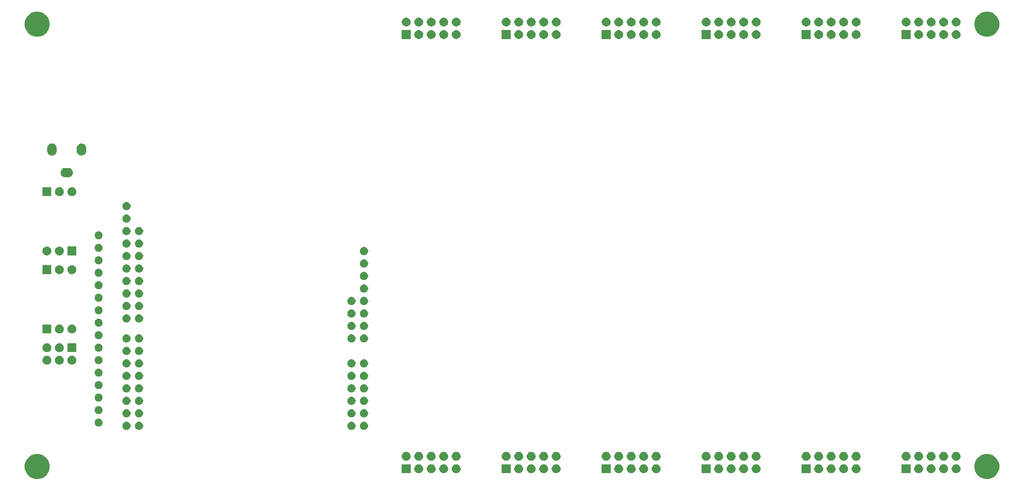
<source format=gbr>
G04 #@! TF.GenerationSoftware,KiCad,Pcbnew,5.1.6-c6e7f7d~86~ubuntu20.04.1*
G04 #@! TF.CreationDate,2020-05-31T10:56:46+02:00*
G04 #@! TF.ProjectId,HPPSI02,48505053-4930-4322-9e6b-696361645f70,rev?*
G04 #@! TF.SameCoordinates,Original*
G04 #@! TF.FileFunction,Soldermask,Bot*
G04 #@! TF.FilePolarity,Negative*
%FSLAX46Y46*%
G04 Gerber Fmt 4.6, Leading zero omitted, Abs format (unit mm)*
G04 Created by KiCad (PCBNEW 5.1.6-c6e7f7d~86~ubuntu20.04.1) date 2020-05-31 10:56:46*
%MOMM*%
%LPD*%
G01*
G04 APERTURE LIST*
%ADD10C,0.100000*%
G04 APERTURE END LIST*
D10*
G36*
X245744098Y-122547033D02*
G01*
X246208350Y-122739332D01*
X246208352Y-122739333D01*
X246626168Y-123018509D01*
X246981491Y-123373832D01*
X247257144Y-123786376D01*
X247260668Y-123791650D01*
X247452967Y-124255902D01*
X247551000Y-124748747D01*
X247551000Y-125251253D01*
X247452967Y-125744098D01*
X247332739Y-126034354D01*
X247260667Y-126208352D01*
X246981491Y-126626168D01*
X246626168Y-126981491D01*
X246208352Y-127260667D01*
X246208351Y-127260668D01*
X246208350Y-127260668D01*
X245744098Y-127452967D01*
X245251253Y-127551000D01*
X244748747Y-127551000D01*
X244255902Y-127452967D01*
X243791650Y-127260668D01*
X243791649Y-127260668D01*
X243791648Y-127260667D01*
X243373832Y-126981491D01*
X243018509Y-126626168D01*
X242739333Y-126208352D01*
X242667261Y-126034354D01*
X242547033Y-125744098D01*
X242449000Y-125251253D01*
X242449000Y-124748747D01*
X242547033Y-124255902D01*
X242739332Y-123791650D01*
X242742856Y-123786376D01*
X243018509Y-123373832D01*
X243373832Y-123018509D01*
X243791648Y-122739333D01*
X243791650Y-122739332D01*
X244255902Y-122547033D01*
X244748747Y-122449000D01*
X245251253Y-122449000D01*
X245744098Y-122547033D01*
G37*
G36*
X52744098Y-122547033D02*
G01*
X53208350Y-122739332D01*
X53208352Y-122739333D01*
X53626168Y-123018509D01*
X53981491Y-123373832D01*
X54257144Y-123786376D01*
X54260668Y-123791650D01*
X54452967Y-124255902D01*
X54551000Y-124748747D01*
X54551000Y-125251253D01*
X54452967Y-125744098D01*
X54332739Y-126034354D01*
X54260667Y-126208352D01*
X53981491Y-126626168D01*
X53626168Y-126981491D01*
X53208352Y-127260667D01*
X53208351Y-127260668D01*
X53208350Y-127260668D01*
X52744098Y-127452967D01*
X52251253Y-127551000D01*
X51748747Y-127551000D01*
X51255902Y-127452967D01*
X50791650Y-127260668D01*
X50791649Y-127260668D01*
X50791648Y-127260667D01*
X50373832Y-126981491D01*
X50018509Y-126626168D01*
X49739333Y-126208352D01*
X49667261Y-126034354D01*
X49547033Y-125744098D01*
X49449000Y-125251253D01*
X49449000Y-124748747D01*
X49547033Y-124255902D01*
X49739332Y-123791650D01*
X49742856Y-123786376D01*
X50018509Y-123373832D01*
X50373832Y-123018509D01*
X50791648Y-122739333D01*
X50791650Y-122739332D01*
X51255902Y-122547033D01*
X51748747Y-122449000D01*
X52251253Y-122449000D01*
X52744098Y-122547033D01*
G37*
G36*
X210933512Y-124563927D02*
G01*
X211082812Y-124593624D01*
X211246784Y-124661544D01*
X211394354Y-124760147D01*
X211519853Y-124885646D01*
X211618456Y-125033216D01*
X211686376Y-125197188D01*
X211721000Y-125371259D01*
X211721000Y-125548741D01*
X211686376Y-125722812D01*
X211618456Y-125886784D01*
X211519853Y-126034354D01*
X211394354Y-126159853D01*
X211246784Y-126258456D01*
X211082812Y-126326376D01*
X210933512Y-126356073D01*
X210908742Y-126361000D01*
X210731258Y-126361000D01*
X210706488Y-126356073D01*
X210557188Y-126326376D01*
X210393216Y-126258456D01*
X210245646Y-126159853D01*
X210120147Y-126034354D01*
X210021544Y-125886784D01*
X209953624Y-125722812D01*
X209919000Y-125548741D01*
X209919000Y-125371259D01*
X209953624Y-125197188D01*
X210021544Y-125033216D01*
X210120147Y-124885646D01*
X210245646Y-124760147D01*
X210393216Y-124661544D01*
X210557188Y-124593624D01*
X210706488Y-124563927D01*
X210731258Y-124559000D01*
X210908742Y-124559000D01*
X210933512Y-124563927D01*
G37*
G36*
X238873512Y-124563927D02*
G01*
X239022812Y-124593624D01*
X239186784Y-124661544D01*
X239334354Y-124760147D01*
X239459853Y-124885646D01*
X239558456Y-125033216D01*
X239626376Y-125197188D01*
X239661000Y-125371259D01*
X239661000Y-125548741D01*
X239626376Y-125722812D01*
X239558456Y-125886784D01*
X239459853Y-126034354D01*
X239334354Y-126159853D01*
X239186784Y-126258456D01*
X239022812Y-126326376D01*
X238873512Y-126356073D01*
X238848742Y-126361000D01*
X238671258Y-126361000D01*
X238646488Y-126356073D01*
X238497188Y-126326376D01*
X238333216Y-126258456D01*
X238185646Y-126159853D01*
X238060147Y-126034354D01*
X237961544Y-125886784D01*
X237893624Y-125722812D01*
X237859000Y-125548741D01*
X237859000Y-125371259D01*
X237893624Y-125197188D01*
X237961544Y-125033216D01*
X238060147Y-124885646D01*
X238185646Y-124760147D01*
X238333216Y-124661544D01*
X238497188Y-124593624D01*
X238646488Y-124563927D01*
X238671258Y-124559000D01*
X238848742Y-124559000D01*
X238873512Y-124563927D01*
G37*
G36*
X198233512Y-124563927D02*
G01*
X198382812Y-124593624D01*
X198546784Y-124661544D01*
X198694354Y-124760147D01*
X198819853Y-124885646D01*
X198918456Y-125033216D01*
X198986376Y-125197188D01*
X199021000Y-125371259D01*
X199021000Y-125548741D01*
X198986376Y-125722812D01*
X198918456Y-125886784D01*
X198819853Y-126034354D01*
X198694354Y-126159853D01*
X198546784Y-126258456D01*
X198382812Y-126326376D01*
X198233512Y-126356073D01*
X198208742Y-126361000D01*
X198031258Y-126361000D01*
X198006488Y-126356073D01*
X197857188Y-126326376D01*
X197693216Y-126258456D01*
X197545646Y-126159853D01*
X197420147Y-126034354D01*
X197321544Y-125886784D01*
X197253624Y-125722812D01*
X197219000Y-125548741D01*
X197219000Y-125371259D01*
X197253624Y-125197188D01*
X197321544Y-125033216D01*
X197420147Y-124885646D01*
X197545646Y-124760147D01*
X197693216Y-124661544D01*
X197857188Y-124593624D01*
X198006488Y-124563927D01*
X198031258Y-124559000D01*
X198208742Y-124559000D01*
X198233512Y-124563927D01*
G37*
G36*
X195693512Y-124563927D02*
G01*
X195842812Y-124593624D01*
X196006784Y-124661544D01*
X196154354Y-124760147D01*
X196279853Y-124885646D01*
X196378456Y-125033216D01*
X196446376Y-125197188D01*
X196481000Y-125371259D01*
X196481000Y-125548741D01*
X196446376Y-125722812D01*
X196378456Y-125886784D01*
X196279853Y-126034354D01*
X196154354Y-126159853D01*
X196006784Y-126258456D01*
X195842812Y-126326376D01*
X195693512Y-126356073D01*
X195668742Y-126361000D01*
X195491258Y-126361000D01*
X195466488Y-126356073D01*
X195317188Y-126326376D01*
X195153216Y-126258456D01*
X195005646Y-126159853D01*
X194880147Y-126034354D01*
X194781544Y-125886784D01*
X194713624Y-125722812D01*
X194679000Y-125548741D01*
X194679000Y-125371259D01*
X194713624Y-125197188D01*
X194781544Y-125033216D01*
X194880147Y-124885646D01*
X195005646Y-124760147D01*
X195153216Y-124661544D01*
X195317188Y-124593624D01*
X195466488Y-124563927D01*
X195491258Y-124559000D01*
X195668742Y-124559000D01*
X195693512Y-124563927D01*
G37*
G36*
X193153512Y-124563927D02*
G01*
X193302812Y-124593624D01*
X193466784Y-124661544D01*
X193614354Y-124760147D01*
X193739853Y-124885646D01*
X193838456Y-125033216D01*
X193906376Y-125197188D01*
X193941000Y-125371259D01*
X193941000Y-125548741D01*
X193906376Y-125722812D01*
X193838456Y-125886784D01*
X193739853Y-126034354D01*
X193614354Y-126159853D01*
X193466784Y-126258456D01*
X193302812Y-126326376D01*
X193153512Y-126356073D01*
X193128742Y-126361000D01*
X192951258Y-126361000D01*
X192926488Y-126356073D01*
X192777188Y-126326376D01*
X192613216Y-126258456D01*
X192465646Y-126159853D01*
X192340147Y-126034354D01*
X192241544Y-125886784D01*
X192173624Y-125722812D01*
X192139000Y-125548741D01*
X192139000Y-125371259D01*
X192173624Y-125197188D01*
X192241544Y-125033216D01*
X192340147Y-124885646D01*
X192465646Y-124760147D01*
X192613216Y-124661544D01*
X192777188Y-124593624D01*
X192926488Y-124563927D01*
X192951258Y-124559000D01*
X193128742Y-124559000D01*
X193153512Y-124563927D01*
G37*
G36*
X190613512Y-124563927D02*
G01*
X190762812Y-124593624D01*
X190926784Y-124661544D01*
X191074354Y-124760147D01*
X191199853Y-124885646D01*
X191298456Y-125033216D01*
X191366376Y-125197188D01*
X191401000Y-125371259D01*
X191401000Y-125548741D01*
X191366376Y-125722812D01*
X191298456Y-125886784D01*
X191199853Y-126034354D01*
X191074354Y-126159853D01*
X190926784Y-126258456D01*
X190762812Y-126326376D01*
X190613512Y-126356073D01*
X190588742Y-126361000D01*
X190411258Y-126361000D01*
X190386488Y-126356073D01*
X190237188Y-126326376D01*
X190073216Y-126258456D01*
X189925646Y-126159853D01*
X189800147Y-126034354D01*
X189701544Y-125886784D01*
X189633624Y-125722812D01*
X189599000Y-125548741D01*
X189599000Y-125371259D01*
X189633624Y-125197188D01*
X189701544Y-125033216D01*
X189800147Y-124885646D01*
X189925646Y-124760147D01*
X190073216Y-124661544D01*
X190237188Y-124593624D01*
X190386488Y-124563927D01*
X190411258Y-124559000D01*
X190588742Y-124559000D01*
X190613512Y-124563927D01*
G37*
G36*
X188861000Y-126361000D02*
G01*
X187059000Y-126361000D01*
X187059000Y-124559000D01*
X188861000Y-124559000D01*
X188861000Y-126361000D01*
G37*
G36*
X177913512Y-124563927D02*
G01*
X178062812Y-124593624D01*
X178226784Y-124661544D01*
X178374354Y-124760147D01*
X178499853Y-124885646D01*
X178598456Y-125033216D01*
X178666376Y-125197188D01*
X178701000Y-125371259D01*
X178701000Y-125548741D01*
X178666376Y-125722812D01*
X178598456Y-125886784D01*
X178499853Y-126034354D01*
X178374354Y-126159853D01*
X178226784Y-126258456D01*
X178062812Y-126326376D01*
X177913512Y-126356073D01*
X177888742Y-126361000D01*
X177711258Y-126361000D01*
X177686488Y-126356073D01*
X177537188Y-126326376D01*
X177373216Y-126258456D01*
X177225646Y-126159853D01*
X177100147Y-126034354D01*
X177001544Y-125886784D01*
X176933624Y-125722812D01*
X176899000Y-125548741D01*
X176899000Y-125371259D01*
X176933624Y-125197188D01*
X177001544Y-125033216D01*
X177100147Y-124885646D01*
X177225646Y-124760147D01*
X177373216Y-124661544D01*
X177537188Y-124593624D01*
X177686488Y-124563927D01*
X177711258Y-124559000D01*
X177888742Y-124559000D01*
X177913512Y-124563927D01*
G37*
G36*
X175373512Y-124563927D02*
G01*
X175522812Y-124593624D01*
X175686784Y-124661544D01*
X175834354Y-124760147D01*
X175959853Y-124885646D01*
X176058456Y-125033216D01*
X176126376Y-125197188D01*
X176161000Y-125371259D01*
X176161000Y-125548741D01*
X176126376Y-125722812D01*
X176058456Y-125886784D01*
X175959853Y-126034354D01*
X175834354Y-126159853D01*
X175686784Y-126258456D01*
X175522812Y-126326376D01*
X175373512Y-126356073D01*
X175348742Y-126361000D01*
X175171258Y-126361000D01*
X175146488Y-126356073D01*
X174997188Y-126326376D01*
X174833216Y-126258456D01*
X174685646Y-126159853D01*
X174560147Y-126034354D01*
X174461544Y-125886784D01*
X174393624Y-125722812D01*
X174359000Y-125548741D01*
X174359000Y-125371259D01*
X174393624Y-125197188D01*
X174461544Y-125033216D01*
X174560147Y-124885646D01*
X174685646Y-124760147D01*
X174833216Y-124661544D01*
X174997188Y-124593624D01*
X175146488Y-124563927D01*
X175171258Y-124559000D01*
X175348742Y-124559000D01*
X175373512Y-124563927D01*
G37*
G36*
X170293512Y-124563927D02*
G01*
X170442812Y-124593624D01*
X170606784Y-124661544D01*
X170754354Y-124760147D01*
X170879853Y-124885646D01*
X170978456Y-125033216D01*
X171046376Y-125197188D01*
X171081000Y-125371259D01*
X171081000Y-125548741D01*
X171046376Y-125722812D01*
X170978456Y-125886784D01*
X170879853Y-126034354D01*
X170754354Y-126159853D01*
X170606784Y-126258456D01*
X170442812Y-126326376D01*
X170293512Y-126356073D01*
X170268742Y-126361000D01*
X170091258Y-126361000D01*
X170066488Y-126356073D01*
X169917188Y-126326376D01*
X169753216Y-126258456D01*
X169605646Y-126159853D01*
X169480147Y-126034354D01*
X169381544Y-125886784D01*
X169313624Y-125722812D01*
X169279000Y-125548741D01*
X169279000Y-125371259D01*
X169313624Y-125197188D01*
X169381544Y-125033216D01*
X169480147Y-124885646D01*
X169605646Y-124760147D01*
X169753216Y-124661544D01*
X169917188Y-124593624D01*
X170066488Y-124563927D01*
X170091258Y-124559000D01*
X170268742Y-124559000D01*
X170293512Y-124563927D01*
G37*
G36*
X168541000Y-126361000D02*
G01*
X166739000Y-126361000D01*
X166739000Y-124559000D01*
X168541000Y-124559000D01*
X168541000Y-126361000D01*
G37*
G36*
X157593512Y-124563927D02*
G01*
X157742812Y-124593624D01*
X157906784Y-124661544D01*
X158054354Y-124760147D01*
X158179853Y-124885646D01*
X158278456Y-125033216D01*
X158346376Y-125197188D01*
X158381000Y-125371259D01*
X158381000Y-125548741D01*
X158346376Y-125722812D01*
X158278456Y-125886784D01*
X158179853Y-126034354D01*
X158054354Y-126159853D01*
X157906784Y-126258456D01*
X157742812Y-126326376D01*
X157593512Y-126356073D01*
X157568742Y-126361000D01*
X157391258Y-126361000D01*
X157366488Y-126356073D01*
X157217188Y-126326376D01*
X157053216Y-126258456D01*
X156905646Y-126159853D01*
X156780147Y-126034354D01*
X156681544Y-125886784D01*
X156613624Y-125722812D01*
X156579000Y-125548741D01*
X156579000Y-125371259D01*
X156613624Y-125197188D01*
X156681544Y-125033216D01*
X156780147Y-124885646D01*
X156905646Y-124760147D01*
X157053216Y-124661544D01*
X157217188Y-124593624D01*
X157366488Y-124563927D01*
X157391258Y-124559000D01*
X157568742Y-124559000D01*
X157593512Y-124563927D01*
G37*
G36*
X155053512Y-124563927D02*
G01*
X155202812Y-124593624D01*
X155366784Y-124661544D01*
X155514354Y-124760147D01*
X155639853Y-124885646D01*
X155738456Y-125033216D01*
X155806376Y-125197188D01*
X155841000Y-125371259D01*
X155841000Y-125548741D01*
X155806376Y-125722812D01*
X155738456Y-125886784D01*
X155639853Y-126034354D01*
X155514354Y-126159853D01*
X155366784Y-126258456D01*
X155202812Y-126326376D01*
X155053512Y-126356073D01*
X155028742Y-126361000D01*
X154851258Y-126361000D01*
X154826488Y-126356073D01*
X154677188Y-126326376D01*
X154513216Y-126258456D01*
X154365646Y-126159853D01*
X154240147Y-126034354D01*
X154141544Y-125886784D01*
X154073624Y-125722812D01*
X154039000Y-125548741D01*
X154039000Y-125371259D01*
X154073624Y-125197188D01*
X154141544Y-125033216D01*
X154240147Y-124885646D01*
X154365646Y-124760147D01*
X154513216Y-124661544D01*
X154677188Y-124593624D01*
X154826488Y-124563927D01*
X154851258Y-124559000D01*
X155028742Y-124559000D01*
X155053512Y-124563927D01*
G37*
G36*
X152513512Y-124563927D02*
G01*
X152662812Y-124593624D01*
X152826784Y-124661544D01*
X152974354Y-124760147D01*
X153099853Y-124885646D01*
X153198456Y-125033216D01*
X153266376Y-125197188D01*
X153301000Y-125371259D01*
X153301000Y-125548741D01*
X153266376Y-125722812D01*
X153198456Y-125886784D01*
X153099853Y-126034354D01*
X152974354Y-126159853D01*
X152826784Y-126258456D01*
X152662812Y-126326376D01*
X152513512Y-126356073D01*
X152488742Y-126361000D01*
X152311258Y-126361000D01*
X152286488Y-126356073D01*
X152137188Y-126326376D01*
X151973216Y-126258456D01*
X151825646Y-126159853D01*
X151700147Y-126034354D01*
X151601544Y-125886784D01*
X151533624Y-125722812D01*
X151499000Y-125548741D01*
X151499000Y-125371259D01*
X151533624Y-125197188D01*
X151601544Y-125033216D01*
X151700147Y-124885646D01*
X151825646Y-124760147D01*
X151973216Y-124661544D01*
X152137188Y-124593624D01*
X152286488Y-124563927D01*
X152311258Y-124559000D01*
X152488742Y-124559000D01*
X152513512Y-124563927D01*
G37*
G36*
X149973512Y-124563927D02*
G01*
X150122812Y-124593624D01*
X150286784Y-124661544D01*
X150434354Y-124760147D01*
X150559853Y-124885646D01*
X150658456Y-125033216D01*
X150726376Y-125197188D01*
X150761000Y-125371259D01*
X150761000Y-125548741D01*
X150726376Y-125722812D01*
X150658456Y-125886784D01*
X150559853Y-126034354D01*
X150434354Y-126159853D01*
X150286784Y-126258456D01*
X150122812Y-126326376D01*
X149973512Y-126356073D01*
X149948742Y-126361000D01*
X149771258Y-126361000D01*
X149746488Y-126356073D01*
X149597188Y-126326376D01*
X149433216Y-126258456D01*
X149285646Y-126159853D01*
X149160147Y-126034354D01*
X149061544Y-125886784D01*
X148993624Y-125722812D01*
X148959000Y-125548741D01*
X148959000Y-125371259D01*
X148993624Y-125197188D01*
X149061544Y-125033216D01*
X149160147Y-124885646D01*
X149285646Y-124760147D01*
X149433216Y-124661544D01*
X149597188Y-124593624D01*
X149746488Y-124563927D01*
X149771258Y-124559000D01*
X149948742Y-124559000D01*
X149973512Y-124563927D01*
G37*
G36*
X148221000Y-126361000D02*
G01*
X146419000Y-126361000D01*
X146419000Y-124559000D01*
X148221000Y-124559000D01*
X148221000Y-126361000D01*
G37*
G36*
X172833512Y-124563927D02*
G01*
X172982812Y-124593624D01*
X173146784Y-124661544D01*
X173294354Y-124760147D01*
X173419853Y-124885646D01*
X173518456Y-125033216D01*
X173586376Y-125197188D01*
X173621000Y-125371259D01*
X173621000Y-125548741D01*
X173586376Y-125722812D01*
X173518456Y-125886784D01*
X173419853Y-126034354D01*
X173294354Y-126159853D01*
X173146784Y-126258456D01*
X172982812Y-126326376D01*
X172833512Y-126356073D01*
X172808742Y-126361000D01*
X172631258Y-126361000D01*
X172606488Y-126356073D01*
X172457188Y-126326376D01*
X172293216Y-126258456D01*
X172145646Y-126159853D01*
X172020147Y-126034354D01*
X171921544Y-125886784D01*
X171853624Y-125722812D01*
X171819000Y-125548741D01*
X171819000Y-125371259D01*
X171853624Y-125197188D01*
X171921544Y-125033216D01*
X172020147Y-124885646D01*
X172145646Y-124760147D01*
X172293216Y-124661544D01*
X172457188Y-124593624D01*
X172606488Y-124563927D01*
X172631258Y-124559000D01*
X172808742Y-124559000D01*
X172833512Y-124563927D01*
G37*
G36*
X137273512Y-124563927D02*
G01*
X137422812Y-124593624D01*
X137586784Y-124661544D01*
X137734354Y-124760147D01*
X137859853Y-124885646D01*
X137958456Y-125033216D01*
X138026376Y-125197188D01*
X138061000Y-125371259D01*
X138061000Y-125548741D01*
X138026376Y-125722812D01*
X137958456Y-125886784D01*
X137859853Y-126034354D01*
X137734354Y-126159853D01*
X137586784Y-126258456D01*
X137422812Y-126326376D01*
X137273512Y-126356073D01*
X137248742Y-126361000D01*
X137071258Y-126361000D01*
X137046488Y-126356073D01*
X136897188Y-126326376D01*
X136733216Y-126258456D01*
X136585646Y-126159853D01*
X136460147Y-126034354D01*
X136361544Y-125886784D01*
X136293624Y-125722812D01*
X136259000Y-125548741D01*
X136259000Y-125371259D01*
X136293624Y-125197188D01*
X136361544Y-125033216D01*
X136460147Y-124885646D01*
X136585646Y-124760147D01*
X136733216Y-124661544D01*
X136897188Y-124593624D01*
X137046488Y-124563927D01*
X137071258Y-124559000D01*
X137248742Y-124559000D01*
X137273512Y-124563927D01*
G37*
G36*
X213473512Y-124563927D02*
G01*
X213622812Y-124593624D01*
X213786784Y-124661544D01*
X213934354Y-124760147D01*
X214059853Y-124885646D01*
X214158456Y-125033216D01*
X214226376Y-125197188D01*
X214261000Y-125371259D01*
X214261000Y-125548741D01*
X214226376Y-125722812D01*
X214158456Y-125886784D01*
X214059853Y-126034354D01*
X213934354Y-126159853D01*
X213786784Y-126258456D01*
X213622812Y-126326376D01*
X213473512Y-126356073D01*
X213448742Y-126361000D01*
X213271258Y-126361000D01*
X213246488Y-126356073D01*
X213097188Y-126326376D01*
X212933216Y-126258456D01*
X212785646Y-126159853D01*
X212660147Y-126034354D01*
X212561544Y-125886784D01*
X212493624Y-125722812D01*
X212459000Y-125548741D01*
X212459000Y-125371259D01*
X212493624Y-125197188D01*
X212561544Y-125033216D01*
X212660147Y-124885646D01*
X212785646Y-124760147D01*
X212933216Y-124661544D01*
X213097188Y-124593624D01*
X213246488Y-124563927D01*
X213271258Y-124559000D01*
X213448742Y-124559000D01*
X213473512Y-124563927D01*
G37*
G36*
X216013512Y-124563927D02*
G01*
X216162812Y-124593624D01*
X216326784Y-124661544D01*
X216474354Y-124760147D01*
X216599853Y-124885646D01*
X216698456Y-125033216D01*
X216766376Y-125197188D01*
X216801000Y-125371259D01*
X216801000Y-125548741D01*
X216766376Y-125722812D01*
X216698456Y-125886784D01*
X216599853Y-126034354D01*
X216474354Y-126159853D01*
X216326784Y-126258456D01*
X216162812Y-126326376D01*
X216013512Y-126356073D01*
X215988742Y-126361000D01*
X215811258Y-126361000D01*
X215786488Y-126356073D01*
X215637188Y-126326376D01*
X215473216Y-126258456D01*
X215325646Y-126159853D01*
X215200147Y-126034354D01*
X215101544Y-125886784D01*
X215033624Y-125722812D01*
X214999000Y-125548741D01*
X214999000Y-125371259D01*
X215033624Y-125197188D01*
X215101544Y-125033216D01*
X215200147Y-124885646D01*
X215325646Y-124760147D01*
X215473216Y-124661544D01*
X215637188Y-124593624D01*
X215786488Y-124563927D01*
X215811258Y-124559000D01*
X215988742Y-124559000D01*
X216013512Y-124563927D01*
G37*
G36*
X218553512Y-124563927D02*
G01*
X218702812Y-124593624D01*
X218866784Y-124661544D01*
X219014354Y-124760147D01*
X219139853Y-124885646D01*
X219238456Y-125033216D01*
X219306376Y-125197188D01*
X219341000Y-125371259D01*
X219341000Y-125548741D01*
X219306376Y-125722812D01*
X219238456Y-125886784D01*
X219139853Y-126034354D01*
X219014354Y-126159853D01*
X218866784Y-126258456D01*
X218702812Y-126326376D01*
X218553512Y-126356073D01*
X218528742Y-126361000D01*
X218351258Y-126361000D01*
X218326488Y-126356073D01*
X218177188Y-126326376D01*
X218013216Y-126258456D01*
X217865646Y-126159853D01*
X217740147Y-126034354D01*
X217641544Y-125886784D01*
X217573624Y-125722812D01*
X217539000Y-125548741D01*
X217539000Y-125371259D01*
X217573624Y-125197188D01*
X217641544Y-125033216D01*
X217740147Y-124885646D01*
X217865646Y-124760147D01*
X218013216Y-124661544D01*
X218177188Y-124593624D01*
X218326488Y-124563927D01*
X218351258Y-124559000D01*
X218528742Y-124559000D01*
X218553512Y-124563927D01*
G37*
G36*
X229501000Y-126361000D02*
G01*
X227699000Y-126361000D01*
X227699000Y-124559000D01*
X229501000Y-124559000D01*
X229501000Y-126361000D01*
G37*
G36*
X231253512Y-124563927D02*
G01*
X231402812Y-124593624D01*
X231566784Y-124661544D01*
X231714354Y-124760147D01*
X231839853Y-124885646D01*
X231938456Y-125033216D01*
X232006376Y-125197188D01*
X232041000Y-125371259D01*
X232041000Y-125548741D01*
X232006376Y-125722812D01*
X231938456Y-125886784D01*
X231839853Y-126034354D01*
X231714354Y-126159853D01*
X231566784Y-126258456D01*
X231402812Y-126326376D01*
X231253512Y-126356073D01*
X231228742Y-126361000D01*
X231051258Y-126361000D01*
X231026488Y-126356073D01*
X230877188Y-126326376D01*
X230713216Y-126258456D01*
X230565646Y-126159853D01*
X230440147Y-126034354D01*
X230341544Y-125886784D01*
X230273624Y-125722812D01*
X230239000Y-125548741D01*
X230239000Y-125371259D01*
X230273624Y-125197188D01*
X230341544Y-125033216D01*
X230440147Y-124885646D01*
X230565646Y-124760147D01*
X230713216Y-124661544D01*
X230877188Y-124593624D01*
X231026488Y-124563927D01*
X231051258Y-124559000D01*
X231228742Y-124559000D01*
X231253512Y-124563927D01*
G37*
G36*
X233793512Y-124563927D02*
G01*
X233942812Y-124593624D01*
X234106784Y-124661544D01*
X234254354Y-124760147D01*
X234379853Y-124885646D01*
X234478456Y-125033216D01*
X234546376Y-125197188D01*
X234581000Y-125371259D01*
X234581000Y-125548741D01*
X234546376Y-125722812D01*
X234478456Y-125886784D01*
X234379853Y-126034354D01*
X234254354Y-126159853D01*
X234106784Y-126258456D01*
X233942812Y-126326376D01*
X233793512Y-126356073D01*
X233768742Y-126361000D01*
X233591258Y-126361000D01*
X233566488Y-126356073D01*
X233417188Y-126326376D01*
X233253216Y-126258456D01*
X233105646Y-126159853D01*
X232980147Y-126034354D01*
X232881544Y-125886784D01*
X232813624Y-125722812D01*
X232779000Y-125548741D01*
X232779000Y-125371259D01*
X232813624Y-125197188D01*
X232881544Y-125033216D01*
X232980147Y-124885646D01*
X233105646Y-124760147D01*
X233253216Y-124661544D01*
X233417188Y-124593624D01*
X233566488Y-124563927D01*
X233591258Y-124559000D01*
X233768742Y-124559000D01*
X233793512Y-124563927D01*
G37*
G36*
X236333512Y-124563927D02*
G01*
X236482812Y-124593624D01*
X236646784Y-124661544D01*
X236794354Y-124760147D01*
X236919853Y-124885646D01*
X237018456Y-125033216D01*
X237086376Y-125197188D01*
X237121000Y-125371259D01*
X237121000Y-125548741D01*
X237086376Y-125722812D01*
X237018456Y-125886784D01*
X236919853Y-126034354D01*
X236794354Y-126159853D01*
X236646784Y-126258456D01*
X236482812Y-126326376D01*
X236333512Y-126356073D01*
X236308742Y-126361000D01*
X236131258Y-126361000D01*
X236106488Y-126356073D01*
X235957188Y-126326376D01*
X235793216Y-126258456D01*
X235645646Y-126159853D01*
X235520147Y-126034354D01*
X235421544Y-125886784D01*
X235353624Y-125722812D01*
X235319000Y-125548741D01*
X235319000Y-125371259D01*
X235353624Y-125197188D01*
X235421544Y-125033216D01*
X235520147Y-124885646D01*
X235645646Y-124760147D01*
X235793216Y-124661544D01*
X235957188Y-124593624D01*
X236106488Y-124563927D01*
X236131258Y-124559000D01*
X236308742Y-124559000D01*
X236333512Y-124563927D01*
G37*
G36*
X209181000Y-126361000D02*
G01*
X207379000Y-126361000D01*
X207379000Y-124559000D01*
X209181000Y-124559000D01*
X209181000Y-126361000D01*
G37*
G36*
X134733512Y-124563927D02*
G01*
X134882812Y-124593624D01*
X135046784Y-124661544D01*
X135194354Y-124760147D01*
X135319853Y-124885646D01*
X135418456Y-125033216D01*
X135486376Y-125197188D01*
X135521000Y-125371259D01*
X135521000Y-125548741D01*
X135486376Y-125722812D01*
X135418456Y-125886784D01*
X135319853Y-126034354D01*
X135194354Y-126159853D01*
X135046784Y-126258456D01*
X134882812Y-126326376D01*
X134733512Y-126356073D01*
X134708742Y-126361000D01*
X134531258Y-126361000D01*
X134506488Y-126356073D01*
X134357188Y-126326376D01*
X134193216Y-126258456D01*
X134045646Y-126159853D01*
X133920147Y-126034354D01*
X133821544Y-125886784D01*
X133753624Y-125722812D01*
X133719000Y-125548741D01*
X133719000Y-125371259D01*
X133753624Y-125197188D01*
X133821544Y-125033216D01*
X133920147Y-124885646D01*
X134045646Y-124760147D01*
X134193216Y-124661544D01*
X134357188Y-124593624D01*
X134506488Y-124563927D01*
X134531258Y-124559000D01*
X134708742Y-124559000D01*
X134733512Y-124563927D01*
G37*
G36*
X132193512Y-124563927D02*
G01*
X132342812Y-124593624D01*
X132506784Y-124661544D01*
X132654354Y-124760147D01*
X132779853Y-124885646D01*
X132878456Y-125033216D01*
X132946376Y-125197188D01*
X132981000Y-125371259D01*
X132981000Y-125548741D01*
X132946376Y-125722812D01*
X132878456Y-125886784D01*
X132779853Y-126034354D01*
X132654354Y-126159853D01*
X132506784Y-126258456D01*
X132342812Y-126326376D01*
X132193512Y-126356073D01*
X132168742Y-126361000D01*
X131991258Y-126361000D01*
X131966488Y-126356073D01*
X131817188Y-126326376D01*
X131653216Y-126258456D01*
X131505646Y-126159853D01*
X131380147Y-126034354D01*
X131281544Y-125886784D01*
X131213624Y-125722812D01*
X131179000Y-125548741D01*
X131179000Y-125371259D01*
X131213624Y-125197188D01*
X131281544Y-125033216D01*
X131380147Y-124885646D01*
X131505646Y-124760147D01*
X131653216Y-124661544D01*
X131817188Y-124593624D01*
X131966488Y-124563927D01*
X131991258Y-124559000D01*
X132168742Y-124559000D01*
X132193512Y-124563927D01*
G37*
G36*
X129653512Y-124563927D02*
G01*
X129802812Y-124593624D01*
X129966784Y-124661544D01*
X130114354Y-124760147D01*
X130239853Y-124885646D01*
X130338456Y-125033216D01*
X130406376Y-125197188D01*
X130441000Y-125371259D01*
X130441000Y-125548741D01*
X130406376Y-125722812D01*
X130338456Y-125886784D01*
X130239853Y-126034354D01*
X130114354Y-126159853D01*
X129966784Y-126258456D01*
X129802812Y-126326376D01*
X129653512Y-126356073D01*
X129628742Y-126361000D01*
X129451258Y-126361000D01*
X129426488Y-126356073D01*
X129277188Y-126326376D01*
X129113216Y-126258456D01*
X128965646Y-126159853D01*
X128840147Y-126034354D01*
X128741544Y-125886784D01*
X128673624Y-125722812D01*
X128639000Y-125548741D01*
X128639000Y-125371259D01*
X128673624Y-125197188D01*
X128741544Y-125033216D01*
X128840147Y-124885646D01*
X128965646Y-124760147D01*
X129113216Y-124661544D01*
X129277188Y-124593624D01*
X129426488Y-124563927D01*
X129451258Y-124559000D01*
X129628742Y-124559000D01*
X129653512Y-124563927D01*
G37*
G36*
X127901000Y-126361000D02*
G01*
X126099000Y-126361000D01*
X126099000Y-124559000D01*
X127901000Y-124559000D01*
X127901000Y-126361000D01*
G37*
G36*
X190613512Y-122023927D02*
G01*
X190762812Y-122053624D01*
X190926784Y-122121544D01*
X191074354Y-122220147D01*
X191199853Y-122345646D01*
X191298456Y-122493216D01*
X191366376Y-122657188D01*
X191401000Y-122831259D01*
X191401000Y-123008741D01*
X191366376Y-123182812D01*
X191298456Y-123346784D01*
X191199853Y-123494354D01*
X191074354Y-123619853D01*
X190926784Y-123718456D01*
X190762812Y-123786376D01*
X190613512Y-123816073D01*
X190588742Y-123821000D01*
X190411258Y-123821000D01*
X190386488Y-123816073D01*
X190237188Y-123786376D01*
X190073216Y-123718456D01*
X189925646Y-123619853D01*
X189800147Y-123494354D01*
X189701544Y-123346784D01*
X189633624Y-123182812D01*
X189599000Y-123008741D01*
X189599000Y-122831259D01*
X189633624Y-122657188D01*
X189701544Y-122493216D01*
X189800147Y-122345646D01*
X189925646Y-122220147D01*
X190073216Y-122121544D01*
X190237188Y-122053624D01*
X190386488Y-122023927D01*
X190411258Y-122019000D01*
X190588742Y-122019000D01*
X190613512Y-122023927D01*
G37*
G36*
X193153512Y-122023927D02*
G01*
X193302812Y-122053624D01*
X193466784Y-122121544D01*
X193614354Y-122220147D01*
X193739853Y-122345646D01*
X193838456Y-122493216D01*
X193906376Y-122657188D01*
X193941000Y-122831259D01*
X193941000Y-123008741D01*
X193906376Y-123182812D01*
X193838456Y-123346784D01*
X193739853Y-123494354D01*
X193614354Y-123619853D01*
X193466784Y-123718456D01*
X193302812Y-123786376D01*
X193153512Y-123816073D01*
X193128742Y-123821000D01*
X192951258Y-123821000D01*
X192926488Y-123816073D01*
X192777188Y-123786376D01*
X192613216Y-123718456D01*
X192465646Y-123619853D01*
X192340147Y-123494354D01*
X192241544Y-123346784D01*
X192173624Y-123182812D01*
X192139000Y-123008741D01*
X192139000Y-122831259D01*
X192173624Y-122657188D01*
X192241544Y-122493216D01*
X192340147Y-122345646D01*
X192465646Y-122220147D01*
X192613216Y-122121544D01*
X192777188Y-122053624D01*
X192926488Y-122023927D01*
X192951258Y-122019000D01*
X193128742Y-122019000D01*
X193153512Y-122023927D01*
G37*
G36*
X195693512Y-122023927D02*
G01*
X195842812Y-122053624D01*
X196006784Y-122121544D01*
X196154354Y-122220147D01*
X196279853Y-122345646D01*
X196378456Y-122493216D01*
X196446376Y-122657188D01*
X196481000Y-122831259D01*
X196481000Y-123008741D01*
X196446376Y-123182812D01*
X196378456Y-123346784D01*
X196279853Y-123494354D01*
X196154354Y-123619853D01*
X196006784Y-123718456D01*
X195842812Y-123786376D01*
X195693512Y-123816073D01*
X195668742Y-123821000D01*
X195491258Y-123821000D01*
X195466488Y-123816073D01*
X195317188Y-123786376D01*
X195153216Y-123718456D01*
X195005646Y-123619853D01*
X194880147Y-123494354D01*
X194781544Y-123346784D01*
X194713624Y-123182812D01*
X194679000Y-123008741D01*
X194679000Y-122831259D01*
X194713624Y-122657188D01*
X194781544Y-122493216D01*
X194880147Y-122345646D01*
X195005646Y-122220147D01*
X195153216Y-122121544D01*
X195317188Y-122053624D01*
X195466488Y-122023927D01*
X195491258Y-122019000D01*
X195668742Y-122019000D01*
X195693512Y-122023927D01*
G37*
G36*
X198233512Y-122023927D02*
G01*
X198382812Y-122053624D01*
X198546784Y-122121544D01*
X198694354Y-122220147D01*
X198819853Y-122345646D01*
X198918456Y-122493216D01*
X198986376Y-122657188D01*
X199021000Y-122831259D01*
X199021000Y-123008741D01*
X198986376Y-123182812D01*
X198918456Y-123346784D01*
X198819853Y-123494354D01*
X198694354Y-123619853D01*
X198546784Y-123718456D01*
X198382812Y-123786376D01*
X198233512Y-123816073D01*
X198208742Y-123821000D01*
X198031258Y-123821000D01*
X198006488Y-123816073D01*
X197857188Y-123786376D01*
X197693216Y-123718456D01*
X197545646Y-123619853D01*
X197420147Y-123494354D01*
X197321544Y-123346784D01*
X197253624Y-123182812D01*
X197219000Y-123008741D01*
X197219000Y-122831259D01*
X197253624Y-122657188D01*
X197321544Y-122493216D01*
X197420147Y-122345646D01*
X197545646Y-122220147D01*
X197693216Y-122121544D01*
X197857188Y-122053624D01*
X198006488Y-122023927D01*
X198031258Y-122019000D01*
X198208742Y-122019000D01*
X198233512Y-122023927D01*
G37*
G36*
X208393512Y-122023927D02*
G01*
X208542812Y-122053624D01*
X208706784Y-122121544D01*
X208854354Y-122220147D01*
X208979853Y-122345646D01*
X209078456Y-122493216D01*
X209146376Y-122657188D01*
X209181000Y-122831259D01*
X209181000Y-123008741D01*
X209146376Y-123182812D01*
X209078456Y-123346784D01*
X208979853Y-123494354D01*
X208854354Y-123619853D01*
X208706784Y-123718456D01*
X208542812Y-123786376D01*
X208393512Y-123816073D01*
X208368742Y-123821000D01*
X208191258Y-123821000D01*
X208166488Y-123816073D01*
X208017188Y-123786376D01*
X207853216Y-123718456D01*
X207705646Y-123619853D01*
X207580147Y-123494354D01*
X207481544Y-123346784D01*
X207413624Y-123182812D01*
X207379000Y-123008741D01*
X207379000Y-122831259D01*
X207413624Y-122657188D01*
X207481544Y-122493216D01*
X207580147Y-122345646D01*
X207705646Y-122220147D01*
X207853216Y-122121544D01*
X208017188Y-122053624D01*
X208166488Y-122023927D01*
X208191258Y-122019000D01*
X208368742Y-122019000D01*
X208393512Y-122023927D01*
G37*
G36*
X210933512Y-122023927D02*
G01*
X211082812Y-122053624D01*
X211246784Y-122121544D01*
X211394354Y-122220147D01*
X211519853Y-122345646D01*
X211618456Y-122493216D01*
X211686376Y-122657188D01*
X211721000Y-122831259D01*
X211721000Y-123008741D01*
X211686376Y-123182812D01*
X211618456Y-123346784D01*
X211519853Y-123494354D01*
X211394354Y-123619853D01*
X211246784Y-123718456D01*
X211082812Y-123786376D01*
X210933512Y-123816073D01*
X210908742Y-123821000D01*
X210731258Y-123821000D01*
X210706488Y-123816073D01*
X210557188Y-123786376D01*
X210393216Y-123718456D01*
X210245646Y-123619853D01*
X210120147Y-123494354D01*
X210021544Y-123346784D01*
X209953624Y-123182812D01*
X209919000Y-123008741D01*
X209919000Y-122831259D01*
X209953624Y-122657188D01*
X210021544Y-122493216D01*
X210120147Y-122345646D01*
X210245646Y-122220147D01*
X210393216Y-122121544D01*
X210557188Y-122053624D01*
X210706488Y-122023927D01*
X210731258Y-122019000D01*
X210908742Y-122019000D01*
X210933512Y-122023927D01*
G37*
G36*
X216013512Y-122023927D02*
G01*
X216162812Y-122053624D01*
X216326784Y-122121544D01*
X216474354Y-122220147D01*
X216599853Y-122345646D01*
X216698456Y-122493216D01*
X216766376Y-122657188D01*
X216801000Y-122831259D01*
X216801000Y-123008741D01*
X216766376Y-123182812D01*
X216698456Y-123346784D01*
X216599853Y-123494354D01*
X216474354Y-123619853D01*
X216326784Y-123718456D01*
X216162812Y-123786376D01*
X216013512Y-123816073D01*
X215988742Y-123821000D01*
X215811258Y-123821000D01*
X215786488Y-123816073D01*
X215637188Y-123786376D01*
X215473216Y-123718456D01*
X215325646Y-123619853D01*
X215200147Y-123494354D01*
X215101544Y-123346784D01*
X215033624Y-123182812D01*
X214999000Y-123008741D01*
X214999000Y-122831259D01*
X215033624Y-122657188D01*
X215101544Y-122493216D01*
X215200147Y-122345646D01*
X215325646Y-122220147D01*
X215473216Y-122121544D01*
X215637188Y-122053624D01*
X215786488Y-122023927D01*
X215811258Y-122019000D01*
X215988742Y-122019000D01*
X216013512Y-122023927D01*
G37*
G36*
X213473512Y-122023927D02*
G01*
X213622812Y-122053624D01*
X213786784Y-122121544D01*
X213934354Y-122220147D01*
X214059853Y-122345646D01*
X214158456Y-122493216D01*
X214226376Y-122657188D01*
X214261000Y-122831259D01*
X214261000Y-123008741D01*
X214226376Y-123182812D01*
X214158456Y-123346784D01*
X214059853Y-123494354D01*
X213934354Y-123619853D01*
X213786784Y-123718456D01*
X213622812Y-123786376D01*
X213473512Y-123816073D01*
X213448742Y-123821000D01*
X213271258Y-123821000D01*
X213246488Y-123816073D01*
X213097188Y-123786376D01*
X212933216Y-123718456D01*
X212785646Y-123619853D01*
X212660147Y-123494354D01*
X212561544Y-123346784D01*
X212493624Y-123182812D01*
X212459000Y-123008741D01*
X212459000Y-122831259D01*
X212493624Y-122657188D01*
X212561544Y-122493216D01*
X212660147Y-122345646D01*
X212785646Y-122220147D01*
X212933216Y-122121544D01*
X213097188Y-122053624D01*
X213246488Y-122023927D01*
X213271258Y-122019000D01*
X213448742Y-122019000D01*
X213473512Y-122023927D01*
G37*
G36*
X137273512Y-122023927D02*
G01*
X137422812Y-122053624D01*
X137586784Y-122121544D01*
X137734354Y-122220147D01*
X137859853Y-122345646D01*
X137958456Y-122493216D01*
X138026376Y-122657188D01*
X138061000Y-122831259D01*
X138061000Y-123008741D01*
X138026376Y-123182812D01*
X137958456Y-123346784D01*
X137859853Y-123494354D01*
X137734354Y-123619853D01*
X137586784Y-123718456D01*
X137422812Y-123786376D01*
X137273512Y-123816073D01*
X137248742Y-123821000D01*
X137071258Y-123821000D01*
X137046488Y-123816073D01*
X136897188Y-123786376D01*
X136733216Y-123718456D01*
X136585646Y-123619853D01*
X136460147Y-123494354D01*
X136361544Y-123346784D01*
X136293624Y-123182812D01*
X136259000Y-123008741D01*
X136259000Y-122831259D01*
X136293624Y-122657188D01*
X136361544Y-122493216D01*
X136460147Y-122345646D01*
X136585646Y-122220147D01*
X136733216Y-122121544D01*
X136897188Y-122053624D01*
X137046488Y-122023927D01*
X137071258Y-122019000D01*
X137248742Y-122019000D01*
X137273512Y-122023927D01*
G37*
G36*
X147433512Y-122023927D02*
G01*
X147582812Y-122053624D01*
X147746784Y-122121544D01*
X147894354Y-122220147D01*
X148019853Y-122345646D01*
X148118456Y-122493216D01*
X148186376Y-122657188D01*
X148221000Y-122831259D01*
X148221000Y-123008741D01*
X148186376Y-123182812D01*
X148118456Y-123346784D01*
X148019853Y-123494354D01*
X147894354Y-123619853D01*
X147746784Y-123718456D01*
X147582812Y-123786376D01*
X147433512Y-123816073D01*
X147408742Y-123821000D01*
X147231258Y-123821000D01*
X147206488Y-123816073D01*
X147057188Y-123786376D01*
X146893216Y-123718456D01*
X146745646Y-123619853D01*
X146620147Y-123494354D01*
X146521544Y-123346784D01*
X146453624Y-123182812D01*
X146419000Y-123008741D01*
X146419000Y-122831259D01*
X146453624Y-122657188D01*
X146521544Y-122493216D01*
X146620147Y-122345646D01*
X146745646Y-122220147D01*
X146893216Y-122121544D01*
X147057188Y-122053624D01*
X147206488Y-122023927D01*
X147231258Y-122019000D01*
X147408742Y-122019000D01*
X147433512Y-122023927D01*
G37*
G36*
X149973512Y-122023927D02*
G01*
X150122812Y-122053624D01*
X150286784Y-122121544D01*
X150434354Y-122220147D01*
X150559853Y-122345646D01*
X150658456Y-122493216D01*
X150726376Y-122657188D01*
X150761000Y-122831259D01*
X150761000Y-123008741D01*
X150726376Y-123182812D01*
X150658456Y-123346784D01*
X150559853Y-123494354D01*
X150434354Y-123619853D01*
X150286784Y-123718456D01*
X150122812Y-123786376D01*
X149973512Y-123816073D01*
X149948742Y-123821000D01*
X149771258Y-123821000D01*
X149746488Y-123816073D01*
X149597188Y-123786376D01*
X149433216Y-123718456D01*
X149285646Y-123619853D01*
X149160147Y-123494354D01*
X149061544Y-123346784D01*
X148993624Y-123182812D01*
X148959000Y-123008741D01*
X148959000Y-122831259D01*
X148993624Y-122657188D01*
X149061544Y-122493216D01*
X149160147Y-122345646D01*
X149285646Y-122220147D01*
X149433216Y-122121544D01*
X149597188Y-122053624D01*
X149746488Y-122023927D01*
X149771258Y-122019000D01*
X149948742Y-122019000D01*
X149973512Y-122023927D01*
G37*
G36*
X152513512Y-122023927D02*
G01*
X152662812Y-122053624D01*
X152826784Y-122121544D01*
X152974354Y-122220147D01*
X153099853Y-122345646D01*
X153198456Y-122493216D01*
X153266376Y-122657188D01*
X153301000Y-122831259D01*
X153301000Y-123008741D01*
X153266376Y-123182812D01*
X153198456Y-123346784D01*
X153099853Y-123494354D01*
X152974354Y-123619853D01*
X152826784Y-123718456D01*
X152662812Y-123786376D01*
X152513512Y-123816073D01*
X152488742Y-123821000D01*
X152311258Y-123821000D01*
X152286488Y-123816073D01*
X152137188Y-123786376D01*
X151973216Y-123718456D01*
X151825646Y-123619853D01*
X151700147Y-123494354D01*
X151601544Y-123346784D01*
X151533624Y-123182812D01*
X151499000Y-123008741D01*
X151499000Y-122831259D01*
X151533624Y-122657188D01*
X151601544Y-122493216D01*
X151700147Y-122345646D01*
X151825646Y-122220147D01*
X151973216Y-122121544D01*
X152137188Y-122053624D01*
X152286488Y-122023927D01*
X152311258Y-122019000D01*
X152488742Y-122019000D01*
X152513512Y-122023927D01*
G37*
G36*
X155053512Y-122023927D02*
G01*
X155202812Y-122053624D01*
X155366784Y-122121544D01*
X155514354Y-122220147D01*
X155639853Y-122345646D01*
X155738456Y-122493216D01*
X155806376Y-122657188D01*
X155841000Y-122831259D01*
X155841000Y-123008741D01*
X155806376Y-123182812D01*
X155738456Y-123346784D01*
X155639853Y-123494354D01*
X155514354Y-123619853D01*
X155366784Y-123718456D01*
X155202812Y-123786376D01*
X155053512Y-123816073D01*
X155028742Y-123821000D01*
X154851258Y-123821000D01*
X154826488Y-123816073D01*
X154677188Y-123786376D01*
X154513216Y-123718456D01*
X154365646Y-123619853D01*
X154240147Y-123494354D01*
X154141544Y-123346784D01*
X154073624Y-123182812D01*
X154039000Y-123008741D01*
X154039000Y-122831259D01*
X154073624Y-122657188D01*
X154141544Y-122493216D01*
X154240147Y-122345646D01*
X154365646Y-122220147D01*
X154513216Y-122121544D01*
X154677188Y-122053624D01*
X154826488Y-122023927D01*
X154851258Y-122019000D01*
X155028742Y-122019000D01*
X155053512Y-122023927D01*
G37*
G36*
X157593512Y-122023927D02*
G01*
X157742812Y-122053624D01*
X157906784Y-122121544D01*
X158054354Y-122220147D01*
X158179853Y-122345646D01*
X158278456Y-122493216D01*
X158346376Y-122657188D01*
X158381000Y-122831259D01*
X158381000Y-123008741D01*
X158346376Y-123182812D01*
X158278456Y-123346784D01*
X158179853Y-123494354D01*
X158054354Y-123619853D01*
X157906784Y-123718456D01*
X157742812Y-123786376D01*
X157593512Y-123816073D01*
X157568742Y-123821000D01*
X157391258Y-123821000D01*
X157366488Y-123816073D01*
X157217188Y-123786376D01*
X157053216Y-123718456D01*
X156905646Y-123619853D01*
X156780147Y-123494354D01*
X156681544Y-123346784D01*
X156613624Y-123182812D01*
X156579000Y-123008741D01*
X156579000Y-122831259D01*
X156613624Y-122657188D01*
X156681544Y-122493216D01*
X156780147Y-122345646D01*
X156905646Y-122220147D01*
X157053216Y-122121544D01*
X157217188Y-122053624D01*
X157366488Y-122023927D01*
X157391258Y-122019000D01*
X157568742Y-122019000D01*
X157593512Y-122023927D01*
G37*
G36*
X167753512Y-122023927D02*
G01*
X167902812Y-122053624D01*
X168066784Y-122121544D01*
X168214354Y-122220147D01*
X168339853Y-122345646D01*
X168438456Y-122493216D01*
X168506376Y-122657188D01*
X168541000Y-122831259D01*
X168541000Y-123008741D01*
X168506376Y-123182812D01*
X168438456Y-123346784D01*
X168339853Y-123494354D01*
X168214354Y-123619853D01*
X168066784Y-123718456D01*
X167902812Y-123786376D01*
X167753512Y-123816073D01*
X167728742Y-123821000D01*
X167551258Y-123821000D01*
X167526488Y-123816073D01*
X167377188Y-123786376D01*
X167213216Y-123718456D01*
X167065646Y-123619853D01*
X166940147Y-123494354D01*
X166841544Y-123346784D01*
X166773624Y-123182812D01*
X166739000Y-123008741D01*
X166739000Y-122831259D01*
X166773624Y-122657188D01*
X166841544Y-122493216D01*
X166940147Y-122345646D01*
X167065646Y-122220147D01*
X167213216Y-122121544D01*
X167377188Y-122053624D01*
X167526488Y-122023927D01*
X167551258Y-122019000D01*
X167728742Y-122019000D01*
X167753512Y-122023927D01*
G37*
G36*
X188073512Y-122023927D02*
G01*
X188222812Y-122053624D01*
X188386784Y-122121544D01*
X188534354Y-122220147D01*
X188659853Y-122345646D01*
X188758456Y-122493216D01*
X188826376Y-122657188D01*
X188861000Y-122831259D01*
X188861000Y-123008741D01*
X188826376Y-123182812D01*
X188758456Y-123346784D01*
X188659853Y-123494354D01*
X188534354Y-123619853D01*
X188386784Y-123718456D01*
X188222812Y-123786376D01*
X188073512Y-123816073D01*
X188048742Y-123821000D01*
X187871258Y-123821000D01*
X187846488Y-123816073D01*
X187697188Y-123786376D01*
X187533216Y-123718456D01*
X187385646Y-123619853D01*
X187260147Y-123494354D01*
X187161544Y-123346784D01*
X187093624Y-123182812D01*
X187059000Y-123008741D01*
X187059000Y-122831259D01*
X187093624Y-122657188D01*
X187161544Y-122493216D01*
X187260147Y-122345646D01*
X187385646Y-122220147D01*
X187533216Y-122121544D01*
X187697188Y-122053624D01*
X187846488Y-122023927D01*
X187871258Y-122019000D01*
X188048742Y-122019000D01*
X188073512Y-122023927D01*
G37*
G36*
X134733512Y-122023927D02*
G01*
X134882812Y-122053624D01*
X135046784Y-122121544D01*
X135194354Y-122220147D01*
X135319853Y-122345646D01*
X135418456Y-122493216D01*
X135486376Y-122657188D01*
X135521000Y-122831259D01*
X135521000Y-123008741D01*
X135486376Y-123182812D01*
X135418456Y-123346784D01*
X135319853Y-123494354D01*
X135194354Y-123619853D01*
X135046784Y-123718456D01*
X134882812Y-123786376D01*
X134733512Y-123816073D01*
X134708742Y-123821000D01*
X134531258Y-123821000D01*
X134506488Y-123816073D01*
X134357188Y-123786376D01*
X134193216Y-123718456D01*
X134045646Y-123619853D01*
X133920147Y-123494354D01*
X133821544Y-123346784D01*
X133753624Y-123182812D01*
X133719000Y-123008741D01*
X133719000Y-122831259D01*
X133753624Y-122657188D01*
X133821544Y-122493216D01*
X133920147Y-122345646D01*
X134045646Y-122220147D01*
X134193216Y-122121544D01*
X134357188Y-122053624D01*
X134506488Y-122023927D01*
X134531258Y-122019000D01*
X134708742Y-122019000D01*
X134733512Y-122023927D01*
G37*
G36*
X170293512Y-122023927D02*
G01*
X170442812Y-122053624D01*
X170606784Y-122121544D01*
X170754354Y-122220147D01*
X170879853Y-122345646D01*
X170978456Y-122493216D01*
X171046376Y-122657188D01*
X171081000Y-122831259D01*
X171081000Y-123008741D01*
X171046376Y-123182812D01*
X170978456Y-123346784D01*
X170879853Y-123494354D01*
X170754354Y-123619853D01*
X170606784Y-123718456D01*
X170442812Y-123786376D01*
X170293512Y-123816073D01*
X170268742Y-123821000D01*
X170091258Y-123821000D01*
X170066488Y-123816073D01*
X169917188Y-123786376D01*
X169753216Y-123718456D01*
X169605646Y-123619853D01*
X169480147Y-123494354D01*
X169381544Y-123346784D01*
X169313624Y-123182812D01*
X169279000Y-123008741D01*
X169279000Y-122831259D01*
X169313624Y-122657188D01*
X169381544Y-122493216D01*
X169480147Y-122345646D01*
X169605646Y-122220147D01*
X169753216Y-122121544D01*
X169917188Y-122053624D01*
X170066488Y-122023927D01*
X170091258Y-122019000D01*
X170268742Y-122019000D01*
X170293512Y-122023927D01*
G37*
G36*
X233793512Y-122023927D02*
G01*
X233942812Y-122053624D01*
X234106784Y-122121544D01*
X234254354Y-122220147D01*
X234379853Y-122345646D01*
X234478456Y-122493216D01*
X234546376Y-122657188D01*
X234581000Y-122831259D01*
X234581000Y-123008741D01*
X234546376Y-123182812D01*
X234478456Y-123346784D01*
X234379853Y-123494354D01*
X234254354Y-123619853D01*
X234106784Y-123718456D01*
X233942812Y-123786376D01*
X233793512Y-123816073D01*
X233768742Y-123821000D01*
X233591258Y-123821000D01*
X233566488Y-123816073D01*
X233417188Y-123786376D01*
X233253216Y-123718456D01*
X233105646Y-123619853D01*
X232980147Y-123494354D01*
X232881544Y-123346784D01*
X232813624Y-123182812D01*
X232779000Y-123008741D01*
X232779000Y-122831259D01*
X232813624Y-122657188D01*
X232881544Y-122493216D01*
X232980147Y-122345646D01*
X233105646Y-122220147D01*
X233253216Y-122121544D01*
X233417188Y-122053624D01*
X233566488Y-122023927D01*
X233591258Y-122019000D01*
X233768742Y-122019000D01*
X233793512Y-122023927D01*
G37*
G36*
X236333512Y-122023927D02*
G01*
X236482812Y-122053624D01*
X236646784Y-122121544D01*
X236794354Y-122220147D01*
X236919853Y-122345646D01*
X237018456Y-122493216D01*
X237086376Y-122657188D01*
X237121000Y-122831259D01*
X237121000Y-123008741D01*
X237086376Y-123182812D01*
X237018456Y-123346784D01*
X236919853Y-123494354D01*
X236794354Y-123619853D01*
X236646784Y-123718456D01*
X236482812Y-123786376D01*
X236333512Y-123816073D01*
X236308742Y-123821000D01*
X236131258Y-123821000D01*
X236106488Y-123816073D01*
X235957188Y-123786376D01*
X235793216Y-123718456D01*
X235645646Y-123619853D01*
X235520147Y-123494354D01*
X235421544Y-123346784D01*
X235353624Y-123182812D01*
X235319000Y-123008741D01*
X235319000Y-122831259D01*
X235353624Y-122657188D01*
X235421544Y-122493216D01*
X235520147Y-122345646D01*
X235645646Y-122220147D01*
X235793216Y-122121544D01*
X235957188Y-122053624D01*
X236106488Y-122023927D01*
X236131258Y-122019000D01*
X236308742Y-122019000D01*
X236333512Y-122023927D01*
G37*
G36*
X127113512Y-122023927D02*
G01*
X127262812Y-122053624D01*
X127426784Y-122121544D01*
X127574354Y-122220147D01*
X127699853Y-122345646D01*
X127798456Y-122493216D01*
X127866376Y-122657188D01*
X127901000Y-122831259D01*
X127901000Y-123008741D01*
X127866376Y-123182812D01*
X127798456Y-123346784D01*
X127699853Y-123494354D01*
X127574354Y-123619853D01*
X127426784Y-123718456D01*
X127262812Y-123786376D01*
X127113512Y-123816073D01*
X127088742Y-123821000D01*
X126911258Y-123821000D01*
X126886488Y-123816073D01*
X126737188Y-123786376D01*
X126573216Y-123718456D01*
X126425646Y-123619853D01*
X126300147Y-123494354D01*
X126201544Y-123346784D01*
X126133624Y-123182812D01*
X126099000Y-123008741D01*
X126099000Y-122831259D01*
X126133624Y-122657188D01*
X126201544Y-122493216D01*
X126300147Y-122345646D01*
X126425646Y-122220147D01*
X126573216Y-122121544D01*
X126737188Y-122053624D01*
X126886488Y-122023927D01*
X126911258Y-122019000D01*
X127088742Y-122019000D01*
X127113512Y-122023927D01*
G37*
G36*
X172833512Y-122023927D02*
G01*
X172982812Y-122053624D01*
X173146784Y-122121544D01*
X173294354Y-122220147D01*
X173419853Y-122345646D01*
X173518456Y-122493216D01*
X173586376Y-122657188D01*
X173621000Y-122831259D01*
X173621000Y-123008741D01*
X173586376Y-123182812D01*
X173518456Y-123346784D01*
X173419853Y-123494354D01*
X173294354Y-123619853D01*
X173146784Y-123718456D01*
X172982812Y-123786376D01*
X172833512Y-123816073D01*
X172808742Y-123821000D01*
X172631258Y-123821000D01*
X172606488Y-123816073D01*
X172457188Y-123786376D01*
X172293216Y-123718456D01*
X172145646Y-123619853D01*
X172020147Y-123494354D01*
X171921544Y-123346784D01*
X171853624Y-123182812D01*
X171819000Y-123008741D01*
X171819000Y-122831259D01*
X171853624Y-122657188D01*
X171921544Y-122493216D01*
X172020147Y-122345646D01*
X172145646Y-122220147D01*
X172293216Y-122121544D01*
X172457188Y-122053624D01*
X172606488Y-122023927D01*
X172631258Y-122019000D01*
X172808742Y-122019000D01*
X172833512Y-122023927D01*
G37*
G36*
X228713512Y-122023927D02*
G01*
X228862812Y-122053624D01*
X229026784Y-122121544D01*
X229174354Y-122220147D01*
X229299853Y-122345646D01*
X229398456Y-122493216D01*
X229466376Y-122657188D01*
X229501000Y-122831259D01*
X229501000Y-123008741D01*
X229466376Y-123182812D01*
X229398456Y-123346784D01*
X229299853Y-123494354D01*
X229174354Y-123619853D01*
X229026784Y-123718456D01*
X228862812Y-123786376D01*
X228713512Y-123816073D01*
X228688742Y-123821000D01*
X228511258Y-123821000D01*
X228486488Y-123816073D01*
X228337188Y-123786376D01*
X228173216Y-123718456D01*
X228025646Y-123619853D01*
X227900147Y-123494354D01*
X227801544Y-123346784D01*
X227733624Y-123182812D01*
X227699000Y-123008741D01*
X227699000Y-122831259D01*
X227733624Y-122657188D01*
X227801544Y-122493216D01*
X227900147Y-122345646D01*
X228025646Y-122220147D01*
X228173216Y-122121544D01*
X228337188Y-122053624D01*
X228486488Y-122023927D01*
X228511258Y-122019000D01*
X228688742Y-122019000D01*
X228713512Y-122023927D01*
G37*
G36*
X129653512Y-122023927D02*
G01*
X129802812Y-122053624D01*
X129966784Y-122121544D01*
X130114354Y-122220147D01*
X130239853Y-122345646D01*
X130338456Y-122493216D01*
X130406376Y-122657188D01*
X130441000Y-122831259D01*
X130441000Y-123008741D01*
X130406376Y-123182812D01*
X130338456Y-123346784D01*
X130239853Y-123494354D01*
X130114354Y-123619853D01*
X129966784Y-123718456D01*
X129802812Y-123786376D01*
X129653512Y-123816073D01*
X129628742Y-123821000D01*
X129451258Y-123821000D01*
X129426488Y-123816073D01*
X129277188Y-123786376D01*
X129113216Y-123718456D01*
X128965646Y-123619853D01*
X128840147Y-123494354D01*
X128741544Y-123346784D01*
X128673624Y-123182812D01*
X128639000Y-123008741D01*
X128639000Y-122831259D01*
X128673624Y-122657188D01*
X128741544Y-122493216D01*
X128840147Y-122345646D01*
X128965646Y-122220147D01*
X129113216Y-122121544D01*
X129277188Y-122053624D01*
X129426488Y-122023927D01*
X129451258Y-122019000D01*
X129628742Y-122019000D01*
X129653512Y-122023927D01*
G37*
G36*
X231253512Y-122023927D02*
G01*
X231402812Y-122053624D01*
X231566784Y-122121544D01*
X231714354Y-122220147D01*
X231839853Y-122345646D01*
X231938456Y-122493216D01*
X232006376Y-122657188D01*
X232041000Y-122831259D01*
X232041000Y-123008741D01*
X232006376Y-123182812D01*
X231938456Y-123346784D01*
X231839853Y-123494354D01*
X231714354Y-123619853D01*
X231566784Y-123718456D01*
X231402812Y-123786376D01*
X231253512Y-123816073D01*
X231228742Y-123821000D01*
X231051258Y-123821000D01*
X231026488Y-123816073D01*
X230877188Y-123786376D01*
X230713216Y-123718456D01*
X230565646Y-123619853D01*
X230440147Y-123494354D01*
X230341544Y-123346784D01*
X230273624Y-123182812D01*
X230239000Y-123008741D01*
X230239000Y-122831259D01*
X230273624Y-122657188D01*
X230341544Y-122493216D01*
X230440147Y-122345646D01*
X230565646Y-122220147D01*
X230713216Y-122121544D01*
X230877188Y-122053624D01*
X231026488Y-122023927D01*
X231051258Y-122019000D01*
X231228742Y-122019000D01*
X231253512Y-122023927D01*
G37*
G36*
X175373512Y-122023927D02*
G01*
X175522812Y-122053624D01*
X175686784Y-122121544D01*
X175834354Y-122220147D01*
X175959853Y-122345646D01*
X176058456Y-122493216D01*
X176126376Y-122657188D01*
X176161000Y-122831259D01*
X176161000Y-123008741D01*
X176126376Y-123182812D01*
X176058456Y-123346784D01*
X175959853Y-123494354D01*
X175834354Y-123619853D01*
X175686784Y-123718456D01*
X175522812Y-123786376D01*
X175373512Y-123816073D01*
X175348742Y-123821000D01*
X175171258Y-123821000D01*
X175146488Y-123816073D01*
X174997188Y-123786376D01*
X174833216Y-123718456D01*
X174685646Y-123619853D01*
X174560147Y-123494354D01*
X174461544Y-123346784D01*
X174393624Y-123182812D01*
X174359000Y-123008741D01*
X174359000Y-122831259D01*
X174393624Y-122657188D01*
X174461544Y-122493216D01*
X174560147Y-122345646D01*
X174685646Y-122220147D01*
X174833216Y-122121544D01*
X174997188Y-122053624D01*
X175146488Y-122023927D01*
X175171258Y-122019000D01*
X175348742Y-122019000D01*
X175373512Y-122023927D01*
G37*
G36*
X132193512Y-122023927D02*
G01*
X132342812Y-122053624D01*
X132506784Y-122121544D01*
X132654354Y-122220147D01*
X132779853Y-122345646D01*
X132878456Y-122493216D01*
X132946376Y-122657188D01*
X132981000Y-122831259D01*
X132981000Y-123008741D01*
X132946376Y-123182812D01*
X132878456Y-123346784D01*
X132779853Y-123494354D01*
X132654354Y-123619853D01*
X132506784Y-123718456D01*
X132342812Y-123786376D01*
X132193512Y-123816073D01*
X132168742Y-123821000D01*
X131991258Y-123821000D01*
X131966488Y-123816073D01*
X131817188Y-123786376D01*
X131653216Y-123718456D01*
X131505646Y-123619853D01*
X131380147Y-123494354D01*
X131281544Y-123346784D01*
X131213624Y-123182812D01*
X131179000Y-123008741D01*
X131179000Y-122831259D01*
X131213624Y-122657188D01*
X131281544Y-122493216D01*
X131380147Y-122345646D01*
X131505646Y-122220147D01*
X131653216Y-122121544D01*
X131817188Y-122053624D01*
X131966488Y-122023927D01*
X131991258Y-122019000D01*
X132168742Y-122019000D01*
X132193512Y-122023927D01*
G37*
G36*
X177913512Y-122023927D02*
G01*
X178062812Y-122053624D01*
X178226784Y-122121544D01*
X178374354Y-122220147D01*
X178499853Y-122345646D01*
X178598456Y-122493216D01*
X178666376Y-122657188D01*
X178701000Y-122831259D01*
X178701000Y-123008741D01*
X178666376Y-123182812D01*
X178598456Y-123346784D01*
X178499853Y-123494354D01*
X178374354Y-123619853D01*
X178226784Y-123718456D01*
X178062812Y-123786376D01*
X177913512Y-123816073D01*
X177888742Y-123821000D01*
X177711258Y-123821000D01*
X177686488Y-123816073D01*
X177537188Y-123786376D01*
X177373216Y-123718456D01*
X177225646Y-123619853D01*
X177100147Y-123494354D01*
X177001544Y-123346784D01*
X176933624Y-123182812D01*
X176899000Y-123008741D01*
X176899000Y-122831259D01*
X176933624Y-122657188D01*
X177001544Y-122493216D01*
X177100147Y-122345646D01*
X177225646Y-122220147D01*
X177373216Y-122121544D01*
X177537188Y-122053624D01*
X177686488Y-122023927D01*
X177711258Y-122019000D01*
X177888742Y-122019000D01*
X177913512Y-122023927D01*
G37*
G36*
X218553512Y-122023927D02*
G01*
X218702812Y-122053624D01*
X218866784Y-122121544D01*
X219014354Y-122220147D01*
X219139853Y-122345646D01*
X219238456Y-122493216D01*
X219306376Y-122657188D01*
X219341000Y-122831259D01*
X219341000Y-123008741D01*
X219306376Y-123182812D01*
X219238456Y-123346784D01*
X219139853Y-123494354D01*
X219014354Y-123619853D01*
X218866784Y-123718456D01*
X218702812Y-123786376D01*
X218553512Y-123816073D01*
X218528742Y-123821000D01*
X218351258Y-123821000D01*
X218326488Y-123816073D01*
X218177188Y-123786376D01*
X218013216Y-123718456D01*
X217865646Y-123619853D01*
X217740147Y-123494354D01*
X217641544Y-123346784D01*
X217573624Y-123182812D01*
X217539000Y-123008741D01*
X217539000Y-122831259D01*
X217573624Y-122657188D01*
X217641544Y-122493216D01*
X217740147Y-122345646D01*
X217865646Y-122220147D01*
X218013216Y-122121544D01*
X218177188Y-122053624D01*
X218326488Y-122023927D01*
X218351258Y-122019000D01*
X218528742Y-122019000D01*
X218553512Y-122023927D01*
G37*
G36*
X238873512Y-122023927D02*
G01*
X239022812Y-122053624D01*
X239186784Y-122121544D01*
X239334354Y-122220147D01*
X239459853Y-122345646D01*
X239558456Y-122493216D01*
X239626376Y-122657188D01*
X239661000Y-122831259D01*
X239661000Y-123008741D01*
X239626376Y-123182812D01*
X239558456Y-123346784D01*
X239459853Y-123494354D01*
X239334354Y-123619853D01*
X239186784Y-123718456D01*
X239022812Y-123786376D01*
X238873512Y-123816073D01*
X238848742Y-123821000D01*
X238671258Y-123821000D01*
X238646488Y-123816073D01*
X238497188Y-123786376D01*
X238333216Y-123718456D01*
X238185646Y-123619853D01*
X238060147Y-123494354D01*
X237961544Y-123346784D01*
X237893624Y-123182812D01*
X237859000Y-123008741D01*
X237859000Y-122831259D01*
X237893624Y-122657188D01*
X237961544Y-122493216D01*
X238060147Y-122345646D01*
X238185646Y-122220147D01*
X238333216Y-122121544D01*
X238497188Y-122053624D01*
X238646488Y-122023927D01*
X238671258Y-122019000D01*
X238848742Y-122019000D01*
X238873512Y-122023927D01*
G37*
G36*
X116112228Y-115897703D02*
G01*
X116267100Y-115961853D01*
X116406481Y-116054985D01*
X116525015Y-116173519D01*
X116618147Y-116312900D01*
X116682297Y-116467772D01*
X116715000Y-116632184D01*
X116715000Y-116799816D01*
X116682297Y-116964228D01*
X116618147Y-117119100D01*
X116525015Y-117258481D01*
X116406481Y-117377015D01*
X116267100Y-117470147D01*
X116112228Y-117534297D01*
X115947816Y-117567000D01*
X115780184Y-117567000D01*
X115615772Y-117534297D01*
X115460900Y-117470147D01*
X115321519Y-117377015D01*
X115202985Y-117258481D01*
X115109853Y-117119100D01*
X115045703Y-116964228D01*
X115013000Y-116799816D01*
X115013000Y-116632184D01*
X115045703Y-116467772D01*
X115109853Y-116312900D01*
X115202985Y-116173519D01*
X115321519Y-116054985D01*
X115460900Y-115961853D01*
X115615772Y-115897703D01*
X115780184Y-115865000D01*
X115947816Y-115865000D01*
X116112228Y-115897703D01*
G37*
G36*
X72932228Y-115897703D02*
G01*
X73087100Y-115961853D01*
X73226481Y-116054985D01*
X73345015Y-116173519D01*
X73438147Y-116312900D01*
X73502297Y-116467772D01*
X73535000Y-116632184D01*
X73535000Y-116799816D01*
X73502297Y-116964228D01*
X73438147Y-117119100D01*
X73345015Y-117258481D01*
X73226481Y-117377015D01*
X73087100Y-117470147D01*
X72932228Y-117534297D01*
X72767816Y-117567000D01*
X72600184Y-117567000D01*
X72435772Y-117534297D01*
X72280900Y-117470147D01*
X72141519Y-117377015D01*
X72022985Y-117258481D01*
X71929853Y-117119100D01*
X71865703Y-116964228D01*
X71833000Y-116799816D01*
X71833000Y-116632184D01*
X71865703Y-116467772D01*
X71929853Y-116312900D01*
X72022985Y-116173519D01*
X72141519Y-116054985D01*
X72280900Y-115961853D01*
X72435772Y-115897703D01*
X72600184Y-115865000D01*
X72767816Y-115865000D01*
X72932228Y-115897703D01*
G37*
G36*
X118652228Y-115897703D02*
G01*
X118807100Y-115961853D01*
X118946481Y-116054985D01*
X119065015Y-116173519D01*
X119158147Y-116312900D01*
X119222297Y-116467772D01*
X119255000Y-116632184D01*
X119255000Y-116799816D01*
X119222297Y-116964228D01*
X119158147Y-117119100D01*
X119065015Y-117258481D01*
X118946481Y-117377015D01*
X118807100Y-117470147D01*
X118652228Y-117534297D01*
X118487816Y-117567000D01*
X118320184Y-117567000D01*
X118155772Y-117534297D01*
X118000900Y-117470147D01*
X117861519Y-117377015D01*
X117742985Y-117258481D01*
X117649853Y-117119100D01*
X117585703Y-116964228D01*
X117553000Y-116799816D01*
X117553000Y-116632184D01*
X117585703Y-116467772D01*
X117649853Y-116312900D01*
X117742985Y-116173519D01*
X117861519Y-116054985D01*
X118000900Y-115961853D01*
X118155772Y-115897703D01*
X118320184Y-115865000D01*
X118487816Y-115865000D01*
X118652228Y-115897703D01*
G37*
G36*
X70392228Y-115897703D02*
G01*
X70547100Y-115961853D01*
X70686481Y-116054985D01*
X70805015Y-116173519D01*
X70898147Y-116312900D01*
X70962297Y-116467772D01*
X70995000Y-116632184D01*
X70995000Y-116799816D01*
X70962297Y-116964228D01*
X70898147Y-117119100D01*
X70805015Y-117258481D01*
X70686481Y-117377015D01*
X70547100Y-117470147D01*
X70392228Y-117534297D01*
X70227816Y-117567000D01*
X70060184Y-117567000D01*
X69895772Y-117534297D01*
X69740900Y-117470147D01*
X69601519Y-117377015D01*
X69482985Y-117258481D01*
X69389853Y-117119100D01*
X69325703Y-116964228D01*
X69293000Y-116799816D01*
X69293000Y-116632184D01*
X69325703Y-116467772D01*
X69389853Y-116312900D01*
X69482985Y-116173519D01*
X69601519Y-116054985D01*
X69740900Y-115961853D01*
X69895772Y-115897703D01*
X70060184Y-115865000D01*
X70227816Y-115865000D01*
X70392228Y-115897703D01*
G37*
G36*
X64737142Y-115268242D02*
G01*
X64885101Y-115329529D01*
X65018255Y-115418499D01*
X65131501Y-115531745D01*
X65220471Y-115664899D01*
X65281758Y-115812858D01*
X65313000Y-115969925D01*
X65313000Y-116130075D01*
X65281758Y-116287142D01*
X65220471Y-116435101D01*
X65131501Y-116568255D01*
X65018255Y-116681501D01*
X64885101Y-116770471D01*
X64737142Y-116831758D01*
X64580075Y-116863000D01*
X64419925Y-116863000D01*
X64262858Y-116831758D01*
X64114899Y-116770471D01*
X63981745Y-116681501D01*
X63868499Y-116568255D01*
X63779529Y-116435101D01*
X63718242Y-116287142D01*
X63687000Y-116130075D01*
X63687000Y-115969925D01*
X63718242Y-115812858D01*
X63779529Y-115664899D01*
X63868499Y-115531745D01*
X63981745Y-115418499D01*
X64114899Y-115329529D01*
X64262858Y-115268242D01*
X64419925Y-115237000D01*
X64580075Y-115237000D01*
X64737142Y-115268242D01*
G37*
G36*
X70392228Y-113357703D02*
G01*
X70547100Y-113421853D01*
X70686481Y-113514985D01*
X70805015Y-113633519D01*
X70898147Y-113772900D01*
X70962297Y-113927772D01*
X70995000Y-114092184D01*
X70995000Y-114259816D01*
X70962297Y-114424228D01*
X70898147Y-114579100D01*
X70805015Y-114718481D01*
X70686481Y-114837015D01*
X70547100Y-114930147D01*
X70392228Y-114994297D01*
X70227816Y-115027000D01*
X70060184Y-115027000D01*
X69895772Y-114994297D01*
X69740900Y-114930147D01*
X69601519Y-114837015D01*
X69482985Y-114718481D01*
X69389853Y-114579100D01*
X69325703Y-114424228D01*
X69293000Y-114259816D01*
X69293000Y-114092184D01*
X69325703Y-113927772D01*
X69389853Y-113772900D01*
X69482985Y-113633519D01*
X69601519Y-113514985D01*
X69740900Y-113421853D01*
X69895772Y-113357703D01*
X70060184Y-113325000D01*
X70227816Y-113325000D01*
X70392228Y-113357703D01*
G37*
G36*
X72932228Y-113357703D02*
G01*
X73087100Y-113421853D01*
X73226481Y-113514985D01*
X73345015Y-113633519D01*
X73438147Y-113772900D01*
X73502297Y-113927772D01*
X73535000Y-114092184D01*
X73535000Y-114259816D01*
X73502297Y-114424228D01*
X73438147Y-114579100D01*
X73345015Y-114718481D01*
X73226481Y-114837015D01*
X73087100Y-114930147D01*
X72932228Y-114994297D01*
X72767816Y-115027000D01*
X72600184Y-115027000D01*
X72435772Y-114994297D01*
X72280900Y-114930147D01*
X72141519Y-114837015D01*
X72022985Y-114718481D01*
X71929853Y-114579100D01*
X71865703Y-114424228D01*
X71833000Y-114259816D01*
X71833000Y-114092184D01*
X71865703Y-113927772D01*
X71929853Y-113772900D01*
X72022985Y-113633519D01*
X72141519Y-113514985D01*
X72280900Y-113421853D01*
X72435772Y-113357703D01*
X72600184Y-113325000D01*
X72767816Y-113325000D01*
X72932228Y-113357703D01*
G37*
G36*
X116112228Y-113357703D02*
G01*
X116267100Y-113421853D01*
X116406481Y-113514985D01*
X116525015Y-113633519D01*
X116618147Y-113772900D01*
X116682297Y-113927772D01*
X116715000Y-114092184D01*
X116715000Y-114259816D01*
X116682297Y-114424228D01*
X116618147Y-114579100D01*
X116525015Y-114718481D01*
X116406481Y-114837015D01*
X116267100Y-114930147D01*
X116112228Y-114994297D01*
X115947816Y-115027000D01*
X115780184Y-115027000D01*
X115615772Y-114994297D01*
X115460900Y-114930147D01*
X115321519Y-114837015D01*
X115202985Y-114718481D01*
X115109853Y-114579100D01*
X115045703Y-114424228D01*
X115013000Y-114259816D01*
X115013000Y-114092184D01*
X115045703Y-113927772D01*
X115109853Y-113772900D01*
X115202985Y-113633519D01*
X115321519Y-113514985D01*
X115460900Y-113421853D01*
X115615772Y-113357703D01*
X115780184Y-113325000D01*
X115947816Y-113325000D01*
X116112228Y-113357703D01*
G37*
G36*
X118652228Y-113357703D02*
G01*
X118807100Y-113421853D01*
X118946481Y-113514985D01*
X119065015Y-113633519D01*
X119158147Y-113772900D01*
X119222297Y-113927772D01*
X119255000Y-114092184D01*
X119255000Y-114259816D01*
X119222297Y-114424228D01*
X119158147Y-114579100D01*
X119065015Y-114718481D01*
X118946481Y-114837015D01*
X118807100Y-114930147D01*
X118652228Y-114994297D01*
X118487816Y-115027000D01*
X118320184Y-115027000D01*
X118155772Y-114994297D01*
X118000900Y-114930147D01*
X117861519Y-114837015D01*
X117742985Y-114718481D01*
X117649853Y-114579100D01*
X117585703Y-114424228D01*
X117553000Y-114259816D01*
X117553000Y-114092184D01*
X117585703Y-113927772D01*
X117649853Y-113772900D01*
X117742985Y-113633519D01*
X117861519Y-113514985D01*
X118000900Y-113421853D01*
X118155772Y-113357703D01*
X118320184Y-113325000D01*
X118487816Y-113325000D01*
X118652228Y-113357703D01*
G37*
G36*
X64737142Y-112728242D02*
G01*
X64885101Y-112789529D01*
X65018255Y-112878499D01*
X65131501Y-112991745D01*
X65220471Y-113124899D01*
X65281758Y-113272858D01*
X65313000Y-113429925D01*
X65313000Y-113590075D01*
X65281758Y-113747142D01*
X65220471Y-113895101D01*
X65131501Y-114028255D01*
X65018255Y-114141501D01*
X64885101Y-114230471D01*
X64737142Y-114291758D01*
X64580075Y-114323000D01*
X64419925Y-114323000D01*
X64262858Y-114291758D01*
X64114899Y-114230471D01*
X63981745Y-114141501D01*
X63868499Y-114028255D01*
X63779529Y-113895101D01*
X63718242Y-113747142D01*
X63687000Y-113590075D01*
X63687000Y-113429925D01*
X63718242Y-113272858D01*
X63779529Y-113124899D01*
X63868499Y-112991745D01*
X63981745Y-112878499D01*
X64114899Y-112789529D01*
X64262858Y-112728242D01*
X64419925Y-112697000D01*
X64580075Y-112697000D01*
X64737142Y-112728242D01*
G37*
G36*
X70392228Y-110817703D02*
G01*
X70547100Y-110881853D01*
X70686481Y-110974985D01*
X70805015Y-111093519D01*
X70898147Y-111232900D01*
X70962297Y-111387772D01*
X70995000Y-111552184D01*
X70995000Y-111719816D01*
X70962297Y-111884228D01*
X70898147Y-112039100D01*
X70805015Y-112178481D01*
X70686481Y-112297015D01*
X70547100Y-112390147D01*
X70392228Y-112454297D01*
X70227816Y-112487000D01*
X70060184Y-112487000D01*
X69895772Y-112454297D01*
X69740900Y-112390147D01*
X69601519Y-112297015D01*
X69482985Y-112178481D01*
X69389853Y-112039100D01*
X69325703Y-111884228D01*
X69293000Y-111719816D01*
X69293000Y-111552184D01*
X69325703Y-111387772D01*
X69389853Y-111232900D01*
X69482985Y-111093519D01*
X69601519Y-110974985D01*
X69740900Y-110881853D01*
X69895772Y-110817703D01*
X70060184Y-110785000D01*
X70227816Y-110785000D01*
X70392228Y-110817703D01*
G37*
G36*
X72932228Y-110817703D02*
G01*
X73087100Y-110881853D01*
X73226481Y-110974985D01*
X73345015Y-111093519D01*
X73438147Y-111232900D01*
X73502297Y-111387772D01*
X73535000Y-111552184D01*
X73535000Y-111719816D01*
X73502297Y-111884228D01*
X73438147Y-112039100D01*
X73345015Y-112178481D01*
X73226481Y-112297015D01*
X73087100Y-112390147D01*
X72932228Y-112454297D01*
X72767816Y-112487000D01*
X72600184Y-112487000D01*
X72435772Y-112454297D01*
X72280900Y-112390147D01*
X72141519Y-112297015D01*
X72022985Y-112178481D01*
X71929853Y-112039100D01*
X71865703Y-111884228D01*
X71833000Y-111719816D01*
X71833000Y-111552184D01*
X71865703Y-111387772D01*
X71929853Y-111232900D01*
X72022985Y-111093519D01*
X72141519Y-110974985D01*
X72280900Y-110881853D01*
X72435772Y-110817703D01*
X72600184Y-110785000D01*
X72767816Y-110785000D01*
X72932228Y-110817703D01*
G37*
G36*
X118652228Y-110817703D02*
G01*
X118807100Y-110881853D01*
X118946481Y-110974985D01*
X119065015Y-111093519D01*
X119158147Y-111232900D01*
X119222297Y-111387772D01*
X119255000Y-111552184D01*
X119255000Y-111719816D01*
X119222297Y-111884228D01*
X119158147Y-112039100D01*
X119065015Y-112178481D01*
X118946481Y-112297015D01*
X118807100Y-112390147D01*
X118652228Y-112454297D01*
X118487816Y-112487000D01*
X118320184Y-112487000D01*
X118155772Y-112454297D01*
X118000900Y-112390147D01*
X117861519Y-112297015D01*
X117742985Y-112178481D01*
X117649853Y-112039100D01*
X117585703Y-111884228D01*
X117553000Y-111719816D01*
X117553000Y-111552184D01*
X117585703Y-111387772D01*
X117649853Y-111232900D01*
X117742985Y-111093519D01*
X117861519Y-110974985D01*
X118000900Y-110881853D01*
X118155772Y-110817703D01*
X118320184Y-110785000D01*
X118487816Y-110785000D01*
X118652228Y-110817703D01*
G37*
G36*
X116112228Y-110817703D02*
G01*
X116267100Y-110881853D01*
X116406481Y-110974985D01*
X116525015Y-111093519D01*
X116618147Y-111232900D01*
X116682297Y-111387772D01*
X116715000Y-111552184D01*
X116715000Y-111719816D01*
X116682297Y-111884228D01*
X116618147Y-112039100D01*
X116525015Y-112178481D01*
X116406481Y-112297015D01*
X116267100Y-112390147D01*
X116112228Y-112454297D01*
X115947816Y-112487000D01*
X115780184Y-112487000D01*
X115615772Y-112454297D01*
X115460900Y-112390147D01*
X115321519Y-112297015D01*
X115202985Y-112178481D01*
X115109853Y-112039100D01*
X115045703Y-111884228D01*
X115013000Y-111719816D01*
X115013000Y-111552184D01*
X115045703Y-111387772D01*
X115109853Y-111232900D01*
X115202985Y-111093519D01*
X115321519Y-110974985D01*
X115460900Y-110881853D01*
X115615772Y-110817703D01*
X115780184Y-110785000D01*
X115947816Y-110785000D01*
X116112228Y-110817703D01*
G37*
G36*
X64737142Y-110188242D02*
G01*
X64885101Y-110249529D01*
X65018255Y-110338499D01*
X65131501Y-110451745D01*
X65220471Y-110584899D01*
X65281758Y-110732858D01*
X65313000Y-110889925D01*
X65313000Y-111050075D01*
X65281758Y-111207142D01*
X65220471Y-111355101D01*
X65131501Y-111488255D01*
X65018255Y-111601501D01*
X64885101Y-111690471D01*
X64737142Y-111751758D01*
X64580075Y-111783000D01*
X64419925Y-111783000D01*
X64262858Y-111751758D01*
X64114899Y-111690471D01*
X63981745Y-111601501D01*
X63868499Y-111488255D01*
X63779529Y-111355101D01*
X63718242Y-111207142D01*
X63687000Y-111050075D01*
X63687000Y-110889925D01*
X63718242Y-110732858D01*
X63779529Y-110584899D01*
X63868499Y-110451745D01*
X63981745Y-110338499D01*
X64114899Y-110249529D01*
X64262858Y-110188242D01*
X64419925Y-110157000D01*
X64580075Y-110157000D01*
X64737142Y-110188242D01*
G37*
G36*
X116112228Y-108277703D02*
G01*
X116267100Y-108341853D01*
X116406481Y-108434985D01*
X116525015Y-108553519D01*
X116618147Y-108692900D01*
X116682297Y-108847772D01*
X116715000Y-109012184D01*
X116715000Y-109179816D01*
X116682297Y-109344228D01*
X116618147Y-109499100D01*
X116525015Y-109638481D01*
X116406481Y-109757015D01*
X116267100Y-109850147D01*
X116112228Y-109914297D01*
X115947816Y-109947000D01*
X115780184Y-109947000D01*
X115615772Y-109914297D01*
X115460900Y-109850147D01*
X115321519Y-109757015D01*
X115202985Y-109638481D01*
X115109853Y-109499100D01*
X115045703Y-109344228D01*
X115013000Y-109179816D01*
X115013000Y-109012184D01*
X115045703Y-108847772D01*
X115109853Y-108692900D01*
X115202985Y-108553519D01*
X115321519Y-108434985D01*
X115460900Y-108341853D01*
X115615772Y-108277703D01*
X115780184Y-108245000D01*
X115947816Y-108245000D01*
X116112228Y-108277703D01*
G37*
G36*
X118652228Y-108277703D02*
G01*
X118807100Y-108341853D01*
X118946481Y-108434985D01*
X119065015Y-108553519D01*
X119158147Y-108692900D01*
X119222297Y-108847772D01*
X119255000Y-109012184D01*
X119255000Y-109179816D01*
X119222297Y-109344228D01*
X119158147Y-109499100D01*
X119065015Y-109638481D01*
X118946481Y-109757015D01*
X118807100Y-109850147D01*
X118652228Y-109914297D01*
X118487816Y-109947000D01*
X118320184Y-109947000D01*
X118155772Y-109914297D01*
X118000900Y-109850147D01*
X117861519Y-109757015D01*
X117742985Y-109638481D01*
X117649853Y-109499100D01*
X117585703Y-109344228D01*
X117553000Y-109179816D01*
X117553000Y-109012184D01*
X117585703Y-108847772D01*
X117649853Y-108692900D01*
X117742985Y-108553519D01*
X117861519Y-108434985D01*
X118000900Y-108341853D01*
X118155772Y-108277703D01*
X118320184Y-108245000D01*
X118487816Y-108245000D01*
X118652228Y-108277703D01*
G37*
G36*
X70392228Y-108277703D02*
G01*
X70547100Y-108341853D01*
X70686481Y-108434985D01*
X70805015Y-108553519D01*
X70898147Y-108692900D01*
X70962297Y-108847772D01*
X70995000Y-109012184D01*
X70995000Y-109179816D01*
X70962297Y-109344228D01*
X70898147Y-109499100D01*
X70805015Y-109638481D01*
X70686481Y-109757015D01*
X70547100Y-109850147D01*
X70392228Y-109914297D01*
X70227816Y-109947000D01*
X70060184Y-109947000D01*
X69895772Y-109914297D01*
X69740900Y-109850147D01*
X69601519Y-109757015D01*
X69482985Y-109638481D01*
X69389853Y-109499100D01*
X69325703Y-109344228D01*
X69293000Y-109179816D01*
X69293000Y-109012184D01*
X69325703Y-108847772D01*
X69389853Y-108692900D01*
X69482985Y-108553519D01*
X69601519Y-108434985D01*
X69740900Y-108341853D01*
X69895772Y-108277703D01*
X70060184Y-108245000D01*
X70227816Y-108245000D01*
X70392228Y-108277703D01*
G37*
G36*
X72932228Y-108277703D02*
G01*
X73087100Y-108341853D01*
X73226481Y-108434985D01*
X73345015Y-108553519D01*
X73438147Y-108692900D01*
X73502297Y-108847772D01*
X73535000Y-109012184D01*
X73535000Y-109179816D01*
X73502297Y-109344228D01*
X73438147Y-109499100D01*
X73345015Y-109638481D01*
X73226481Y-109757015D01*
X73087100Y-109850147D01*
X72932228Y-109914297D01*
X72767816Y-109947000D01*
X72600184Y-109947000D01*
X72435772Y-109914297D01*
X72280900Y-109850147D01*
X72141519Y-109757015D01*
X72022985Y-109638481D01*
X71929853Y-109499100D01*
X71865703Y-109344228D01*
X71833000Y-109179816D01*
X71833000Y-109012184D01*
X71865703Y-108847772D01*
X71929853Y-108692900D01*
X72022985Y-108553519D01*
X72141519Y-108434985D01*
X72280900Y-108341853D01*
X72435772Y-108277703D01*
X72600184Y-108245000D01*
X72767816Y-108245000D01*
X72932228Y-108277703D01*
G37*
G36*
X64737142Y-107648242D02*
G01*
X64885101Y-107709529D01*
X65018255Y-107798499D01*
X65131501Y-107911745D01*
X65220471Y-108044899D01*
X65281758Y-108192858D01*
X65313000Y-108349925D01*
X65313000Y-108510075D01*
X65281758Y-108667142D01*
X65220471Y-108815101D01*
X65131501Y-108948255D01*
X65018255Y-109061501D01*
X64885101Y-109150471D01*
X64737142Y-109211758D01*
X64580075Y-109243000D01*
X64419925Y-109243000D01*
X64262858Y-109211758D01*
X64114899Y-109150471D01*
X63981745Y-109061501D01*
X63868499Y-108948255D01*
X63779529Y-108815101D01*
X63718242Y-108667142D01*
X63687000Y-108510075D01*
X63687000Y-108349925D01*
X63718242Y-108192858D01*
X63779529Y-108044899D01*
X63868499Y-107911745D01*
X63981745Y-107798499D01*
X64114899Y-107709529D01*
X64262858Y-107648242D01*
X64419925Y-107617000D01*
X64580075Y-107617000D01*
X64737142Y-107648242D01*
G37*
G36*
X72932228Y-105737703D02*
G01*
X73087100Y-105801853D01*
X73226481Y-105894985D01*
X73345015Y-106013519D01*
X73438147Y-106152900D01*
X73502297Y-106307772D01*
X73535000Y-106472184D01*
X73535000Y-106639816D01*
X73502297Y-106804228D01*
X73438147Y-106959100D01*
X73345015Y-107098481D01*
X73226481Y-107217015D01*
X73087100Y-107310147D01*
X72932228Y-107374297D01*
X72767816Y-107407000D01*
X72600184Y-107407000D01*
X72435772Y-107374297D01*
X72280900Y-107310147D01*
X72141519Y-107217015D01*
X72022985Y-107098481D01*
X71929853Y-106959100D01*
X71865703Y-106804228D01*
X71833000Y-106639816D01*
X71833000Y-106472184D01*
X71865703Y-106307772D01*
X71929853Y-106152900D01*
X72022985Y-106013519D01*
X72141519Y-105894985D01*
X72280900Y-105801853D01*
X72435772Y-105737703D01*
X72600184Y-105705000D01*
X72767816Y-105705000D01*
X72932228Y-105737703D01*
G37*
G36*
X116112228Y-105737703D02*
G01*
X116267100Y-105801853D01*
X116406481Y-105894985D01*
X116525015Y-106013519D01*
X116618147Y-106152900D01*
X116682297Y-106307772D01*
X116715000Y-106472184D01*
X116715000Y-106639816D01*
X116682297Y-106804228D01*
X116618147Y-106959100D01*
X116525015Y-107098481D01*
X116406481Y-107217015D01*
X116267100Y-107310147D01*
X116112228Y-107374297D01*
X115947816Y-107407000D01*
X115780184Y-107407000D01*
X115615772Y-107374297D01*
X115460900Y-107310147D01*
X115321519Y-107217015D01*
X115202985Y-107098481D01*
X115109853Y-106959100D01*
X115045703Y-106804228D01*
X115013000Y-106639816D01*
X115013000Y-106472184D01*
X115045703Y-106307772D01*
X115109853Y-106152900D01*
X115202985Y-106013519D01*
X115321519Y-105894985D01*
X115460900Y-105801853D01*
X115615772Y-105737703D01*
X115780184Y-105705000D01*
X115947816Y-105705000D01*
X116112228Y-105737703D01*
G37*
G36*
X70392228Y-105737703D02*
G01*
X70547100Y-105801853D01*
X70686481Y-105894985D01*
X70805015Y-106013519D01*
X70898147Y-106152900D01*
X70962297Y-106307772D01*
X70995000Y-106472184D01*
X70995000Y-106639816D01*
X70962297Y-106804228D01*
X70898147Y-106959100D01*
X70805015Y-107098481D01*
X70686481Y-107217015D01*
X70547100Y-107310147D01*
X70392228Y-107374297D01*
X70227816Y-107407000D01*
X70060184Y-107407000D01*
X69895772Y-107374297D01*
X69740900Y-107310147D01*
X69601519Y-107217015D01*
X69482985Y-107098481D01*
X69389853Y-106959100D01*
X69325703Y-106804228D01*
X69293000Y-106639816D01*
X69293000Y-106472184D01*
X69325703Y-106307772D01*
X69389853Y-106152900D01*
X69482985Y-106013519D01*
X69601519Y-105894985D01*
X69740900Y-105801853D01*
X69895772Y-105737703D01*
X70060184Y-105705000D01*
X70227816Y-105705000D01*
X70392228Y-105737703D01*
G37*
G36*
X118652228Y-105737703D02*
G01*
X118807100Y-105801853D01*
X118946481Y-105894985D01*
X119065015Y-106013519D01*
X119158147Y-106152900D01*
X119222297Y-106307772D01*
X119255000Y-106472184D01*
X119255000Y-106639816D01*
X119222297Y-106804228D01*
X119158147Y-106959100D01*
X119065015Y-107098481D01*
X118946481Y-107217015D01*
X118807100Y-107310147D01*
X118652228Y-107374297D01*
X118487816Y-107407000D01*
X118320184Y-107407000D01*
X118155772Y-107374297D01*
X118000900Y-107310147D01*
X117861519Y-107217015D01*
X117742985Y-107098481D01*
X117649853Y-106959100D01*
X117585703Y-106804228D01*
X117553000Y-106639816D01*
X117553000Y-106472184D01*
X117585703Y-106307772D01*
X117649853Y-106152900D01*
X117742985Y-106013519D01*
X117861519Y-105894985D01*
X118000900Y-105801853D01*
X118155772Y-105737703D01*
X118320184Y-105705000D01*
X118487816Y-105705000D01*
X118652228Y-105737703D01*
G37*
G36*
X64737142Y-105108242D02*
G01*
X64885101Y-105169529D01*
X65018255Y-105258499D01*
X65131501Y-105371745D01*
X65220471Y-105504899D01*
X65281758Y-105652858D01*
X65313000Y-105809925D01*
X65313000Y-105970075D01*
X65281758Y-106127142D01*
X65220471Y-106275101D01*
X65131501Y-106408255D01*
X65018255Y-106521501D01*
X64885101Y-106610471D01*
X64737142Y-106671758D01*
X64580075Y-106703000D01*
X64419925Y-106703000D01*
X64262858Y-106671758D01*
X64114899Y-106610471D01*
X63981745Y-106521501D01*
X63868499Y-106408255D01*
X63779529Y-106275101D01*
X63718242Y-106127142D01*
X63687000Y-105970075D01*
X63687000Y-105809925D01*
X63718242Y-105652858D01*
X63779529Y-105504899D01*
X63868499Y-105371745D01*
X63981745Y-105258499D01*
X64114899Y-105169529D01*
X64262858Y-105108242D01*
X64419925Y-105077000D01*
X64580075Y-105077000D01*
X64737142Y-105108242D01*
G37*
G36*
X118652228Y-103197703D02*
G01*
X118807100Y-103261853D01*
X118946481Y-103354985D01*
X119065015Y-103473519D01*
X119158147Y-103612900D01*
X119222297Y-103767772D01*
X119255000Y-103932184D01*
X119255000Y-104099816D01*
X119222297Y-104264228D01*
X119158147Y-104419100D01*
X119065015Y-104558481D01*
X118946481Y-104677015D01*
X118807100Y-104770147D01*
X118652228Y-104834297D01*
X118487816Y-104867000D01*
X118320184Y-104867000D01*
X118155772Y-104834297D01*
X118000900Y-104770147D01*
X117861519Y-104677015D01*
X117742985Y-104558481D01*
X117649853Y-104419100D01*
X117585703Y-104264228D01*
X117553000Y-104099816D01*
X117553000Y-103932184D01*
X117585703Y-103767772D01*
X117649853Y-103612900D01*
X117742985Y-103473519D01*
X117861519Y-103354985D01*
X118000900Y-103261853D01*
X118155772Y-103197703D01*
X118320184Y-103165000D01*
X118487816Y-103165000D01*
X118652228Y-103197703D01*
G37*
G36*
X72932228Y-103197703D02*
G01*
X73087100Y-103261853D01*
X73226481Y-103354985D01*
X73345015Y-103473519D01*
X73438147Y-103612900D01*
X73502297Y-103767772D01*
X73535000Y-103932184D01*
X73535000Y-104099816D01*
X73502297Y-104264228D01*
X73438147Y-104419100D01*
X73345015Y-104558481D01*
X73226481Y-104677015D01*
X73087100Y-104770147D01*
X72932228Y-104834297D01*
X72767816Y-104867000D01*
X72600184Y-104867000D01*
X72435772Y-104834297D01*
X72280900Y-104770147D01*
X72141519Y-104677015D01*
X72022985Y-104558481D01*
X71929853Y-104419100D01*
X71865703Y-104264228D01*
X71833000Y-104099816D01*
X71833000Y-103932184D01*
X71865703Y-103767772D01*
X71929853Y-103612900D01*
X72022985Y-103473519D01*
X72141519Y-103354985D01*
X72280900Y-103261853D01*
X72435772Y-103197703D01*
X72600184Y-103165000D01*
X72767816Y-103165000D01*
X72932228Y-103197703D01*
G37*
G36*
X70392228Y-103197703D02*
G01*
X70547100Y-103261853D01*
X70686481Y-103354985D01*
X70805015Y-103473519D01*
X70898147Y-103612900D01*
X70962297Y-103767772D01*
X70995000Y-103932184D01*
X70995000Y-104099816D01*
X70962297Y-104264228D01*
X70898147Y-104419100D01*
X70805015Y-104558481D01*
X70686481Y-104677015D01*
X70547100Y-104770147D01*
X70392228Y-104834297D01*
X70227816Y-104867000D01*
X70060184Y-104867000D01*
X69895772Y-104834297D01*
X69740900Y-104770147D01*
X69601519Y-104677015D01*
X69482985Y-104558481D01*
X69389853Y-104419100D01*
X69325703Y-104264228D01*
X69293000Y-104099816D01*
X69293000Y-103932184D01*
X69325703Y-103767772D01*
X69389853Y-103612900D01*
X69482985Y-103473519D01*
X69601519Y-103354985D01*
X69740900Y-103261853D01*
X69895772Y-103197703D01*
X70060184Y-103165000D01*
X70227816Y-103165000D01*
X70392228Y-103197703D01*
G37*
G36*
X116112228Y-103197703D02*
G01*
X116267100Y-103261853D01*
X116406481Y-103354985D01*
X116525015Y-103473519D01*
X116618147Y-103612900D01*
X116682297Y-103767772D01*
X116715000Y-103932184D01*
X116715000Y-104099816D01*
X116682297Y-104264228D01*
X116618147Y-104419100D01*
X116525015Y-104558481D01*
X116406481Y-104677015D01*
X116267100Y-104770147D01*
X116112228Y-104834297D01*
X115947816Y-104867000D01*
X115780184Y-104867000D01*
X115615772Y-104834297D01*
X115460900Y-104770147D01*
X115321519Y-104677015D01*
X115202985Y-104558481D01*
X115109853Y-104419100D01*
X115045703Y-104264228D01*
X115013000Y-104099816D01*
X115013000Y-103932184D01*
X115045703Y-103767772D01*
X115109853Y-103612900D01*
X115202985Y-103473519D01*
X115321519Y-103354985D01*
X115460900Y-103261853D01*
X115615772Y-103197703D01*
X115780184Y-103165000D01*
X115947816Y-103165000D01*
X116112228Y-103197703D01*
G37*
G36*
X54088512Y-102468927D02*
G01*
X54237812Y-102498624D01*
X54401784Y-102566544D01*
X54549354Y-102665147D01*
X54674853Y-102790646D01*
X54773456Y-102938216D01*
X54841376Y-103102188D01*
X54876000Y-103276259D01*
X54876000Y-103453741D01*
X54841376Y-103627812D01*
X54773456Y-103791784D01*
X54674853Y-103939354D01*
X54549354Y-104064853D01*
X54401784Y-104163456D01*
X54237812Y-104231376D01*
X54088512Y-104261073D01*
X54063742Y-104266000D01*
X53886258Y-104266000D01*
X53861488Y-104261073D01*
X53712188Y-104231376D01*
X53548216Y-104163456D01*
X53400646Y-104064853D01*
X53275147Y-103939354D01*
X53176544Y-103791784D01*
X53108624Y-103627812D01*
X53074000Y-103453741D01*
X53074000Y-103276259D01*
X53108624Y-103102188D01*
X53176544Y-102938216D01*
X53275147Y-102790646D01*
X53400646Y-102665147D01*
X53548216Y-102566544D01*
X53712188Y-102498624D01*
X53861488Y-102468927D01*
X53886258Y-102464000D01*
X54063742Y-102464000D01*
X54088512Y-102468927D01*
G37*
G36*
X56628512Y-102468927D02*
G01*
X56777812Y-102498624D01*
X56941784Y-102566544D01*
X57089354Y-102665147D01*
X57214853Y-102790646D01*
X57313456Y-102938216D01*
X57381376Y-103102188D01*
X57416000Y-103276259D01*
X57416000Y-103453741D01*
X57381376Y-103627812D01*
X57313456Y-103791784D01*
X57214853Y-103939354D01*
X57089354Y-104064853D01*
X56941784Y-104163456D01*
X56777812Y-104231376D01*
X56628512Y-104261073D01*
X56603742Y-104266000D01*
X56426258Y-104266000D01*
X56401488Y-104261073D01*
X56252188Y-104231376D01*
X56088216Y-104163456D01*
X55940646Y-104064853D01*
X55815147Y-103939354D01*
X55716544Y-103791784D01*
X55648624Y-103627812D01*
X55614000Y-103453741D01*
X55614000Y-103276259D01*
X55648624Y-103102188D01*
X55716544Y-102938216D01*
X55815147Y-102790646D01*
X55940646Y-102665147D01*
X56088216Y-102566544D01*
X56252188Y-102498624D01*
X56401488Y-102468927D01*
X56426258Y-102464000D01*
X56603742Y-102464000D01*
X56628512Y-102468927D01*
G37*
G36*
X59168512Y-102468927D02*
G01*
X59317812Y-102498624D01*
X59481784Y-102566544D01*
X59629354Y-102665147D01*
X59754853Y-102790646D01*
X59853456Y-102938216D01*
X59921376Y-103102188D01*
X59956000Y-103276259D01*
X59956000Y-103453741D01*
X59921376Y-103627812D01*
X59853456Y-103791784D01*
X59754853Y-103939354D01*
X59629354Y-104064853D01*
X59481784Y-104163456D01*
X59317812Y-104231376D01*
X59168512Y-104261073D01*
X59143742Y-104266000D01*
X58966258Y-104266000D01*
X58941488Y-104261073D01*
X58792188Y-104231376D01*
X58628216Y-104163456D01*
X58480646Y-104064853D01*
X58355147Y-103939354D01*
X58256544Y-103791784D01*
X58188624Y-103627812D01*
X58154000Y-103453741D01*
X58154000Y-103276259D01*
X58188624Y-103102188D01*
X58256544Y-102938216D01*
X58355147Y-102790646D01*
X58480646Y-102665147D01*
X58628216Y-102566544D01*
X58792188Y-102498624D01*
X58941488Y-102468927D01*
X58966258Y-102464000D01*
X59143742Y-102464000D01*
X59168512Y-102468927D01*
G37*
G36*
X64737142Y-102568242D02*
G01*
X64885101Y-102629529D01*
X65018255Y-102718499D01*
X65131501Y-102831745D01*
X65220471Y-102964899D01*
X65281758Y-103112858D01*
X65313000Y-103269925D01*
X65313000Y-103430075D01*
X65281758Y-103587142D01*
X65220471Y-103735101D01*
X65131501Y-103868255D01*
X65018255Y-103981501D01*
X64885101Y-104070471D01*
X64737142Y-104131758D01*
X64580075Y-104163000D01*
X64419925Y-104163000D01*
X64262858Y-104131758D01*
X64114899Y-104070471D01*
X63981745Y-103981501D01*
X63868499Y-103868255D01*
X63779529Y-103735101D01*
X63718242Y-103587142D01*
X63687000Y-103430075D01*
X63687000Y-103269925D01*
X63718242Y-103112858D01*
X63779529Y-102964899D01*
X63868499Y-102831745D01*
X63981745Y-102718499D01*
X64114899Y-102629529D01*
X64262858Y-102568242D01*
X64419925Y-102537000D01*
X64580075Y-102537000D01*
X64737142Y-102568242D01*
G37*
G36*
X72932228Y-100657703D02*
G01*
X73087100Y-100721853D01*
X73226481Y-100814985D01*
X73345015Y-100933519D01*
X73438147Y-101072900D01*
X73502297Y-101227772D01*
X73535000Y-101392184D01*
X73535000Y-101559816D01*
X73502297Y-101724228D01*
X73438147Y-101879100D01*
X73345015Y-102018481D01*
X73226481Y-102137015D01*
X73087100Y-102230147D01*
X72932228Y-102294297D01*
X72767816Y-102327000D01*
X72600184Y-102327000D01*
X72435772Y-102294297D01*
X72280900Y-102230147D01*
X72141519Y-102137015D01*
X72022985Y-102018481D01*
X71929853Y-101879100D01*
X71865703Y-101724228D01*
X71833000Y-101559816D01*
X71833000Y-101392184D01*
X71865703Y-101227772D01*
X71929853Y-101072900D01*
X72022985Y-100933519D01*
X72141519Y-100814985D01*
X72280900Y-100721853D01*
X72435772Y-100657703D01*
X72600184Y-100625000D01*
X72767816Y-100625000D01*
X72932228Y-100657703D01*
G37*
G36*
X70392228Y-100657703D02*
G01*
X70547100Y-100721853D01*
X70686481Y-100814985D01*
X70805015Y-100933519D01*
X70898147Y-101072900D01*
X70962297Y-101227772D01*
X70995000Y-101392184D01*
X70995000Y-101559816D01*
X70962297Y-101724228D01*
X70898147Y-101879100D01*
X70805015Y-102018481D01*
X70686481Y-102137015D01*
X70547100Y-102230147D01*
X70392228Y-102294297D01*
X70227816Y-102327000D01*
X70060184Y-102327000D01*
X69895772Y-102294297D01*
X69740900Y-102230147D01*
X69601519Y-102137015D01*
X69482985Y-102018481D01*
X69389853Y-101879100D01*
X69325703Y-101724228D01*
X69293000Y-101559816D01*
X69293000Y-101392184D01*
X69325703Y-101227772D01*
X69389853Y-101072900D01*
X69482985Y-100933519D01*
X69601519Y-100814985D01*
X69740900Y-100721853D01*
X69895772Y-100657703D01*
X70060184Y-100625000D01*
X70227816Y-100625000D01*
X70392228Y-100657703D01*
G37*
G36*
X54088512Y-99928927D02*
G01*
X54237812Y-99958624D01*
X54401784Y-100026544D01*
X54549354Y-100125147D01*
X54674853Y-100250646D01*
X54773456Y-100398216D01*
X54841376Y-100562188D01*
X54876000Y-100736259D01*
X54876000Y-100913741D01*
X54841376Y-101087812D01*
X54773456Y-101251784D01*
X54674853Y-101399354D01*
X54549354Y-101524853D01*
X54401784Y-101623456D01*
X54237812Y-101691376D01*
X54088512Y-101721073D01*
X54063742Y-101726000D01*
X53886258Y-101726000D01*
X53861488Y-101721073D01*
X53712188Y-101691376D01*
X53548216Y-101623456D01*
X53400646Y-101524853D01*
X53275147Y-101399354D01*
X53176544Y-101251784D01*
X53108624Y-101087812D01*
X53074000Y-100913741D01*
X53074000Y-100736259D01*
X53108624Y-100562188D01*
X53176544Y-100398216D01*
X53275147Y-100250646D01*
X53400646Y-100125147D01*
X53548216Y-100026544D01*
X53712188Y-99958624D01*
X53861488Y-99928927D01*
X53886258Y-99924000D01*
X54063742Y-99924000D01*
X54088512Y-99928927D01*
G37*
G36*
X56628512Y-99928927D02*
G01*
X56777812Y-99958624D01*
X56941784Y-100026544D01*
X57089354Y-100125147D01*
X57214853Y-100250646D01*
X57313456Y-100398216D01*
X57381376Y-100562188D01*
X57416000Y-100736259D01*
X57416000Y-100913741D01*
X57381376Y-101087812D01*
X57313456Y-101251784D01*
X57214853Y-101399354D01*
X57089354Y-101524853D01*
X56941784Y-101623456D01*
X56777812Y-101691376D01*
X56628512Y-101721073D01*
X56603742Y-101726000D01*
X56426258Y-101726000D01*
X56401488Y-101721073D01*
X56252188Y-101691376D01*
X56088216Y-101623456D01*
X55940646Y-101524853D01*
X55815147Y-101399354D01*
X55716544Y-101251784D01*
X55648624Y-101087812D01*
X55614000Y-100913741D01*
X55614000Y-100736259D01*
X55648624Y-100562188D01*
X55716544Y-100398216D01*
X55815147Y-100250646D01*
X55940646Y-100125147D01*
X56088216Y-100026544D01*
X56252188Y-99958624D01*
X56401488Y-99928927D01*
X56426258Y-99924000D01*
X56603742Y-99924000D01*
X56628512Y-99928927D01*
G37*
G36*
X59956000Y-101726000D02*
G01*
X58154000Y-101726000D01*
X58154000Y-99924000D01*
X59956000Y-99924000D01*
X59956000Y-101726000D01*
G37*
G36*
X64737142Y-100028242D02*
G01*
X64885101Y-100089529D01*
X65018255Y-100178499D01*
X65131501Y-100291745D01*
X65220471Y-100424899D01*
X65281758Y-100572858D01*
X65313000Y-100729925D01*
X65313000Y-100890075D01*
X65281758Y-101047142D01*
X65220471Y-101195101D01*
X65131501Y-101328255D01*
X65018255Y-101441501D01*
X64885101Y-101530471D01*
X64737142Y-101591758D01*
X64580075Y-101623000D01*
X64419925Y-101623000D01*
X64262858Y-101591758D01*
X64114899Y-101530471D01*
X63981745Y-101441501D01*
X63868499Y-101328255D01*
X63779529Y-101195101D01*
X63718242Y-101047142D01*
X63687000Y-100890075D01*
X63687000Y-100729925D01*
X63718242Y-100572858D01*
X63779529Y-100424899D01*
X63868499Y-100291745D01*
X63981745Y-100178499D01*
X64114899Y-100089529D01*
X64262858Y-100028242D01*
X64419925Y-99997000D01*
X64580075Y-99997000D01*
X64737142Y-100028242D01*
G37*
G36*
X118652228Y-98117703D02*
G01*
X118807100Y-98181853D01*
X118946481Y-98274985D01*
X119065015Y-98393519D01*
X119158147Y-98532900D01*
X119222297Y-98687772D01*
X119255000Y-98852184D01*
X119255000Y-99019816D01*
X119222297Y-99184228D01*
X119158147Y-99339100D01*
X119065015Y-99478481D01*
X118946481Y-99597015D01*
X118807100Y-99690147D01*
X118652228Y-99754297D01*
X118487816Y-99787000D01*
X118320184Y-99787000D01*
X118155772Y-99754297D01*
X118000900Y-99690147D01*
X117861519Y-99597015D01*
X117742985Y-99478481D01*
X117649853Y-99339100D01*
X117585703Y-99184228D01*
X117553000Y-99019816D01*
X117553000Y-98852184D01*
X117585703Y-98687772D01*
X117649853Y-98532900D01*
X117742985Y-98393519D01*
X117861519Y-98274985D01*
X118000900Y-98181853D01*
X118155772Y-98117703D01*
X118320184Y-98085000D01*
X118487816Y-98085000D01*
X118652228Y-98117703D01*
G37*
G36*
X116112228Y-98117703D02*
G01*
X116267100Y-98181853D01*
X116406481Y-98274985D01*
X116525015Y-98393519D01*
X116618147Y-98532900D01*
X116682297Y-98687772D01*
X116715000Y-98852184D01*
X116715000Y-99019816D01*
X116682297Y-99184228D01*
X116618147Y-99339100D01*
X116525015Y-99478481D01*
X116406481Y-99597015D01*
X116267100Y-99690147D01*
X116112228Y-99754297D01*
X115947816Y-99787000D01*
X115780184Y-99787000D01*
X115615772Y-99754297D01*
X115460900Y-99690147D01*
X115321519Y-99597015D01*
X115202985Y-99478481D01*
X115109853Y-99339100D01*
X115045703Y-99184228D01*
X115013000Y-99019816D01*
X115013000Y-98852184D01*
X115045703Y-98687772D01*
X115109853Y-98532900D01*
X115202985Y-98393519D01*
X115321519Y-98274985D01*
X115460900Y-98181853D01*
X115615772Y-98117703D01*
X115780184Y-98085000D01*
X115947816Y-98085000D01*
X116112228Y-98117703D01*
G37*
G36*
X72932228Y-98117703D02*
G01*
X73087100Y-98181853D01*
X73226481Y-98274985D01*
X73345015Y-98393519D01*
X73438147Y-98532900D01*
X73502297Y-98687772D01*
X73535000Y-98852184D01*
X73535000Y-99019816D01*
X73502297Y-99184228D01*
X73438147Y-99339100D01*
X73345015Y-99478481D01*
X73226481Y-99597015D01*
X73087100Y-99690147D01*
X72932228Y-99754297D01*
X72767816Y-99787000D01*
X72600184Y-99787000D01*
X72435772Y-99754297D01*
X72280900Y-99690147D01*
X72141519Y-99597015D01*
X72022985Y-99478481D01*
X71929853Y-99339100D01*
X71865703Y-99184228D01*
X71833000Y-99019816D01*
X71833000Y-98852184D01*
X71865703Y-98687772D01*
X71929853Y-98532900D01*
X72022985Y-98393519D01*
X72141519Y-98274985D01*
X72280900Y-98181853D01*
X72435772Y-98117703D01*
X72600184Y-98085000D01*
X72767816Y-98085000D01*
X72932228Y-98117703D01*
G37*
G36*
X70392228Y-98117703D02*
G01*
X70547100Y-98181853D01*
X70686481Y-98274985D01*
X70805015Y-98393519D01*
X70898147Y-98532900D01*
X70962297Y-98687772D01*
X70995000Y-98852184D01*
X70995000Y-99019816D01*
X70962297Y-99184228D01*
X70898147Y-99339100D01*
X70805015Y-99478481D01*
X70686481Y-99597015D01*
X70547100Y-99690147D01*
X70392228Y-99754297D01*
X70227816Y-99787000D01*
X70060184Y-99787000D01*
X69895772Y-99754297D01*
X69740900Y-99690147D01*
X69601519Y-99597015D01*
X69482985Y-99478481D01*
X69389853Y-99339100D01*
X69325703Y-99184228D01*
X69293000Y-99019816D01*
X69293000Y-98852184D01*
X69325703Y-98687772D01*
X69389853Y-98532900D01*
X69482985Y-98393519D01*
X69601519Y-98274985D01*
X69740900Y-98181853D01*
X69895772Y-98117703D01*
X70060184Y-98085000D01*
X70227816Y-98085000D01*
X70392228Y-98117703D01*
G37*
G36*
X64737142Y-97488242D02*
G01*
X64885101Y-97549529D01*
X65018255Y-97638499D01*
X65131501Y-97751745D01*
X65220471Y-97884899D01*
X65281758Y-98032858D01*
X65313000Y-98189925D01*
X65313000Y-98350075D01*
X65281758Y-98507142D01*
X65220471Y-98655101D01*
X65131501Y-98788255D01*
X65018255Y-98901501D01*
X64885101Y-98990471D01*
X64737142Y-99051758D01*
X64580075Y-99083000D01*
X64419925Y-99083000D01*
X64262858Y-99051758D01*
X64114899Y-98990471D01*
X63981745Y-98901501D01*
X63868499Y-98788255D01*
X63779529Y-98655101D01*
X63718242Y-98507142D01*
X63687000Y-98350075D01*
X63687000Y-98189925D01*
X63718242Y-98032858D01*
X63779529Y-97884899D01*
X63868499Y-97751745D01*
X63981745Y-97638499D01*
X64114899Y-97549529D01*
X64262858Y-97488242D01*
X64419925Y-97457000D01*
X64580075Y-97457000D01*
X64737142Y-97488242D01*
G37*
G36*
X54876000Y-97916000D02*
G01*
X53074000Y-97916000D01*
X53074000Y-96114000D01*
X54876000Y-96114000D01*
X54876000Y-97916000D01*
G37*
G36*
X56628512Y-96118927D02*
G01*
X56777812Y-96148624D01*
X56941784Y-96216544D01*
X57089354Y-96315147D01*
X57214853Y-96440646D01*
X57313456Y-96588216D01*
X57381376Y-96752188D01*
X57416000Y-96926259D01*
X57416000Y-97103741D01*
X57381376Y-97277812D01*
X57313456Y-97441784D01*
X57214853Y-97589354D01*
X57089354Y-97714853D01*
X56941784Y-97813456D01*
X56777812Y-97881376D01*
X56628512Y-97911073D01*
X56603742Y-97916000D01*
X56426258Y-97916000D01*
X56401488Y-97911073D01*
X56252188Y-97881376D01*
X56088216Y-97813456D01*
X55940646Y-97714853D01*
X55815147Y-97589354D01*
X55716544Y-97441784D01*
X55648624Y-97277812D01*
X55614000Y-97103741D01*
X55614000Y-96926259D01*
X55648624Y-96752188D01*
X55716544Y-96588216D01*
X55815147Y-96440646D01*
X55940646Y-96315147D01*
X56088216Y-96216544D01*
X56252188Y-96148624D01*
X56401488Y-96118927D01*
X56426258Y-96114000D01*
X56603742Y-96114000D01*
X56628512Y-96118927D01*
G37*
G36*
X59168512Y-96118927D02*
G01*
X59317812Y-96148624D01*
X59481784Y-96216544D01*
X59629354Y-96315147D01*
X59754853Y-96440646D01*
X59853456Y-96588216D01*
X59921376Y-96752188D01*
X59956000Y-96926259D01*
X59956000Y-97103741D01*
X59921376Y-97277812D01*
X59853456Y-97441784D01*
X59754853Y-97589354D01*
X59629354Y-97714853D01*
X59481784Y-97813456D01*
X59317812Y-97881376D01*
X59168512Y-97911073D01*
X59143742Y-97916000D01*
X58966258Y-97916000D01*
X58941488Y-97911073D01*
X58792188Y-97881376D01*
X58628216Y-97813456D01*
X58480646Y-97714853D01*
X58355147Y-97589354D01*
X58256544Y-97441784D01*
X58188624Y-97277812D01*
X58154000Y-97103741D01*
X58154000Y-96926259D01*
X58188624Y-96752188D01*
X58256544Y-96588216D01*
X58355147Y-96440646D01*
X58480646Y-96315147D01*
X58628216Y-96216544D01*
X58792188Y-96148624D01*
X58941488Y-96118927D01*
X58966258Y-96114000D01*
X59143742Y-96114000D01*
X59168512Y-96118927D01*
G37*
G36*
X116112228Y-95577703D02*
G01*
X116267100Y-95641853D01*
X116406481Y-95734985D01*
X116525015Y-95853519D01*
X116618147Y-95992900D01*
X116682297Y-96147772D01*
X116715000Y-96312184D01*
X116715000Y-96479816D01*
X116682297Y-96644228D01*
X116618147Y-96799100D01*
X116525015Y-96938481D01*
X116406481Y-97057015D01*
X116267100Y-97150147D01*
X116112228Y-97214297D01*
X115947816Y-97247000D01*
X115780184Y-97247000D01*
X115615772Y-97214297D01*
X115460900Y-97150147D01*
X115321519Y-97057015D01*
X115202985Y-96938481D01*
X115109853Y-96799100D01*
X115045703Y-96644228D01*
X115013000Y-96479816D01*
X115013000Y-96312184D01*
X115045703Y-96147772D01*
X115109853Y-95992900D01*
X115202985Y-95853519D01*
X115321519Y-95734985D01*
X115460900Y-95641853D01*
X115615772Y-95577703D01*
X115780184Y-95545000D01*
X115947816Y-95545000D01*
X116112228Y-95577703D01*
G37*
G36*
X118652228Y-95577703D02*
G01*
X118807100Y-95641853D01*
X118946481Y-95734985D01*
X119065015Y-95853519D01*
X119158147Y-95992900D01*
X119222297Y-96147772D01*
X119255000Y-96312184D01*
X119255000Y-96479816D01*
X119222297Y-96644228D01*
X119158147Y-96799100D01*
X119065015Y-96938481D01*
X118946481Y-97057015D01*
X118807100Y-97150147D01*
X118652228Y-97214297D01*
X118487816Y-97247000D01*
X118320184Y-97247000D01*
X118155772Y-97214297D01*
X118000900Y-97150147D01*
X117861519Y-97057015D01*
X117742985Y-96938481D01*
X117649853Y-96799100D01*
X117585703Y-96644228D01*
X117553000Y-96479816D01*
X117553000Y-96312184D01*
X117585703Y-96147772D01*
X117649853Y-95992900D01*
X117742985Y-95853519D01*
X117861519Y-95734985D01*
X118000900Y-95641853D01*
X118155772Y-95577703D01*
X118320184Y-95545000D01*
X118487816Y-95545000D01*
X118652228Y-95577703D01*
G37*
G36*
X64737142Y-94948242D02*
G01*
X64885101Y-95009529D01*
X65018255Y-95098499D01*
X65131501Y-95211745D01*
X65220471Y-95344899D01*
X65281758Y-95492858D01*
X65313000Y-95649925D01*
X65313000Y-95810075D01*
X65281758Y-95967142D01*
X65220471Y-96115101D01*
X65131501Y-96248255D01*
X65018255Y-96361501D01*
X64885101Y-96450471D01*
X64737142Y-96511758D01*
X64580075Y-96543000D01*
X64419925Y-96543000D01*
X64262858Y-96511758D01*
X64114899Y-96450471D01*
X63981745Y-96361501D01*
X63868499Y-96248255D01*
X63779529Y-96115101D01*
X63718242Y-95967142D01*
X63687000Y-95810075D01*
X63687000Y-95649925D01*
X63718242Y-95492858D01*
X63779529Y-95344899D01*
X63868499Y-95211745D01*
X63981745Y-95098499D01*
X64114899Y-95009529D01*
X64262858Y-94948242D01*
X64419925Y-94917000D01*
X64580075Y-94917000D01*
X64737142Y-94948242D01*
G37*
G36*
X70392228Y-94053703D02*
G01*
X70547100Y-94117853D01*
X70686481Y-94210985D01*
X70805015Y-94329519D01*
X70898147Y-94468900D01*
X70962297Y-94623772D01*
X70995000Y-94788184D01*
X70995000Y-94955816D01*
X70962297Y-95120228D01*
X70898147Y-95275100D01*
X70805015Y-95414481D01*
X70686481Y-95533015D01*
X70547100Y-95626147D01*
X70392228Y-95690297D01*
X70227816Y-95723000D01*
X70060184Y-95723000D01*
X69895772Y-95690297D01*
X69740900Y-95626147D01*
X69601519Y-95533015D01*
X69482985Y-95414481D01*
X69389853Y-95275100D01*
X69325703Y-95120228D01*
X69293000Y-94955816D01*
X69293000Y-94788184D01*
X69325703Y-94623772D01*
X69389853Y-94468900D01*
X69482985Y-94329519D01*
X69601519Y-94210985D01*
X69740900Y-94117853D01*
X69895772Y-94053703D01*
X70060184Y-94021000D01*
X70227816Y-94021000D01*
X70392228Y-94053703D01*
G37*
G36*
X72932228Y-94053703D02*
G01*
X73087100Y-94117853D01*
X73226481Y-94210985D01*
X73345015Y-94329519D01*
X73438147Y-94468900D01*
X73502297Y-94623772D01*
X73535000Y-94788184D01*
X73535000Y-94955816D01*
X73502297Y-95120228D01*
X73438147Y-95275100D01*
X73345015Y-95414481D01*
X73226481Y-95533015D01*
X73087100Y-95626147D01*
X72932228Y-95690297D01*
X72767816Y-95723000D01*
X72600184Y-95723000D01*
X72435772Y-95690297D01*
X72280900Y-95626147D01*
X72141519Y-95533015D01*
X72022985Y-95414481D01*
X71929853Y-95275100D01*
X71865703Y-95120228D01*
X71833000Y-94955816D01*
X71833000Y-94788184D01*
X71865703Y-94623772D01*
X71929853Y-94468900D01*
X72022985Y-94329519D01*
X72141519Y-94210985D01*
X72280900Y-94117853D01*
X72435772Y-94053703D01*
X72600184Y-94021000D01*
X72767816Y-94021000D01*
X72932228Y-94053703D01*
G37*
G36*
X116112228Y-93037703D02*
G01*
X116267100Y-93101853D01*
X116406481Y-93194985D01*
X116525015Y-93313519D01*
X116618147Y-93452900D01*
X116682297Y-93607772D01*
X116715000Y-93772184D01*
X116715000Y-93939816D01*
X116682297Y-94104228D01*
X116618147Y-94259100D01*
X116525015Y-94398481D01*
X116406481Y-94517015D01*
X116267100Y-94610147D01*
X116112228Y-94674297D01*
X115947816Y-94707000D01*
X115780184Y-94707000D01*
X115615772Y-94674297D01*
X115460900Y-94610147D01*
X115321519Y-94517015D01*
X115202985Y-94398481D01*
X115109853Y-94259100D01*
X115045703Y-94104228D01*
X115013000Y-93939816D01*
X115013000Y-93772184D01*
X115045703Y-93607772D01*
X115109853Y-93452900D01*
X115202985Y-93313519D01*
X115321519Y-93194985D01*
X115460900Y-93101853D01*
X115615772Y-93037703D01*
X115780184Y-93005000D01*
X115947816Y-93005000D01*
X116112228Y-93037703D01*
G37*
G36*
X118652228Y-93037703D02*
G01*
X118807100Y-93101853D01*
X118946481Y-93194985D01*
X119065015Y-93313519D01*
X119158147Y-93452900D01*
X119222297Y-93607772D01*
X119255000Y-93772184D01*
X119255000Y-93939816D01*
X119222297Y-94104228D01*
X119158147Y-94259100D01*
X119065015Y-94398481D01*
X118946481Y-94517015D01*
X118807100Y-94610147D01*
X118652228Y-94674297D01*
X118487816Y-94707000D01*
X118320184Y-94707000D01*
X118155772Y-94674297D01*
X118000900Y-94610147D01*
X117861519Y-94517015D01*
X117742985Y-94398481D01*
X117649853Y-94259100D01*
X117585703Y-94104228D01*
X117553000Y-93939816D01*
X117553000Y-93772184D01*
X117585703Y-93607772D01*
X117649853Y-93452900D01*
X117742985Y-93313519D01*
X117861519Y-93194985D01*
X118000900Y-93101853D01*
X118155772Y-93037703D01*
X118320184Y-93005000D01*
X118487816Y-93005000D01*
X118652228Y-93037703D01*
G37*
G36*
X64737142Y-92408242D02*
G01*
X64885101Y-92469529D01*
X65018255Y-92558499D01*
X65131501Y-92671745D01*
X65220471Y-92804899D01*
X65281758Y-92952858D01*
X65313000Y-93109925D01*
X65313000Y-93270075D01*
X65281758Y-93427142D01*
X65220471Y-93575101D01*
X65131501Y-93708255D01*
X65018255Y-93821501D01*
X64885101Y-93910471D01*
X64737142Y-93971758D01*
X64580075Y-94003000D01*
X64419925Y-94003000D01*
X64262858Y-93971758D01*
X64114899Y-93910471D01*
X63981745Y-93821501D01*
X63868499Y-93708255D01*
X63779529Y-93575101D01*
X63718242Y-93427142D01*
X63687000Y-93270075D01*
X63687000Y-93109925D01*
X63718242Y-92952858D01*
X63779529Y-92804899D01*
X63868499Y-92671745D01*
X63981745Y-92558499D01*
X64114899Y-92469529D01*
X64262858Y-92408242D01*
X64419925Y-92377000D01*
X64580075Y-92377000D01*
X64737142Y-92408242D01*
G37*
G36*
X70392228Y-91517703D02*
G01*
X70547100Y-91581853D01*
X70686481Y-91674985D01*
X70805015Y-91793519D01*
X70898147Y-91932900D01*
X70962297Y-92087772D01*
X70995000Y-92252184D01*
X70995000Y-92419816D01*
X70962297Y-92584228D01*
X70898147Y-92739100D01*
X70805015Y-92878481D01*
X70686481Y-92997015D01*
X70547100Y-93090147D01*
X70392228Y-93154297D01*
X70227816Y-93187000D01*
X70060184Y-93187000D01*
X69895772Y-93154297D01*
X69740900Y-93090147D01*
X69601519Y-92997015D01*
X69482985Y-92878481D01*
X69389853Y-92739100D01*
X69325703Y-92584228D01*
X69293000Y-92419816D01*
X69293000Y-92252184D01*
X69325703Y-92087772D01*
X69389853Y-91932900D01*
X69482985Y-91793519D01*
X69601519Y-91674985D01*
X69740900Y-91581853D01*
X69895772Y-91517703D01*
X70060184Y-91485000D01*
X70227816Y-91485000D01*
X70392228Y-91517703D01*
G37*
G36*
X72932228Y-91513703D02*
G01*
X73087100Y-91577853D01*
X73226481Y-91670985D01*
X73345015Y-91789519D01*
X73438147Y-91928900D01*
X73502297Y-92083772D01*
X73535000Y-92248184D01*
X73535000Y-92415816D01*
X73502297Y-92580228D01*
X73438147Y-92735100D01*
X73345015Y-92874481D01*
X73226481Y-92993015D01*
X73087100Y-93086147D01*
X72932228Y-93150297D01*
X72767816Y-93183000D01*
X72600184Y-93183000D01*
X72435772Y-93150297D01*
X72280900Y-93086147D01*
X72141519Y-92993015D01*
X72022985Y-92874481D01*
X71929853Y-92735100D01*
X71865703Y-92580228D01*
X71833000Y-92415816D01*
X71833000Y-92248184D01*
X71865703Y-92083772D01*
X71929853Y-91928900D01*
X72022985Y-91789519D01*
X72141519Y-91670985D01*
X72280900Y-91577853D01*
X72435772Y-91513703D01*
X72600184Y-91481000D01*
X72767816Y-91481000D01*
X72932228Y-91513703D01*
G37*
G36*
X116112228Y-90497703D02*
G01*
X116267100Y-90561853D01*
X116406481Y-90654985D01*
X116525015Y-90773519D01*
X116618147Y-90912900D01*
X116682297Y-91067772D01*
X116715000Y-91232184D01*
X116715000Y-91399816D01*
X116682297Y-91564228D01*
X116618147Y-91719100D01*
X116525015Y-91858481D01*
X116406481Y-91977015D01*
X116267100Y-92070147D01*
X116112228Y-92134297D01*
X115947816Y-92167000D01*
X115780184Y-92167000D01*
X115615772Y-92134297D01*
X115460900Y-92070147D01*
X115321519Y-91977015D01*
X115202985Y-91858481D01*
X115109853Y-91719100D01*
X115045703Y-91564228D01*
X115013000Y-91399816D01*
X115013000Y-91232184D01*
X115045703Y-91067772D01*
X115109853Y-90912900D01*
X115202985Y-90773519D01*
X115321519Y-90654985D01*
X115460900Y-90561853D01*
X115615772Y-90497703D01*
X115780184Y-90465000D01*
X115947816Y-90465000D01*
X116112228Y-90497703D01*
G37*
G36*
X118652228Y-90497703D02*
G01*
X118807100Y-90561853D01*
X118946481Y-90654985D01*
X119065015Y-90773519D01*
X119158147Y-90912900D01*
X119222297Y-91067772D01*
X119255000Y-91232184D01*
X119255000Y-91399816D01*
X119222297Y-91564228D01*
X119158147Y-91719100D01*
X119065015Y-91858481D01*
X118946481Y-91977015D01*
X118807100Y-92070147D01*
X118652228Y-92134297D01*
X118487816Y-92167000D01*
X118320184Y-92167000D01*
X118155772Y-92134297D01*
X118000900Y-92070147D01*
X117861519Y-91977015D01*
X117742985Y-91858481D01*
X117649853Y-91719100D01*
X117585703Y-91564228D01*
X117553000Y-91399816D01*
X117553000Y-91232184D01*
X117585703Y-91067772D01*
X117649853Y-90912900D01*
X117742985Y-90773519D01*
X117861519Y-90654985D01*
X118000900Y-90561853D01*
X118155772Y-90497703D01*
X118320184Y-90465000D01*
X118487816Y-90465000D01*
X118652228Y-90497703D01*
G37*
G36*
X64737142Y-89868242D02*
G01*
X64885101Y-89929529D01*
X65018255Y-90018499D01*
X65131501Y-90131745D01*
X65220471Y-90264899D01*
X65281758Y-90412858D01*
X65313000Y-90569925D01*
X65313000Y-90730075D01*
X65281758Y-90887142D01*
X65220471Y-91035101D01*
X65131501Y-91168255D01*
X65018255Y-91281501D01*
X64885101Y-91370471D01*
X64737142Y-91431758D01*
X64580075Y-91463000D01*
X64419925Y-91463000D01*
X64262858Y-91431758D01*
X64114899Y-91370471D01*
X63981745Y-91281501D01*
X63868499Y-91168255D01*
X63779529Y-91035101D01*
X63718242Y-90887142D01*
X63687000Y-90730075D01*
X63687000Y-90569925D01*
X63718242Y-90412858D01*
X63779529Y-90264899D01*
X63868499Y-90131745D01*
X63981745Y-90018499D01*
X64114899Y-89929529D01*
X64262858Y-89868242D01*
X64419925Y-89837000D01*
X64580075Y-89837000D01*
X64737142Y-89868242D01*
G37*
G36*
X70392228Y-88977703D02*
G01*
X70547100Y-89041853D01*
X70686481Y-89134985D01*
X70805015Y-89253519D01*
X70898147Y-89392900D01*
X70962297Y-89547772D01*
X70995000Y-89712184D01*
X70995000Y-89879816D01*
X70962297Y-90044228D01*
X70898147Y-90199100D01*
X70805015Y-90338481D01*
X70686481Y-90457015D01*
X70547100Y-90550147D01*
X70392228Y-90614297D01*
X70227816Y-90647000D01*
X70060184Y-90647000D01*
X69895772Y-90614297D01*
X69740900Y-90550147D01*
X69601519Y-90457015D01*
X69482985Y-90338481D01*
X69389853Y-90199100D01*
X69325703Y-90044228D01*
X69293000Y-89879816D01*
X69293000Y-89712184D01*
X69325703Y-89547772D01*
X69389853Y-89392900D01*
X69482985Y-89253519D01*
X69601519Y-89134985D01*
X69740900Y-89041853D01*
X69895772Y-88977703D01*
X70060184Y-88945000D01*
X70227816Y-88945000D01*
X70392228Y-88977703D01*
G37*
G36*
X72932228Y-88973703D02*
G01*
X73087100Y-89037853D01*
X73226481Y-89130985D01*
X73345015Y-89249519D01*
X73438147Y-89388900D01*
X73502297Y-89543772D01*
X73535000Y-89708184D01*
X73535000Y-89875816D01*
X73502297Y-90040228D01*
X73438147Y-90195100D01*
X73345015Y-90334481D01*
X73226481Y-90453015D01*
X73087100Y-90546147D01*
X72932228Y-90610297D01*
X72767816Y-90643000D01*
X72600184Y-90643000D01*
X72435772Y-90610297D01*
X72280900Y-90546147D01*
X72141519Y-90453015D01*
X72022985Y-90334481D01*
X71929853Y-90195100D01*
X71865703Y-90040228D01*
X71833000Y-89875816D01*
X71833000Y-89708184D01*
X71865703Y-89543772D01*
X71929853Y-89388900D01*
X72022985Y-89249519D01*
X72141519Y-89130985D01*
X72280900Y-89037853D01*
X72435772Y-88973703D01*
X72600184Y-88941000D01*
X72767816Y-88941000D01*
X72932228Y-88973703D01*
G37*
G36*
X118652228Y-87957703D02*
G01*
X118807100Y-88021853D01*
X118946481Y-88114985D01*
X119065015Y-88233519D01*
X119158147Y-88372900D01*
X119222297Y-88527772D01*
X119255000Y-88692184D01*
X119255000Y-88859816D01*
X119222297Y-89024228D01*
X119158147Y-89179100D01*
X119065015Y-89318481D01*
X118946481Y-89437015D01*
X118807100Y-89530147D01*
X118652228Y-89594297D01*
X118487816Y-89627000D01*
X118320184Y-89627000D01*
X118155772Y-89594297D01*
X118000900Y-89530147D01*
X117861519Y-89437015D01*
X117742985Y-89318481D01*
X117649853Y-89179100D01*
X117585703Y-89024228D01*
X117553000Y-88859816D01*
X117553000Y-88692184D01*
X117585703Y-88527772D01*
X117649853Y-88372900D01*
X117742985Y-88233519D01*
X117861519Y-88114985D01*
X118000900Y-88021853D01*
X118155772Y-87957703D01*
X118320184Y-87925000D01*
X118487816Y-87925000D01*
X118652228Y-87957703D01*
G37*
G36*
X64737142Y-87328242D02*
G01*
X64885101Y-87389529D01*
X65018255Y-87478499D01*
X65131501Y-87591745D01*
X65220471Y-87724899D01*
X65281758Y-87872858D01*
X65313000Y-88029925D01*
X65313000Y-88190075D01*
X65281758Y-88347142D01*
X65220471Y-88495101D01*
X65131501Y-88628255D01*
X65018255Y-88741501D01*
X64885101Y-88830471D01*
X64737142Y-88891758D01*
X64580075Y-88923000D01*
X64419925Y-88923000D01*
X64262858Y-88891758D01*
X64114899Y-88830471D01*
X63981745Y-88741501D01*
X63868499Y-88628255D01*
X63779529Y-88495101D01*
X63718242Y-88347142D01*
X63687000Y-88190075D01*
X63687000Y-88029925D01*
X63718242Y-87872858D01*
X63779529Y-87724899D01*
X63868499Y-87591745D01*
X63981745Y-87478499D01*
X64114899Y-87389529D01*
X64262858Y-87328242D01*
X64419925Y-87297000D01*
X64580075Y-87297000D01*
X64737142Y-87328242D01*
G37*
G36*
X70392228Y-86437703D02*
G01*
X70547100Y-86501853D01*
X70686481Y-86594985D01*
X70805015Y-86713519D01*
X70898147Y-86852900D01*
X70962297Y-87007772D01*
X70995000Y-87172184D01*
X70995000Y-87339816D01*
X70962297Y-87504228D01*
X70898147Y-87659100D01*
X70805015Y-87798481D01*
X70686481Y-87917015D01*
X70547100Y-88010147D01*
X70392228Y-88074297D01*
X70227816Y-88107000D01*
X70060184Y-88107000D01*
X69895772Y-88074297D01*
X69740900Y-88010147D01*
X69601519Y-87917015D01*
X69482985Y-87798481D01*
X69389853Y-87659100D01*
X69325703Y-87504228D01*
X69293000Y-87339816D01*
X69293000Y-87172184D01*
X69325703Y-87007772D01*
X69389853Y-86852900D01*
X69482985Y-86713519D01*
X69601519Y-86594985D01*
X69740900Y-86501853D01*
X69895772Y-86437703D01*
X70060184Y-86405000D01*
X70227816Y-86405000D01*
X70392228Y-86437703D01*
G37*
G36*
X72932228Y-86433703D02*
G01*
X73087100Y-86497853D01*
X73226481Y-86590985D01*
X73345015Y-86709519D01*
X73438147Y-86848900D01*
X73502297Y-87003772D01*
X73535000Y-87168184D01*
X73535000Y-87335816D01*
X73502297Y-87500228D01*
X73438147Y-87655100D01*
X73345015Y-87794481D01*
X73226481Y-87913015D01*
X73087100Y-88006147D01*
X72932228Y-88070297D01*
X72767816Y-88103000D01*
X72600184Y-88103000D01*
X72435772Y-88070297D01*
X72280900Y-88006147D01*
X72141519Y-87913015D01*
X72022985Y-87794481D01*
X71929853Y-87655100D01*
X71865703Y-87500228D01*
X71833000Y-87335816D01*
X71833000Y-87168184D01*
X71865703Y-87003772D01*
X71929853Y-86848900D01*
X72022985Y-86709519D01*
X72141519Y-86590985D01*
X72280900Y-86497853D01*
X72435772Y-86433703D01*
X72600184Y-86401000D01*
X72767816Y-86401000D01*
X72932228Y-86433703D01*
G37*
G36*
X118652228Y-85417703D02*
G01*
X118807100Y-85481853D01*
X118946481Y-85574985D01*
X119065015Y-85693519D01*
X119158147Y-85832900D01*
X119222297Y-85987772D01*
X119255000Y-86152184D01*
X119255000Y-86319816D01*
X119222297Y-86484228D01*
X119158147Y-86639100D01*
X119065015Y-86778481D01*
X118946481Y-86897015D01*
X118807100Y-86990147D01*
X118652228Y-87054297D01*
X118487816Y-87087000D01*
X118320184Y-87087000D01*
X118155772Y-87054297D01*
X118000900Y-86990147D01*
X117861519Y-86897015D01*
X117742985Y-86778481D01*
X117649853Y-86639100D01*
X117585703Y-86484228D01*
X117553000Y-86319816D01*
X117553000Y-86152184D01*
X117585703Y-85987772D01*
X117649853Y-85832900D01*
X117742985Y-85693519D01*
X117861519Y-85574985D01*
X118000900Y-85481853D01*
X118155772Y-85417703D01*
X118320184Y-85385000D01*
X118487816Y-85385000D01*
X118652228Y-85417703D01*
G37*
G36*
X64737142Y-84788242D02*
G01*
X64885101Y-84849529D01*
X65018255Y-84938499D01*
X65131501Y-85051745D01*
X65220471Y-85184899D01*
X65281758Y-85332858D01*
X65313000Y-85489925D01*
X65313000Y-85650075D01*
X65281758Y-85807142D01*
X65220471Y-85955101D01*
X65131501Y-86088255D01*
X65018255Y-86201501D01*
X64885101Y-86290471D01*
X64737142Y-86351758D01*
X64580075Y-86383000D01*
X64419925Y-86383000D01*
X64262858Y-86351758D01*
X64114899Y-86290471D01*
X63981745Y-86201501D01*
X63868499Y-86088255D01*
X63779529Y-85955101D01*
X63718242Y-85807142D01*
X63687000Y-85650075D01*
X63687000Y-85489925D01*
X63718242Y-85332858D01*
X63779529Y-85184899D01*
X63868499Y-85051745D01*
X63981745Y-84938499D01*
X64114899Y-84849529D01*
X64262858Y-84788242D01*
X64419925Y-84757000D01*
X64580075Y-84757000D01*
X64737142Y-84788242D01*
G37*
G36*
X59153721Y-84050985D02*
G01*
X59317812Y-84083624D01*
X59481784Y-84151544D01*
X59629354Y-84250147D01*
X59754853Y-84375646D01*
X59853456Y-84523216D01*
X59921376Y-84687188D01*
X59951073Y-84836488D01*
X59956000Y-84861258D01*
X59956000Y-85038742D01*
X59951073Y-85063512D01*
X59921376Y-85212812D01*
X59853456Y-85376784D01*
X59754853Y-85524354D01*
X59629354Y-85649853D01*
X59481784Y-85748456D01*
X59317812Y-85816376D01*
X59168512Y-85846073D01*
X59143742Y-85851000D01*
X58966258Y-85851000D01*
X58941488Y-85846073D01*
X58792188Y-85816376D01*
X58628216Y-85748456D01*
X58480646Y-85649853D01*
X58355147Y-85524354D01*
X58256544Y-85376784D01*
X58188624Y-85212812D01*
X58158927Y-85063512D01*
X58154000Y-85038742D01*
X58154000Y-84861258D01*
X58158927Y-84836488D01*
X58188624Y-84687188D01*
X58256544Y-84523216D01*
X58355147Y-84375646D01*
X58480646Y-84250147D01*
X58628216Y-84151544D01*
X58792188Y-84083624D01*
X58956279Y-84050985D01*
X58966258Y-84049000D01*
X59143742Y-84049000D01*
X59153721Y-84050985D01*
G37*
G36*
X56613721Y-84050985D02*
G01*
X56777812Y-84083624D01*
X56941784Y-84151544D01*
X57089354Y-84250147D01*
X57214853Y-84375646D01*
X57313456Y-84523216D01*
X57381376Y-84687188D01*
X57411073Y-84836488D01*
X57416000Y-84861258D01*
X57416000Y-85038742D01*
X57411073Y-85063512D01*
X57381376Y-85212812D01*
X57313456Y-85376784D01*
X57214853Y-85524354D01*
X57089354Y-85649853D01*
X56941784Y-85748456D01*
X56777812Y-85816376D01*
X56628512Y-85846073D01*
X56603742Y-85851000D01*
X56426258Y-85851000D01*
X56401488Y-85846073D01*
X56252188Y-85816376D01*
X56088216Y-85748456D01*
X55940646Y-85649853D01*
X55815147Y-85524354D01*
X55716544Y-85376784D01*
X55648624Y-85212812D01*
X55618927Y-85063512D01*
X55614000Y-85038742D01*
X55614000Y-84861258D01*
X55618927Y-84836488D01*
X55648624Y-84687188D01*
X55716544Y-84523216D01*
X55815147Y-84375646D01*
X55940646Y-84250147D01*
X56088216Y-84151544D01*
X56252188Y-84083624D01*
X56416279Y-84050985D01*
X56426258Y-84049000D01*
X56603742Y-84049000D01*
X56613721Y-84050985D01*
G37*
G36*
X54876000Y-85851000D02*
G01*
X53074000Y-85851000D01*
X53074000Y-84049000D01*
X54876000Y-84049000D01*
X54876000Y-85851000D01*
G37*
G36*
X70392228Y-83897703D02*
G01*
X70547100Y-83961853D01*
X70686481Y-84054985D01*
X70805015Y-84173519D01*
X70898147Y-84312900D01*
X70962297Y-84467772D01*
X70995000Y-84632184D01*
X70995000Y-84799816D01*
X70962297Y-84964228D01*
X70898147Y-85119100D01*
X70805015Y-85258481D01*
X70686481Y-85377015D01*
X70547100Y-85470147D01*
X70392228Y-85534297D01*
X70227816Y-85567000D01*
X70060184Y-85567000D01*
X69895772Y-85534297D01*
X69740900Y-85470147D01*
X69601519Y-85377015D01*
X69482985Y-85258481D01*
X69389853Y-85119100D01*
X69325703Y-84964228D01*
X69293000Y-84799816D01*
X69293000Y-84632184D01*
X69325703Y-84467772D01*
X69389853Y-84312900D01*
X69482985Y-84173519D01*
X69601519Y-84054985D01*
X69740900Y-83961853D01*
X69895772Y-83897703D01*
X70060184Y-83865000D01*
X70227816Y-83865000D01*
X70392228Y-83897703D01*
G37*
G36*
X72932228Y-83893703D02*
G01*
X73087100Y-83957853D01*
X73226481Y-84050985D01*
X73345015Y-84169519D01*
X73438147Y-84308900D01*
X73502297Y-84463772D01*
X73535000Y-84628184D01*
X73535000Y-84795816D01*
X73502297Y-84960228D01*
X73438147Y-85115100D01*
X73345015Y-85254481D01*
X73226481Y-85373015D01*
X73087100Y-85466147D01*
X72932228Y-85530297D01*
X72767816Y-85563000D01*
X72600184Y-85563000D01*
X72435772Y-85530297D01*
X72280900Y-85466147D01*
X72141519Y-85373015D01*
X72022985Y-85254481D01*
X71929853Y-85115100D01*
X71865703Y-84960228D01*
X71833000Y-84795816D01*
X71833000Y-84628184D01*
X71865703Y-84463772D01*
X71929853Y-84308900D01*
X72022985Y-84169519D01*
X72141519Y-84050985D01*
X72280900Y-83957853D01*
X72435772Y-83893703D01*
X72600184Y-83861000D01*
X72767816Y-83861000D01*
X72932228Y-83893703D01*
G37*
G36*
X118652228Y-82877703D02*
G01*
X118807100Y-82941853D01*
X118946481Y-83034985D01*
X119065015Y-83153519D01*
X119158147Y-83292900D01*
X119222297Y-83447772D01*
X119255000Y-83612184D01*
X119255000Y-83779816D01*
X119222297Y-83944228D01*
X119158147Y-84099100D01*
X119065015Y-84238481D01*
X118946481Y-84357015D01*
X118807100Y-84450147D01*
X118652228Y-84514297D01*
X118487816Y-84547000D01*
X118320184Y-84547000D01*
X118155772Y-84514297D01*
X118000900Y-84450147D01*
X117861519Y-84357015D01*
X117742985Y-84238481D01*
X117649853Y-84099100D01*
X117585703Y-83944228D01*
X117553000Y-83779816D01*
X117553000Y-83612184D01*
X117585703Y-83447772D01*
X117649853Y-83292900D01*
X117742985Y-83153519D01*
X117861519Y-83034985D01*
X118000900Y-82941853D01*
X118155772Y-82877703D01*
X118320184Y-82845000D01*
X118487816Y-82845000D01*
X118652228Y-82877703D01*
G37*
G36*
X64737142Y-82248242D02*
G01*
X64885101Y-82309529D01*
X65018255Y-82398499D01*
X65131501Y-82511745D01*
X65220471Y-82644899D01*
X65281758Y-82792858D01*
X65313000Y-82949925D01*
X65313000Y-83110075D01*
X65281758Y-83267142D01*
X65220471Y-83415101D01*
X65131501Y-83548255D01*
X65018255Y-83661501D01*
X64885101Y-83750471D01*
X64737142Y-83811758D01*
X64580075Y-83843000D01*
X64419925Y-83843000D01*
X64262858Y-83811758D01*
X64114899Y-83750471D01*
X63981745Y-83661501D01*
X63868499Y-83548255D01*
X63779529Y-83415101D01*
X63718242Y-83267142D01*
X63687000Y-83110075D01*
X63687000Y-82949925D01*
X63718242Y-82792858D01*
X63779529Y-82644899D01*
X63868499Y-82511745D01*
X63981745Y-82398499D01*
X64114899Y-82309529D01*
X64262858Y-82248242D01*
X64419925Y-82217000D01*
X64580075Y-82217000D01*
X64737142Y-82248242D01*
G37*
G36*
X70392228Y-81357703D02*
G01*
X70547100Y-81421853D01*
X70686481Y-81514985D01*
X70805015Y-81633519D01*
X70898147Y-81772900D01*
X70962297Y-81927772D01*
X70995000Y-82092184D01*
X70995000Y-82259816D01*
X70962297Y-82424228D01*
X70898147Y-82579100D01*
X70805015Y-82718481D01*
X70686481Y-82837015D01*
X70547100Y-82930147D01*
X70392228Y-82994297D01*
X70227816Y-83027000D01*
X70060184Y-83027000D01*
X69895772Y-82994297D01*
X69740900Y-82930147D01*
X69601519Y-82837015D01*
X69482985Y-82718481D01*
X69389853Y-82579100D01*
X69325703Y-82424228D01*
X69293000Y-82259816D01*
X69293000Y-82092184D01*
X69325703Y-81927772D01*
X69389853Y-81772900D01*
X69482985Y-81633519D01*
X69601519Y-81514985D01*
X69740900Y-81421853D01*
X69895772Y-81357703D01*
X70060184Y-81325000D01*
X70227816Y-81325000D01*
X70392228Y-81357703D01*
G37*
G36*
X72932228Y-81353703D02*
G01*
X73087100Y-81417853D01*
X73226481Y-81510985D01*
X73345015Y-81629519D01*
X73438147Y-81768900D01*
X73502297Y-81923772D01*
X73535000Y-82088184D01*
X73535000Y-82255816D01*
X73502297Y-82420228D01*
X73438147Y-82575100D01*
X73345015Y-82714481D01*
X73226481Y-82833015D01*
X73087100Y-82926147D01*
X72932228Y-82990297D01*
X72767816Y-83023000D01*
X72600184Y-83023000D01*
X72435772Y-82990297D01*
X72280900Y-82926147D01*
X72141519Y-82833015D01*
X72022985Y-82714481D01*
X71929853Y-82575100D01*
X71865703Y-82420228D01*
X71833000Y-82255816D01*
X71833000Y-82088184D01*
X71865703Y-81923772D01*
X71929853Y-81768900D01*
X72022985Y-81629519D01*
X72141519Y-81510985D01*
X72280900Y-81417853D01*
X72435772Y-81353703D01*
X72600184Y-81321000D01*
X72767816Y-81321000D01*
X72932228Y-81353703D01*
G37*
G36*
X54088512Y-80243927D02*
G01*
X54237812Y-80273624D01*
X54401784Y-80341544D01*
X54549354Y-80440147D01*
X54674853Y-80565646D01*
X54773456Y-80713216D01*
X54841376Y-80877188D01*
X54876000Y-81051259D01*
X54876000Y-81228741D01*
X54841376Y-81402812D01*
X54773456Y-81566784D01*
X54674853Y-81714354D01*
X54549354Y-81839853D01*
X54401784Y-81938456D01*
X54237812Y-82006376D01*
X54088512Y-82036073D01*
X54063742Y-82041000D01*
X53886258Y-82041000D01*
X53861488Y-82036073D01*
X53712188Y-82006376D01*
X53548216Y-81938456D01*
X53400646Y-81839853D01*
X53275147Y-81714354D01*
X53176544Y-81566784D01*
X53108624Y-81402812D01*
X53074000Y-81228741D01*
X53074000Y-81051259D01*
X53108624Y-80877188D01*
X53176544Y-80713216D01*
X53275147Y-80565646D01*
X53400646Y-80440147D01*
X53548216Y-80341544D01*
X53712188Y-80273624D01*
X53861488Y-80243927D01*
X53886258Y-80239000D01*
X54063742Y-80239000D01*
X54088512Y-80243927D01*
G37*
G36*
X56628512Y-80243927D02*
G01*
X56777812Y-80273624D01*
X56941784Y-80341544D01*
X57089354Y-80440147D01*
X57214853Y-80565646D01*
X57313456Y-80713216D01*
X57381376Y-80877188D01*
X57416000Y-81051259D01*
X57416000Y-81228741D01*
X57381376Y-81402812D01*
X57313456Y-81566784D01*
X57214853Y-81714354D01*
X57089354Y-81839853D01*
X56941784Y-81938456D01*
X56777812Y-82006376D01*
X56628512Y-82036073D01*
X56603742Y-82041000D01*
X56426258Y-82041000D01*
X56401488Y-82036073D01*
X56252188Y-82006376D01*
X56088216Y-81938456D01*
X55940646Y-81839853D01*
X55815147Y-81714354D01*
X55716544Y-81566784D01*
X55648624Y-81402812D01*
X55614000Y-81228741D01*
X55614000Y-81051259D01*
X55648624Y-80877188D01*
X55716544Y-80713216D01*
X55815147Y-80565646D01*
X55940646Y-80440147D01*
X56088216Y-80341544D01*
X56252188Y-80273624D01*
X56401488Y-80243927D01*
X56426258Y-80239000D01*
X56603742Y-80239000D01*
X56628512Y-80243927D01*
G37*
G36*
X59956000Y-82041000D02*
G01*
X58154000Y-82041000D01*
X58154000Y-80239000D01*
X59956000Y-80239000D01*
X59956000Y-82041000D01*
G37*
G36*
X118652228Y-80337703D02*
G01*
X118807100Y-80401853D01*
X118946481Y-80494985D01*
X119065015Y-80613519D01*
X119158147Y-80752900D01*
X119222297Y-80907772D01*
X119255000Y-81072184D01*
X119255000Y-81239816D01*
X119222297Y-81404228D01*
X119158147Y-81559100D01*
X119065015Y-81698481D01*
X118946481Y-81817015D01*
X118807100Y-81910147D01*
X118652228Y-81974297D01*
X118487816Y-82007000D01*
X118320184Y-82007000D01*
X118155772Y-81974297D01*
X118000900Y-81910147D01*
X117861519Y-81817015D01*
X117742985Y-81698481D01*
X117649853Y-81559100D01*
X117585703Y-81404228D01*
X117553000Y-81239816D01*
X117553000Y-81072184D01*
X117585703Y-80907772D01*
X117649853Y-80752900D01*
X117742985Y-80613519D01*
X117861519Y-80494985D01*
X118000900Y-80401853D01*
X118155772Y-80337703D01*
X118320184Y-80305000D01*
X118487816Y-80305000D01*
X118652228Y-80337703D01*
G37*
G36*
X64737142Y-79708242D02*
G01*
X64885101Y-79769529D01*
X65018255Y-79858499D01*
X65131501Y-79971745D01*
X65220471Y-80104899D01*
X65281758Y-80252858D01*
X65313000Y-80409925D01*
X65313000Y-80570075D01*
X65281758Y-80727142D01*
X65220471Y-80875101D01*
X65131501Y-81008255D01*
X65018255Y-81121501D01*
X64885101Y-81210471D01*
X64737142Y-81271758D01*
X64580075Y-81303000D01*
X64419925Y-81303000D01*
X64262858Y-81271758D01*
X64114899Y-81210471D01*
X63981745Y-81121501D01*
X63868499Y-81008255D01*
X63779529Y-80875101D01*
X63718242Y-80727142D01*
X63687000Y-80570075D01*
X63687000Y-80409925D01*
X63718242Y-80252858D01*
X63779529Y-80104899D01*
X63868499Y-79971745D01*
X63981745Y-79858499D01*
X64114899Y-79769529D01*
X64262858Y-79708242D01*
X64419925Y-79677000D01*
X64580075Y-79677000D01*
X64737142Y-79708242D01*
G37*
G36*
X70392228Y-78817703D02*
G01*
X70547100Y-78881853D01*
X70686481Y-78974985D01*
X70805015Y-79093519D01*
X70898147Y-79232900D01*
X70962297Y-79387772D01*
X70995000Y-79552184D01*
X70995000Y-79719816D01*
X70962297Y-79884228D01*
X70898147Y-80039100D01*
X70805015Y-80178481D01*
X70686481Y-80297015D01*
X70547100Y-80390147D01*
X70392228Y-80454297D01*
X70227816Y-80487000D01*
X70060184Y-80487000D01*
X69895772Y-80454297D01*
X69740900Y-80390147D01*
X69601519Y-80297015D01*
X69482985Y-80178481D01*
X69389853Y-80039100D01*
X69325703Y-79884228D01*
X69293000Y-79719816D01*
X69293000Y-79552184D01*
X69325703Y-79387772D01*
X69389853Y-79232900D01*
X69482985Y-79093519D01*
X69601519Y-78974985D01*
X69740900Y-78881853D01*
X69895772Y-78817703D01*
X70060184Y-78785000D01*
X70227816Y-78785000D01*
X70392228Y-78817703D01*
G37*
G36*
X72932228Y-78813703D02*
G01*
X73087100Y-78877853D01*
X73226481Y-78970985D01*
X73345015Y-79089519D01*
X73438147Y-79228900D01*
X73502297Y-79383772D01*
X73535000Y-79548184D01*
X73535000Y-79715816D01*
X73502297Y-79880228D01*
X73438147Y-80035100D01*
X73345015Y-80174481D01*
X73226481Y-80293015D01*
X73087100Y-80386147D01*
X72932228Y-80450297D01*
X72767816Y-80483000D01*
X72600184Y-80483000D01*
X72435772Y-80450297D01*
X72280900Y-80386147D01*
X72141519Y-80293015D01*
X72022985Y-80174481D01*
X71929853Y-80035100D01*
X71865703Y-79880228D01*
X71833000Y-79715816D01*
X71833000Y-79548184D01*
X71865703Y-79383772D01*
X71929853Y-79228900D01*
X72022985Y-79089519D01*
X72141519Y-78970985D01*
X72280900Y-78877853D01*
X72435772Y-78813703D01*
X72600184Y-78781000D01*
X72767816Y-78781000D01*
X72932228Y-78813703D01*
G37*
G36*
X64737142Y-77168242D02*
G01*
X64885101Y-77229529D01*
X65018255Y-77318499D01*
X65131501Y-77431745D01*
X65220471Y-77564899D01*
X65281758Y-77712858D01*
X65313000Y-77869925D01*
X65313000Y-78030075D01*
X65281758Y-78187142D01*
X65220471Y-78335101D01*
X65131501Y-78468255D01*
X65018255Y-78581501D01*
X64885101Y-78670471D01*
X64737142Y-78731758D01*
X64580075Y-78763000D01*
X64419925Y-78763000D01*
X64262858Y-78731758D01*
X64114899Y-78670471D01*
X63981745Y-78581501D01*
X63868499Y-78468255D01*
X63779529Y-78335101D01*
X63718242Y-78187142D01*
X63687000Y-78030075D01*
X63687000Y-77869925D01*
X63718242Y-77712858D01*
X63779529Y-77564899D01*
X63868499Y-77431745D01*
X63981745Y-77318499D01*
X64114899Y-77229529D01*
X64262858Y-77168242D01*
X64419925Y-77137000D01*
X64580075Y-77137000D01*
X64737142Y-77168242D01*
G37*
G36*
X70392228Y-76277703D02*
G01*
X70547100Y-76341853D01*
X70686481Y-76434985D01*
X70805015Y-76553519D01*
X70898147Y-76692900D01*
X70962297Y-76847772D01*
X70995000Y-77012184D01*
X70995000Y-77179816D01*
X70962297Y-77344228D01*
X70898147Y-77499100D01*
X70805015Y-77638481D01*
X70686481Y-77757015D01*
X70547100Y-77850147D01*
X70392228Y-77914297D01*
X70227816Y-77947000D01*
X70060184Y-77947000D01*
X69895772Y-77914297D01*
X69740900Y-77850147D01*
X69601519Y-77757015D01*
X69482985Y-77638481D01*
X69389853Y-77499100D01*
X69325703Y-77344228D01*
X69293000Y-77179816D01*
X69293000Y-77012184D01*
X69325703Y-76847772D01*
X69389853Y-76692900D01*
X69482985Y-76553519D01*
X69601519Y-76434985D01*
X69740900Y-76341853D01*
X69895772Y-76277703D01*
X70060184Y-76245000D01*
X70227816Y-76245000D01*
X70392228Y-76277703D01*
G37*
G36*
X72932228Y-76273703D02*
G01*
X73087100Y-76337853D01*
X73226481Y-76430985D01*
X73345015Y-76549519D01*
X73438147Y-76688900D01*
X73502297Y-76843772D01*
X73535000Y-77008184D01*
X73535000Y-77175816D01*
X73502297Y-77340228D01*
X73438147Y-77495100D01*
X73345015Y-77634481D01*
X73226481Y-77753015D01*
X73087100Y-77846147D01*
X72932228Y-77910297D01*
X72767816Y-77943000D01*
X72600184Y-77943000D01*
X72435772Y-77910297D01*
X72280900Y-77846147D01*
X72141519Y-77753015D01*
X72022985Y-77634481D01*
X71929853Y-77495100D01*
X71865703Y-77340228D01*
X71833000Y-77175816D01*
X71833000Y-77008184D01*
X71865703Y-76843772D01*
X71929853Y-76688900D01*
X72022985Y-76549519D01*
X72141519Y-76430985D01*
X72280900Y-76337853D01*
X72435772Y-76273703D01*
X72600184Y-76241000D01*
X72767816Y-76241000D01*
X72932228Y-76273703D01*
G37*
G36*
X70392228Y-73737703D02*
G01*
X70547100Y-73801853D01*
X70686481Y-73894985D01*
X70805015Y-74013519D01*
X70898147Y-74152900D01*
X70962297Y-74307772D01*
X70995000Y-74472184D01*
X70995000Y-74639816D01*
X70962297Y-74804228D01*
X70898147Y-74959100D01*
X70805015Y-75098481D01*
X70686481Y-75217015D01*
X70547100Y-75310147D01*
X70392228Y-75374297D01*
X70227816Y-75407000D01*
X70060184Y-75407000D01*
X69895772Y-75374297D01*
X69740900Y-75310147D01*
X69601519Y-75217015D01*
X69482985Y-75098481D01*
X69389853Y-74959100D01*
X69325703Y-74804228D01*
X69293000Y-74639816D01*
X69293000Y-74472184D01*
X69325703Y-74307772D01*
X69389853Y-74152900D01*
X69482985Y-74013519D01*
X69601519Y-73894985D01*
X69740900Y-73801853D01*
X69895772Y-73737703D01*
X70060184Y-73705000D01*
X70227816Y-73705000D01*
X70392228Y-73737703D01*
G37*
G36*
X70392228Y-71193703D02*
G01*
X70547100Y-71257853D01*
X70686481Y-71350985D01*
X70805015Y-71469519D01*
X70898147Y-71608900D01*
X70962297Y-71763772D01*
X70995000Y-71928184D01*
X70995000Y-72095816D01*
X70962297Y-72260228D01*
X70898147Y-72415100D01*
X70805015Y-72554481D01*
X70686481Y-72673015D01*
X70547100Y-72766147D01*
X70392228Y-72830297D01*
X70227816Y-72863000D01*
X70060184Y-72863000D01*
X69895772Y-72830297D01*
X69740900Y-72766147D01*
X69601519Y-72673015D01*
X69482985Y-72554481D01*
X69389853Y-72415100D01*
X69325703Y-72260228D01*
X69293000Y-72095816D01*
X69293000Y-71928184D01*
X69325703Y-71763772D01*
X69389853Y-71608900D01*
X69482985Y-71469519D01*
X69601519Y-71350985D01*
X69740900Y-71257853D01*
X69895772Y-71193703D01*
X70060184Y-71161000D01*
X70227816Y-71161000D01*
X70392228Y-71193703D01*
G37*
G36*
X59168512Y-68178927D02*
G01*
X59317812Y-68208624D01*
X59481784Y-68276544D01*
X59629354Y-68375147D01*
X59754853Y-68500646D01*
X59853456Y-68648216D01*
X59921376Y-68812188D01*
X59956000Y-68986259D01*
X59956000Y-69163741D01*
X59921376Y-69337812D01*
X59853456Y-69501784D01*
X59754853Y-69649354D01*
X59629354Y-69774853D01*
X59481784Y-69873456D01*
X59317812Y-69941376D01*
X59168512Y-69971073D01*
X59143742Y-69976000D01*
X58966258Y-69976000D01*
X58941488Y-69971073D01*
X58792188Y-69941376D01*
X58628216Y-69873456D01*
X58480646Y-69774853D01*
X58355147Y-69649354D01*
X58256544Y-69501784D01*
X58188624Y-69337812D01*
X58154000Y-69163741D01*
X58154000Y-68986259D01*
X58188624Y-68812188D01*
X58256544Y-68648216D01*
X58355147Y-68500646D01*
X58480646Y-68375147D01*
X58628216Y-68276544D01*
X58792188Y-68208624D01*
X58941488Y-68178927D01*
X58966258Y-68174000D01*
X59143742Y-68174000D01*
X59168512Y-68178927D01*
G37*
G36*
X56628512Y-68178927D02*
G01*
X56777812Y-68208624D01*
X56941784Y-68276544D01*
X57089354Y-68375147D01*
X57214853Y-68500646D01*
X57313456Y-68648216D01*
X57381376Y-68812188D01*
X57416000Y-68986259D01*
X57416000Y-69163741D01*
X57381376Y-69337812D01*
X57313456Y-69501784D01*
X57214853Y-69649354D01*
X57089354Y-69774853D01*
X56941784Y-69873456D01*
X56777812Y-69941376D01*
X56628512Y-69971073D01*
X56603742Y-69976000D01*
X56426258Y-69976000D01*
X56401488Y-69971073D01*
X56252188Y-69941376D01*
X56088216Y-69873456D01*
X55940646Y-69774853D01*
X55815147Y-69649354D01*
X55716544Y-69501784D01*
X55648624Y-69337812D01*
X55614000Y-69163741D01*
X55614000Y-68986259D01*
X55648624Y-68812188D01*
X55716544Y-68648216D01*
X55815147Y-68500646D01*
X55940646Y-68375147D01*
X56088216Y-68276544D01*
X56252188Y-68208624D01*
X56401488Y-68178927D01*
X56426258Y-68174000D01*
X56603742Y-68174000D01*
X56628512Y-68178927D01*
G37*
G36*
X54876000Y-69976000D02*
G01*
X53074000Y-69976000D01*
X53074000Y-68174000D01*
X54876000Y-68174000D01*
X54876000Y-69976000D01*
G37*
G36*
X58486425Y-64262760D02*
G01*
X58486428Y-64262761D01*
X58486429Y-64262761D01*
X58665693Y-64317140D01*
X58665696Y-64317142D01*
X58665697Y-64317142D01*
X58830903Y-64405446D01*
X58975712Y-64524288D01*
X59094554Y-64669097D01*
X59182858Y-64834303D01*
X59182860Y-64834307D01*
X59237239Y-65013571D01*
X59237240Y-65013575D01*
X59255601Y-65200000D01*
X59237240Y-65386425D01*
X59237239Y-65386428D01*
X59237239Y-65386429D01*
X59182860Y-65565693D01*
X59182858Y-65565696D01*
X59182858Y-65565697D01*
X59094554Y-65730903D01*
X58975712Y-65875712D01*
X58830903Y-65994554D01*
X58665697Y-66082858D01*
X58665693Y-66082860D01*
X58486429Y-66137239D01*
X58486428Y-66137239D01*
X58486425Y-66137240D01*
X58346718Y-66151000D01*
X57653282Y-66151000D01*
X57513575Y-66137240D01*
X57513572Y-66137239D01*
X57513571Y-66137239D01*
X57334307Y-66082860D01*
X57334303Y-66082858D01*
X57169097Y-65994554D01*
X57024288Y-65875712D01*
X56905446Y-65730903D01*
X56817142Y-65565697D01*
X56817142Y-65565696D01*
X56817140Y-65565693D01*
X56762761Y-65386429D01*
X56762761Y-65386428D01*
X56762760Y-65386425D01*
X56744399Y-65200000D01*
X56762760Y-65013575D01*
X56762761Y-65013571D01*
X56817140Y-64834307D01*
X56817142Y-64834303D01*
X56905446Y-64669097D01*
X57024288Y-64524288D01*
X57169097Y-64405446D01*
X57334303Y-64317142D01*
X57334304Y-64317142D01*
X57334307Y-64317140D01*
X57513571Y-64262761D01*
X57513572Y-64262761D01*
X57513575Y-64262760D01*
X57653282Y-64249000D01*
X58346718Y-64249000D01*
X58486425Y-64262760D01*
G37*
G36*
X55186424Y-59262760D02*
G01*
X55186427Y-59262761D01*
X55186428Y-59262761D01*
X55365692Y-59317140D01*
X55365695Y-59317142D01*
X55365696Y-59317142D01*
X55530903Y-59405446D01*
X55675712Y-59524288D01*
X55794554Y-59669097D01*
X55821279Y-59719097D01*
X55882860Y-59834307D01*
X55937239Y-60013571D01*
X55937240Y-60013575D01*
X55951000Y-60153282D01*
X55951000Y-60846717D01*
X55937240Y-60986424D01*
X55937239Y-60986426D01*
X55937239Y-60986429D01*
X55882860Y-61165693D01*
X55882858Y-61165696D01*
X55794554Y-61330903D01*
X55675712Y-61475712D01*
X55530903Y-61594554D01*
X55365697Y-61682858D01*
X55365693Y-61682860D01*
X55186429Y-61737239D01*
X55186428Y-61737239D01*
X55186425Y-61737240D01*
X55000000Y-61755601D01*
X54813576Y-61737240D01*
X54813573Y-61737239D01*
X54813572Y-61737239D01*
X54634308Y-61682860D01*
X54634304Y-61682858D01*
X54469098Y-61594554D01*
X54324289Y-61475712D01*
X54205447Y-61330903D01*
X54117140Y-61165692D01*
X54062760Y-60986430D01*
X54049000Y-60846718D01*
X54049000Y-60153283D01*
X54062760Y-60013576D01*
X54062761Y-60013572D01*
X54117140Y-59834308D01*
X54178721Y-59719097D01*
X54205446Y-59669097D01*
X54324288Y-59524288D01*
X54469097Y-59405446D01*
X54634303Y-59317142D01*
X54634304Y-59317142D01*
X54634307Y-59317140D01*
X54813571Y-59262761D01*
X54813572Y-59262761D01*
X54813575Y-59262760D01*
X55000000Y-59244399D01*
X55186424Y-59262760D01*
G37*
G36*
X61186424Y-59312760D02*
G01*
X61186427Y-59312761D01*
X61186428Y-59312761D01*
X61365692Y-59367140D01*
X61365695Y-59367142D01*
X61365696Y-59367142D01*
X61530903Y-59455446D01*
X61675712Y-59574288D01*
X61794554Y-59719097D01*
X61856135Y-59834308D01*
X61882860Y-59884307D01*
X61922072Y-60013572D01*
X61937240Y-60063575D01*
X61951000Y-60203282D01*
X61951000Y-60796717D01*
X61937240Y-60936424D01*
X61937239Y-60936426D01*
X61937239Y-60936429D01*
X61882860Y-61115693D01*
X61882859Y-61115694D01*
X61882858Y-61115696D01*
X61794554Y-61280903D01*
X61675712Y-61425712D01*
X61530903Y-61544554D01*
X61365697Y-61632858D01*
X61365693Y-61632860D01*
X61186429Y-61687239D01*
X61186428Y-61687239D01*
X61186425Y-61687240D01*
X61000000Y-61705601D01*
X60813576Y-61687240D01*
X60813573Y-61687239D01*
X60813572Y-61687239D01*
X60634308Y-61632860D01*
X60634304Y-61632858D01*
X60469098Y-61544554D01*
X60324289Y-61425712D01*
X60205448Y-61280904D01*
X60143866Y-61165693D01*
X60117140Y-61115693D01*
X60062761Y-60936429D01*
X60062761Y-60936428D01*
X60062760Y-60936425D01*
X60049000Y-60796718D01*
X60049000Y-60203283D01*
X60062760Y-60063576D01*
X60062761Y-60063572D01*
X60117140Y-59884308D01*
X60117143Y-59884303D01*
X60205446Y-59719097D01*
X60324288Y-59574288D01*
X60469097Y-59455446D01*
X60634303Y-59367142D01*
X60634304Y-59367142D01*
X60634307Y-59367140D01*
X60813571Y-59312761D01*
X60813572Y-59312761D01*
X60813575Y-59312760D01*
X61000000Y-59294399D01*
X61186424Y-59312760D01*
G37*
G36*
X177913512Y-36203927D02*
G01*
X178062812Y-36233624D01*
X178226784Y-36301544D01*
X178374354Y-36400147D01*
X178499853Y-36525646D01*
X178598456Y-36673216D01*
X178666376Y-36837188D01*
X178701000Y-37011259D01*
X178701000Y-37188741D01*
X178666376Y-37362812D01*
X178598456Y-37526784D01*
X178499853Y-37674354D01*
X178374354Y-37799853D01*
X178226784Y-37898456D01*
X178062812Y-37966376D01*
X177913512Y-37996073D01*
X177888742Y-38001000D01*
X177711258Y-38001000D01*
X177686488Y-37996073D01*
X177537188Y-37966376D01*
X177373216Y-37898456D01*
X177225646Y-37799853D01*
X177100147Y-37674354D01*
X177001544Y-37526784D01*
X176933624Y-37362812D01*
X176899000Y-37188741D01*
X176899000Y-37011259D01*
X176933624Y-36837188D01*
X177001544Y-36673216D01*
X177100147Y-36525646D01*
X177225646Y-36400147D01*
X177373216Y-36301544D01*
X177537188Y-36233624D01*
X177686488Y-36203927D01*
X177711258Y-36199000D01*
X177888742Y-36199000D01*
X177913512Y-36203927D01*
G37*
G36*
X175373512Y-36203927D02*
G01*
X175522812Y-36233624D01*
X175686784Y-36301544D01*
X175834354Y-36400147D01*
X175959853Y-36525646D01*
X176058456Y-36673216D01*
X176126376Y-36837188D01*
X176161000Y-37011259D01*
X176161000Y-37188741D01*
X176126376Y-37362812D01*
X176058456Y-37526784D01*
X175959853Y-37674354D01*
X175834354Y-37799853D01*
X175686784Y-37898456D01*
X175522812Y-37966376D01*
X175373512Y-37996073D01*
X175348742Y-38001000D01*
X175171258Y-38001000D01*
X175146488Y-37996073D01*
X174997188Y-37966376D01*
X174833216Y-37898456D01*
X174685646Y-37799853D01*
X174560147Y-37674354D01*
X174461544Y-37526784D01*
X174393624Y-37362812D01*
X174359000Y-37188741D01*
X174359000Y-37011259D01*
X174393624Y-36837188D01*
X174461544Y-36673216D01*
X174560147Y-36525646D01*
X174685646Y-36400147D01*
X174833216Y-36301544D01*
X174997188Y-36233624D01*
X175146488Y-36203927D01*
X175171258Y-36199000D01*
X175348742Y-36199000D01*
X175373512Y-36203927D01*
G37*
G36*
X172833512Y-36203927D02*
G01*
X172982812Y-36233624D01*
X173146784Y-36301544D01*
X173294354Y-36400147D01*
X173419853Y-36525646D01*
X173518456Y-36673216D01*
X173586376Y-36837188D01*
X173621000Y-37011259D01*
X173621000Y-37188741D01*
X173586376Y-37362812D01*
X173518456Y-37526784D01*
X173419853Y-37674354D01*
X173294354Y-37799853D01*
X173146784Y-37898456D01*
X172982812Y-37966376D01*
X172833512Y-37996073D01*
X172808742Y-38001000D01*
X172631258Y-38001000D01*
X172606488Y-37996073D01*
X172457188Y-37966376D01*
X172293216Y-37898456D01*
X172145646Y-37799853D01*
X172020147Y-37674354D01*
X171921544Y-37526784D01*
X171853624Y-37362812D01*
X171819000Y-37188741D01*
X171819000Y-37011259D01*
X171853624Y-36837188D01*
X171921544Y-36673216D01*
X172020147Y-36525646D01*
X172145646Y-36400147D01*
X172293216Y-36301544D01*
X172457188Y-36233624D01*
X172606488Y-36203927D01*
X172631258Y-36199000D01*
X172808742Y-36199000D01*
X172833512Y-36203927D01*
G37*
G36*
X170293512Y-36203927D02*
G01*
X170442812Y-36233624D01*
X170606784Y-36301544D01*
X170754354Y-36400147D01*
X170879853Y-36525646D01*
X170978456Y-36673216D01*
X171046376Y-36837188D01*
X171081000Y-37011259D01*
X171081000Y-37188741D01*
X171046376Y-37362812D01*
X170978456Y-37526784D01*
X170879853Y-37674354D01*
X170754354Y-37799853D01*
X170606784Y-37898456D01*
X170442812Y-37966376D01*
X170293512Y-37996073D01*
X170268742Y-38001000D01*
X170091258Y-38001000D01*
X170066488Y-37996073D01*
X169917188Y-37966376D01*
X169753216Y-37898456D01*
X169605646Y-37799853D01*
X169480147Y-37674354D01*
X169381544Y-37526784D01*
X169313624Y-37362812D01*
X169279000Y-37188741D01*
X169279000Y-37011259D01*
X169313624Y-36837188D01*
X169381544Y-36673216D01*
X169480147Y-36525646D01*
X169605646Y-36400147D01*
X169753216Y-36301544D01*
X169917188Y-36233624D01*
X170066488Y-36203927D01*
X170091258Y-36199000D01*
X170268742Y-36199000D01*
X170293512Y-36203927D01*
G37*
G36*
X168541000Y-38001000D02*
G01*
X166739000Y-38001000D01*
X166739000Y-36199000D01*
X168541000Y-36199000D01*
X168541000Y-38001000D01*
G37*
G36*
X157593512Y-36203927D02*
G01*
X157742812Y-36233624D01*
X157906784Y-36301544D01*
X158054354Y-36400147D01*
X158179853Y-36525646D01*
X158278456Y-36673216D01*
X158346376Y-36837188D01*
X158381000Y-37011259D01*
X158381000Y-37188741D01*
X158346376Y-37362812D01*
X158278456Y-37526784D01*
X158179853Y-37674354D01*
X158054354Y-37799853D01*
X157906784Y-37898456D01*
X157742812Y-37966376D01*
X157593512Y-37996073D01*
X157568742Y-38001000D01*
X157391258Y-38001000D01*
X157366488Y-37996073D01*
X157217188Y-37966376D01*
X157053216Y-37898456D01*
X156905646Y-37799853D01*
X156780147Y-37674354D01*
X156681544Y-37526784D01*
X156613624Y-37362812D01*
X156579000Y-37188741D01*
X156579000Y-37011259D01*
X156613624Y-36837188D01*
X156681544Y-36673216D01*
X156780147Y-36525646D01*
X156905646Y-36400147D01*
X157053216Y-36301544D01*
X157217188Y-36233624D01*
X157366488Y-36203927D01*
X157391258Y-36199000D01*
X157568742Y-36199000D01*
X157593512Y-36203927D01*
G37*
G36*
X188861000Y-38001000D02*
G01*
X187059000Y-38001000D01*
X187059000Y-36199000D01*
X188861000Y-36199000D01*
X188861000Y-38001000D01*
G37*
G36*
X155053512Y-36203927D02*
G01*
X155202812Y-36233624D01*
X155366784Y-36301544D01*
X155514354Y-36400147D01*
X155639853Y-36525646D01*
X155738456Y-36673216D01*
X155806376Y-36837188D01*
X155841000Y-37011259D01*
X155841000Y-37188741D01*
X155806376Y-37362812D01*
X155738456Y-37526784D01*
X155639853Y-37674354D01*
X155514354Y-37799853D01*
X155366784Y-37898456D01*
X155202812Y-37966376D01*
X155053512Y-37996073D01*
X155028742Y-38001000D01*
X154851258Y-38001000D01*
X154826488Y-37996073D01*
X154677188Y-37966376D01*
X154513216Y-37898456D01*
X154365646Y-37799853D01*
X154240147Y-37674354D01*
X154141544Y-37526784D01*
X154073624Y-37362812D01*
X154039000Y-37188741D01*
X154039000Y-37011259D01*
X154073624Y-36837188D01*
X154141544Y-36673216D01*
X154240147Y-36525646D01*
X154365646Y-36400147D01*
X154513216Y-36301544D01*
X154677188Y-36233624D01*
X154826488Y-36203927D01*
X154851258Y-36199000D01*
X155028742Y-36199000D01*
X155053512Y-36203927D01*
G37*
G36*
X152513512Y-36203927D02*
G01*
X152662812Y-36233624D01*
X152826784Y-36301544D01*
X152974354Y-36400147D01*
X153099853Y-36525646D01*
X153198456Y-36673216D01*
X153266376Y-36837188D01*
X153301000Y-37011259D01*
X153301000Y-37188741D01*
X153266376Y-37362812D01*
X153198456Y-37526784D01*
X153099853Y-37674354D01*
X152974354Y-37799853D01*
X152826784Y-37898456D01*
X152662812Y-37966376D01*
X152513512Y-37996073D01*
X152488742Y-38001000D01*
X152311258Y-38001000D01*
X152286488Y-37996073D01*
X152137188Y-37966376D01*
X151973216Y-37898456D01*
X151825646Y-37799853D01*
X151700147Y-37674354D01*
X151601544Y-37526784D01*
X151533624Y-37362812D01*
X151499000Y-37188741D01*
X151499000Y-37011259D01*
X151533624Y-36837188D01*
X151601544Y-36673216D01*
X151700147Y-36525646D01*
X151825646Y-36400147D01*
X151973216Y-36301544D01*
X152137188Y-36233624D01*
X152286488Y-36203927D01*
X152311258Y-36199000D01*
X152488742Y-36199000D01*
X152513512Y-36203927D01*
G37*
G36*
X238873512Y-36203927D02*
G01*
X239022812Y-36233624D01*
X239186784Y-36301544D01*
X239334354Y-36400147D01*
X239459853Y-36525646D01*
X239558456Y-36673216D01*
X239626376Y-36837188D01*
X239661000Y-37011259D01*
X239661000Y-37188741D01*
X239626376Y-37362812D01*
X239558456Y-37526784D01*
X239459853Y-37674354D01*
X239334354Y-37799853D01*
X239186784Y-37898456D01*
X239022812Y-37966376D01*
X238873512Y-37996073D01*
X238848742Y-38001000D01*
X238671258Y-38001000D01*
X238646488Y-37996073D01*
X238497188Y-37966376D01*
X238333216Y-37898456D01*
X238185646Y-37799853D01*
X238060147Y-37674354D01*
X237961544Y-37526784D01*
X237893624Y-37362812D01*
X237859000Y-37188741D01*
X237859000Y-37011259D01*
X237893624Y-36837188D01*
X237961544Y-36673216D01*
X238060147Y-36525646D01*
X238185646Y-36400147D01*
X238333216Y-36301544D01*
X238497188Y-36233624D01*
X238646488Y-36203927D01*
X238671258Y-36199000D01*
X238848742Y-36199000D01*
X238873512Y-36203927D01*
G37*
G36*
X129653512Y-36203927D02*
G01*
X129802812Y-36233624D01*
X129966784Y-36301544D01*
X130114354Y-36400147D01*
X130239853Y-36525646D01*
X130338456Y-36673216D01*
X130406376Y-36837188D01*
X130441000Y-37011259D01*
X130441000Y-37188741D01*
X130406376Y-37362812D01*
X130338456Y-37526784D01*
X130239853Y-37674354D01*
X130114354Y-37799853D01*
X129966784Y-37898456D01*
X129802812Y-37966376D01*
X129653512Y-37996073D01*
X129628742Y-38001000D01*
X129451258Y-38001000D01*
X129426488Y-37996073D01*
X129277188Y-37966376D01*
X129113216Y-37898456D01*
X128965646Y-37799853D01*
X128840147Y-37674354D01*
X128741544Y-37526784D01*
X128673624Y-37362812D01*
X128639000Y-37188741D01*
X128639000Y-37011259D01*
X128673624Y-36837188D01*
X128741544Y-36673216D01*
X128840147Y-36525646D01*
X128965646Y-36400147D01*
X129113216Y-36301544D01*
X129277188Y-36233624D01*
X129426488Y-36203927D01*
X129451258Y-36199000D01*
X129628742Y-36199000D01*
X129653512Y-36203927D01*
G37*
G36*
X132193512Y-36203927D02*
G01*
X132342812Y-36233624D01*
X132506784Y-36301544D01*
X132654354Y-36400147D01*
X132779853Y-36525646D01*
X132878456Y-36673216D01*
X132946376Y-36837188D01*
X132981000Y-37011259D01*
X132981000Y-37188741D01*
X132946376Y-37362812D01*
X132878456Y-37526784D01*
X132779853Y-37674354D01*
X132654354Y-37799853D01*
X132506784Y-37898456D01*
X132342812Y-37966376D01*
X132193512Y-37996073D01*
X132168742Y-38001000D01*
X131991258Y-38001000D01*
X131966488Y-37996073D01*
X131817188Y-37966376D01*
X131653216Y-37898456D01*
X131505646Y-37799853D01*
X131380147Y-37674354D01*
X131281544Y-37526784D01*
X131213624Y-37362812D01*
X131179000Y-37188741D01*
X131179000Y-37011259D01*
X131213624Y-36837188D01*
X131281544Y-36673216D01*
X131380147Y-36525646D01*
X131505646Y-36400147D01*
X131653216Y-36301544D01*
X131817188Y-36233624D01*
X131966488Y-36203927D01*
X131991258Y-36199000D01*
X132168742Y-36199000D01*
X132193512Y-36203927D01*
G37*
G36*
X134733512Y-36203927D02*
G01*
X134882812Y-36233624D01*
X135046784Y-36301544D01*
X135194354Y-36400147D01*
X135319853Y-36525646D01*
X135418456Y-36673216D01*
X135486376Y-36837188D01*
X135521000Y-37011259D01*
X135521000Y-37188741D01*
X135486376Y-37362812D01*
X135418456Y-37526784D01*
X135319853Y-37674354D01*
X135194354Y-37799853D01*
X135046784Y-37898456D01*
X134882812Y-37966376D01*
X134733512Y-37996073D01*
X134708742Y-38001000D01*
X134531258Y-38001000D01*
X134506488Y-37996073D01*
X134357188Y-37966376D01*
X134193216Y-37898456D01*
X134045646Y-37799853D01*
X133920147Y-37674354D01*
X133821544Y-37526784D01*
X133753624Y-37362812D01*
X133719000Y-37188741D01*
X133719000Y-37011259D01*
X133753624Y-36837188D01*
X133821544Y-36673216D01*
X133920147Y-36525646D01*
X134045646Y-36400147D01*
X134193216Y-36301544D01*
X134357188Y-36233624D01*
X134506488Y-36203927D01*
X134531258Y-36199000D01*
X134708742Y-36199000D01*
X134733512Y-36203927D01*
G37*
G36*
X236333512Y-36203927D02*
G01*
X236482812Y-36233624D01*
X236646784Y-36301544D01*
X236794354Y-36400147D01*
X236919853Y-36525646D01*
X237018456Y-36673216D01*
X237086376Y-36837188D01*
X237121000Y-37011259D01*
X237121000Y-37188741D01*
X237086376Y-37362812D01*
X237018456Y-37526784D01*
X236919853Y-37674354D01*
X236794354Y-37799853D01*
X236646784Y-37898456D01*
X236482812Y-37966376D01*
X236333512Y-37996073D01*
X236308742Y-38001000D01*
X236131258Y-38001000D01*
X236106488Y-37996073D01*
X235957188Y-37966376D01*
X235793216Y-37898456D01*
X235645646Y-37799853D01*
X235520147Y-37674354D01*
X235421544Y-37526784D01*
X235353624Y-37362812D01*
X235319000Y-37188741D01*
X235319000Y-37011259D01*
X235353624Y-36837188D01*
X235421544Y-36673216D01*
X235520147Y-36525646D01*
X235645646Y-36400147D01*
X235793216Y-36301544D01*
X235957188Y-36233624D01*
X236106488Y-36203927D01*
X236131258Y-36199000D01*
X236308742Y-36199000D01*
X236333512Y-36203927D01*
G37*
G36*
X218553512Y-36203927D02*
G01*
X218702812Y-36233624D01*
X218866784Y-36301544D01*
X219014354Y-36400147D01*
X219139853Y-36525646D01*
X219238456Y-36673216D01*
X219306376Y-36837188D01*
X219341000Y-37011259D01*
X219341000Y-37188741D01*
X219306376Y-37362812D01*
X219238456Y-37526784D01*
X219139853Y-37674354D01*
X219014354Y-37799853D01*
X218866784Y-37898456D01*
X218702812Y-37966376D01*
X218553512Y-37996073D01*
X218528742Y-38001000D01*
X218351258Y-38001000D01*
X218326488Y-37996073D01*
X218177188Y-37966376D01*
X218013216Y-37898456D01*
X217865646Y-37799853D01*
X217740147Y-37674354D01*
X217641544Y-37526784D01*
X217573624Y-37362812D01*
X217539000Y-37188741D01*
X217539000Y-37011259D01*
X217573624Y-36837188D01*
X217641544Y-36673216D01*
X217740147Y-36525646D01*
X217865646Y-36400147D01*
X218013216Y-36301544D01*
X218177188Y-36233624D01*
X218326488Y-36203927D01*
X218351258Y-36199000D01*
X218528742Y-36199000D01*
X218553512Y-36203927D01*
G37*
G36*
X127901000Y-38001000D02*
G01*
X126099000Y-38001000D01*
X126099000Y-36199000D01*
X127901000Y-36199000D01*
X127901000Y-38001000D01*
G37*
G36*
X193153512Y-36203927D02*
G01*
X193302812Y-36233624D01*
X193466784Y-36301544D01*
X193614354Y-36400147D01*
X193739853Y-36525646D01*
X193838456Y-36673216D01*
X193906376Y-36837188D01*
X193941000Y-37011259D01*
X193941000Y-37188741D01*
X193906376Y-37362812D01*
X193838456Y-37526784D01*
X193739853Y-37674354D01*
X193614354Y-37799853D01*
X193466784Y-37898456D01*
X193302812Y-37966376D01*
X193153512Y-37996073D01*
X193128742Y-38001000D01*
X192951258Y-38001000D01*
X192926488Y-37996073D01*
X192777188Y-37966376D01*
X192613216Y-37898456D01*
X192465646Y-37799853D01*
X192340147Y-37674354D01*
X192241544Y-37526784D01*
X192173624Y-37362812D01*
X192139000Y-37188741D01*
X192139000Y-37011259D01*
X192173624Y-36837188D01*
X192241544Y-36673216D01*
X192340147Y-36525646D01*
X192465646Y-36400147D01*
X192613216Y-36301544D01*
X192777188Y-36233624D01*
X192926488Y-36203927D01*
X192951258Y-36199000D01*
X193128742Y-36199000D01*
X193153512Y-36203927D01*
G37*
G36*
X198233512Y-36203927D02*
G01*
X198382812Y-36233624D01*
X198546784Y-36301544D01*
X198694354Y-36400147D01*
X198819853Y-36525646D01*
X198918456Y-36673216D01*
X198986376Y-36837188D01*
X199021000Y-37011259D01*
X199021000Y-37188741D01*
X198986376Y-37362812D01*
X198918456Y-37526784D01*
X198819853Y-37674354D01*
X198694354Y-37799853D01*
X198546784Y-37898456D01*
X198382812Y-37966376D01*
X198233512Y-37996073D01*
X198208742Y-38001000D01*
X198031258Y-38001000D01*
X198006488Y-37996073D01*
X197857188Y-37966376D01*
X197693216Y-37898456D01*
X197545646Y-37799853D01*
X197420147Y-37674354D01*
X197321544Y-37526784D01*
X197253624Y-37362812D01*
X197219000Y-37188741D01*
X197219000Y-37011259D01*
X197253624Y-36837188D01*
X197321544Y-36673216D01*
X197420147Y-36525646D01*
X197545646Y-36400147D01*
X197693216Y-36301544D01*
X197857188Y-36233624D01*
X198006488Y-36203927D01*
X198031258Y-36199000D01*
X198208742Y-36199000D01*
X198233512Y-36203927D01*
G37*
G36*
X137273512Y-36203927D02*
G01*
X137422812Y-36233624D01*
X137586784Y-36301544D01*
X137734354Y-36400147D01*
X137859853Y-36525646D01*
X137958456Y-36673216D01*
X138026376Y-36837188D01*
X138061000Y-37011259D01*
X138061000Y-37188741D01*
X138026376Y-37362812D01*
X137958456Y-37526784D01*
X137859853Y-37674354D01*
X137734354Y-37799853D01*
X137586784Y-37898456D01*
X137422812Y-37966376D01*
X137273512Y-37996073D01*
X137248742Y-38001000D01*
X137071258Y-38001000D01*
X137046488Y-37996073D01*
X136897188Y-37966376D01*
X136733216Y-37898456D01*
X136585646Y-37799853D01*
X136460147Y-37674354D01*
X136361544Y-37526784D01*
X136293624Y-37362812D01*
X136259000Y-37188741D01*
X136259000Y-37011259D01*
X136293624Y-36837188D01*
X136361544Y-36673216D01*
X136460147Y-36525646D01*
X136585646Y-36400147D01*
X136733216Y-36301544D01*
X136897188Y-36233624D01*
X137046488Y-36203927D01*
X137071258Y-36199000D01*
X137248742Y-36199000D01*
X137273512Y-36203927D01*
G37*
G36*
X148221000Y-38001000D02*
G01*
X146419000Y-38001000D01*
X146419000Y-36199000D01*
X148221000Y-36199000D01*
X148221000Y-38001000D01*
G37*
G36*
X233793512Y-36203927D02*
G01*
X233942812Y-36233624D01*
X234106784Y-36301544D01*
X234254354Y-36400147D01*
X234379853Y-36525646D01*
X234478456Y-36673216D01*
X234546376Y-36837188D01*
X234581000Y-37011259D01*
X234581000Y-37188741D01*
X234546376Y-37362812D01*
X234478456Y-37526784D01*
X234379853Y-37674354D01*
X234254354Y-37799853D01*
X234106784Y-37898456D01*
X233942812Y-37966376D01*
X233793512Y-37996073D01*
X233768742Y-38001000D01*
X233591258Y-38001000D01*
X233566488Y-37996073D01*
X233417188Y-37966376D01*
X233253216Y-37898456D01*
X233105646Y-37799853D01*
X232980147Y-37674354D01*
X232881544Y-37526784D01*
X232813624Y-37362812D01*
X232779000Y-37188741D01*
X232779000Y-37011259D01*
X232813624Y-36837188D01*
X232881544Y-36673216D01*
X232980147Y-36525646D01*
X233105646Y-36400147D01*
X233253216Y-36301544D01*
X233417188Y-36233624D01*
X233566488Y-36203927D01*
X233591258Y-36199000D01*
X233768742Y-36199000D01*
X233793512Y-36203927D01*
G37*
G36*
X229501000Y-38001000D02*
G01*
X227699000Y-38001000D01*
X227699000Y-36199000D01*
X229501000Y-36199000D01*
X229501000Y-38001000D01*
G37*
G36*
X195693512Y-36203927D02*
G01*
X195842812Y-36233624D01*
X196006784Y-36301544D01*
X196154354Y-36400147D01*
X196279853Y-36525646D01*
X196378456Y-36673216D01*
X196446376Y-36837188D01*
X196481000Y-37011259D01*
X196481000Y-37188741D01*
X196446376Y-37362812D01*
X196378456Y-37526784D01*
X196279853Y-37674354D01*
X196154354Y-37799853D01*
X196006784Y-37898456D01*
X195842812Y-37966376D01*
X195693512Y-37996073D01*
X195668742Y-38001000D01*
X195491258Y-38001000D01*
X195466488Y-37996073D01*
X195317188Y-37966376D01*
X195153216Y-37898456D01*
X195005646Y-37799853D01*
X194880147Y-37674354D01*
X194781544Y-37526784D01*
X194713624Y-37362812D01*
X194679000Y-37188741D01*
X194679000Y-37011259D01*
X194713624Y-36837188D01*
X194781544Y-36673216D01*
X194880147Y-36525646D01*
X195005646Y-36400147D01*
X195153216Y-36301544D01*
X195317188Y-36233624D01*
X195466488Y-36203927D01*
X195491258Y-36199000D01*
X195668742Y-36199000D01*
X195693512Y-36203927D01*
G37*
G36*
X213473512Y-36203927D02*
G01*
X213622812Y-36233624D01*
X213786784Y-36301544D01*
X213934354Y-36400147D01*
X214059853Y-36525646D01*
X214158456Y-36673216D01*
X214226376Y-36837188D01*
X214261000Y-37011259D01*
X214261000Y-37188741D01*
X214226376Y-37362812D01*
X214158456Y-37526784D01*
X214059853Y-37674354D01*
X213934354Y-37799853D01*
X213786784Y-37898456D01*
X213622812Y-37966376D01*
X213473512Y-37996073D01*
X213448742Y-38001000D01*
X213271258Y-38001000D01*
X213246488Y-37996073D01*
X213097188Y-37966376D01*
X212933216Y-37898456D01*
X212785646Y-37799853D01*
X212660147Y-37674354D01*
X212561544Y-37526784D01*
X212493624Y-37362812D01*
X212459000Y-37188741D01*
X212459000Y-37011259D01*
X212493624Y-36837188D01*
X212561544Y-36673216D01*
X212660147Y-36525646D01*
X212785646Y-36400147D01*
X212933216Y-36301544D01*
X213097188Y-36233624D01*
X213246488Y-36203927D01*
X213271258Y-36199000D01*
X213448742Y-36199000D01*
X213473512Y-36203927D01*
G37*
G36*
X210933512Y-36203927D02*
G01*
X211082812Y-36233624D01*
X211246784Y-36301544D01*
X211394354Y-36400147D01*
X211519853Y-36525646D01*
X211618456Y-36673216D01*
X211686376Y-36837188D01*
X211721000Y-37011259D01*
X211721000Y-37188741D01*
X211686376Y-37362812D01*
X211618456Y-37526784D01*
X211519853Y-37674354D01*
X211394354Y-37799853D01*
X211246784Y-37898456D01*
X211082812Y-37966376D01*
X210933512Y-37996073D01*
X210908742Y-38001000D01*
X210731258Y-38001000D01*
X210706488Y-37996073D01*
X210557188Y-37966376D01*
X210393216Y-37898456D01*
X210245646Y-37799853D01*
X210120147Y-37674354D01*
X210021544Y-37526784D01*
X209953624Y-37362812D01*
X209919000Y-37188741D01*
X209919000Y-37011259D01*
X209953624Y-36837188D01*
X210021544Y-36673216D01*
X210120147Y-36525646D01*
X210245646Y-36400147D01*
X210393216Y-36301544D01*
X210557188Y-36233624D01*
X210706488Y-36203927D01*
X210731258Y-36199000D01*
X210908742Y-36199000D01*
X210933512Y-36203927D01*
G37*
G36*
X149973512Y-36203927D02*
G01*
X150122812Y-36233624D01*
X150286784Y-36301544D01*
X150434354Y-36400147D01*
X150559853Y-36525646D01*
X150658456Y-36673216D01*
X150726376Y-36837188D01*
X150761000Y-37011259D01*
X150761000Y-37188741D01*
X150726376Y-37362812D01*
X150658456Y-37526784D01*
X150559853Y-37674354D01*
X150434354Y-37799853D01*
X150286784Y-37898456D01*
X150122812Y-37966376D01*
X149973512Y-37996073D01*
X149948742Y-38001000D01*
X149771258Y-38001000D01*
X149746488Y-37996073D01*
X149597188Y-37966376D01*
X149433216Y-37898456D01*
X149285646Y-37799853D01*
X149160147Y-37674354D01*
X149061544Y-37526784D01*
X148993624Y-37362812D01*
X148959000Y-37188741D01*
X148959000Y-37011259D01*
X148993624Y-36837188D01*
X149061544Y-36673216D01*
X149160147Y-36525646D01*
X149285646Y-36400147D01*
X149433216Y-36301544D01*
X149597188Y-36233624D01*
X149746488Y-36203927D01*
X149771258Y-36199000D01*
X149948742Y-36199000D01*
X149973512Y-36203927D01*
G37*
G36*
X231253512Y-36203927D02*
G01*
X231402812Y-36233624D01*
X231566784Y-36301544D01*
X231714354Y-36400147D01*
X231839853Y-36525646D01*
X231938456Y-36673216D01*
X232006376Y-36837188D01*
X232041000Y-37011259D01*
X232041000Y-37188741D01*
X232006376Y-37362812D01*
X231938456Y-37526784D01*
X231839853Y-37674354D01*
X231714354Y-37799853D01*
X231566784Y-37898456D01*
X231402812Y-37966376D01*
X231253512Y-37996073D01*
X231228742Y-38001000D01*
X231051258Y-38001000D01*
X231026488Y-37996073D01*
X230877188Y-37966376D01*
X230713216Y-37898456D01*
X230565646Y-37799853D01*
X230440147Y-37674354D01*
X230341544Y-37526784D01*
X230273624Y-37362812D01*
X230239000Y-37188741D01*
X230239000Y-37011259D01*
X230273624Y-36837188D01*
X230341544Y-36673216D01*
X230440147Y-36525646D01*
X230565646Y-36400147D01*
X230713216Y-36301544D01*
X230877188Y-36233624D01*
X231026488Y-36203927D01*
X231051258Y-36199000D01*
X231228742Y-36199000D01*
X231253512Y-36203927D01*
G37*
G36*
X209181000Y-38001000D02*
G01*
X207379000Y-38001000D01*
X207379000Y-36199000D01*
X209181000Y-36199000D01*
X209181000Y-38001000D01*
G37*
G36*
X216013512Y-36203927D02*
G01*
X216162812Y-36233624D01*
X216326784Y-36301544D01*
X216474354Y-36400147D01*
X216599853Y-36525646D01*
X216698456Y-36673216D01*
X216766376Y-36837188D01*
X216801000Y-37011259D01*
X216801000Y-37188741D01*
X216766376Y-37362812D01*
X216698456Y-37526784D01*
X216599853Y-37674354D01*
X216474354Y-37799853D01*
X216326784Y-37898456D01*
X216162812Y-37966376D01*
X216013512Y-37996073D01*
X215988742Y-38001000D01*
X215811258Y-38001000D01*
X215786488Y-37996073D01*
X215637188Y-37966376D01*
X215473216Y-37898456D01*
X215325646Y-37799853D01*
X215200147Y-37674354D01*
X215101544Y-37526784D01*
X215033624Y-37362812D01*
X214999000Y-37188741D01*
X214999000Y-37011259D01*
X215033624Y-36837188D01*
X215101544Y-36673216D01*
X215200147Y-36525646D01*
X215325646Y-36400147D01*
X215473216Y-36301544D01*
X215637188Y-36233624D01*
X215786488Y-36203927D01*
X215811258Y-36199000D01*
X215988742Y-36199000D01*
X216013512Y-36203927D01*
G37*
G36*
X190613512Y-36203927D02*
G01*
X190762812Y-36233624D01*
X190926784Y-36301544D01*
X191074354Y-36400147D01*
X191199853Y-36525646D01*
X191298456Y-36673216D01*
X191366376Y-36837188D01*
X191401000Y-37011259D01*
X191401000Y-37188741D01*
X191366376Y-37362812D01*
X191298456Y-37526784D01*
X191199853Y-37674354D01*
X191074354Y-37799853D01*
X190926784Y-37898456D01*
X190762812Y-37966376D01*
X190613512Y-37996073D01*
X190588742Y-38001000D01*
X190411258Y-38001000D01*
X190386488Y-37996073D01*
X190237188Y-37966376D01*
X190073216Y-37898456D01*
X189925646Y-37799853D01*
X189800147Y-37674354D01*
X189701544Y-37526784D01*
X189633624Y-37362812D01*
X189599000Y-37188741D01*
X189599000Y-37011259D01*
X189633624Y-36837188D01*
X189701544Y-36673216D01*
X189800147Y-36525646D01*
X189925646Y-36400147D01*
X190073216Y-36301544D01*
X190237188Y-36233624D01*
X190386488Y-36203927D01*
X190411258Y-36199000D01*
X190588742Y-36199000D01*
X190613512Y-36203927D01*
G37*
G36*
X52744098Y-32547033D02*
G01*
X53208350Y-32739332D01*
X53208352Y-32739333D01*
X53626168Y-33018509D01*
X53981491Y-33373832D01*
X54172034Y-33659000D01*
X54260668Y-33791650D01*
X54452967Y-34255902D01*
X54551000Y-34748747D01*
X54551000Y-35251253D01*
X54452967Y-35744098D01*
X54264541Y-36199000D01*
X54260667Y-36208352D01*
X53981491Y-36626168D01*
X53626168Y-36981491D01*
X53208352Y-37260667D01*
X53208351Y-37260668D01*
X53208350Y-37260668D01*
X52744098Y-37452967D01*
X52251253Y-37551000D01*
X51748747Y-37551000D01*
X51255902Y-37452967D01*
X50791650Y-37260668D01*
X50791649Y-37260668D01*
X50791648Y-37260667D01*
X50373832Y-36981491D01*
X50018509Y-36626168D01*
X49739333Y-36208352D01*
X49735459Y-36199000D01*
X49547033Y-35744098D01*
X49449000Y-35251253D01*
X49449000Y-34748747D01*
X49547033Y-34255902D01*
X49739332Y-33791650D01*
X49827966Y-33659000D01*
X50018509Y-33373832D01*
X50373832Y-33018509D01*
X50791648Y-32739333D01*
X50791650Y-32739332D01*
X51255902Y-32547033D01*
X51748747Y-32449000D01*
X52251253Y-32449000D01*
X52744098Y-32547033D01*
G37*
G36*
X245744098Y-32547033D02*
G01*
X246208350Y-32739332D01*
X246208352Y-32739333D01*
X246626168Y-33018509D01*
X246981491Y-33373832D01*
X247172034Y-33659000D01*
X247260668Y-33791650D01*
X247452967Y-34255902D01*
X247551000Y-34748747D01*
X247551000Y-35251253D01*
X247452967Y-35744098D01*
X247264541Y-36199000D01*
X247260667Y-36208352D01*
X246981491Y-36626168D01*
X246626168Y-36981491D01*
X246208352Y-37260667D01*
X246208351Y-37260668D01*
X246208350Y-37260668D01*
X245744098Y-37452967D01*
X245251253Y-37551000D01*
X244748747Y-37551000D01*
X244255902Y-37452967D01*
X243791650Y-37260668D01*
X243791649Y-37260668D01*
X243791648Y-37260667D01*
X243373832Y-36981491D01*
X243018509Y-36626168D01*
X242739333Y-36208352D01*
X242735459Y-36199000D01*
X242547033Y-35744098D01*
X242449000Y-35251253D01*
X242449000Y-34748747D01*
X242547033Y-34255902D01*
X242739332Y-33791650D01*
X242827966Y-33659000D01*
X243018509Y-33373832D01*
X243373832Y-33018509D01*
X243791648Y-32739333D01*
X243791650Y-32739332D01*
X244255902Y-32547033D01*
X244748747Y-32449000D01*
X245251253Y-32449000D01*
X245744098Y-32547033D01*
G37*
G36*
X216013512Y-33663927D02*
G01*
X216162812Y-33693624D01*
X216326784Y-33761544D01*
X216474354Y-33860147D01*
X216599853Y-33985646D01*
X216698456Y-34133216D01*
X216766376Y-34297188D01*
X216801000Y-34471259D01*
X216801000Y-34648741D01*
X216766376Y-34822812D01*
X216698456Y-34986784D01*
X216599853Y-35134354D01*
X216474354Y-35259853D01*
X216326784Y-35358456D01*
X216162812Y-35426376D01*
X216013512Y-35456073D01*
X215988742Y-35461000D01*
X215811258Y-35461000D01*
X215786488Y-35456073D01*
X215637188Y-35426376D01*
X215473216Y-35358456D01*
X215325646Y-35259853D01*
X215200147Y-35134354D01*
X215101544Y-34986784D01*
X215033624Y-34822812D01*
X214999000Y-34648741D01*
X214999000Y-34471259D01*
X215033624Y-34297188D01*
X215101544Y-34133216D01*
X215200147Y-33985646D01*
X215325646Y-33860147D01*
X215473216Y-33761544D01*
X215637188Y-33693624D01*
X215786488Y-33663927D01*
X215811258Y-33659000D01*
X215988742Y-33659000D01*
X216013512Y-33663927D01*
G37*
G36*
X218553512Y-33663927D02*
G01*
X218702812Y-33693624D01*
X218866784Y-33761544D01*
X219014354Y-33860147D01*
X219139853Y-33985646D01*
X219238456Y-34133216D01*
X219306376Y-34297188D01*
X219341000Y-34471259D01*
X219341000Y-34648741D01*
X219306376Y-34822812D01*
X219238456Y-34986784D01*
X219139853Y-35134354D01*
X219014354Y-35259853D01*
X218866784Y-35358456D01*
X218702812Y-35426376D01*
X218553512Y-35456073D01*
X218528742Y-35461000D01*
X218351258Y-35461000D01*
X218326488Y-35456073D01*
X218177188Y-35426376D01*
X218013216Y-35358456D01*
X217865646Y-35259853D01*
X217740147Y-35134354D01*
X217641544Y-34986784D01*
X217573624Y-34822812D01*
X217539000Y-34648741D01*
X217539000Y-34471259D01*
X217573624Y-34297188D01*
X217641544Y-34133216D01*
X217740147Y-33985646D01*
X217865646Y-33860147D01*
X218013216Y-33761544D01*
X218177188Y-33693624D01*
X218326488Y-33663927D01*
X218351258Y-33659000D01*
X218528742Y-33659000D01*
X218553512Y-33663927D01*
G37*
G36*
X208393512Y-33663927D02*
G01*
X208542812Y-33693624D01*
X208706784Y-33761544D01*
X208854354Y-33860147D01*
X208979853Y-33985646D01*
X209078456Y-34133216D01*
X209146376Y-34297188D01*
X209181000Y-34471259D01*
X209181000Y-34648741D01*
X209146376Y-34822812D01*
X209078456Y-34986784D01*
X208979853Y-35134354D01*
X208854354Y-35259853D01*
X208706784Y-35358456D01*
X208542812Y-35426376D01*
X208393512Y-35456073D01*
X208368742Y-35461000D01*
X208191258Y-35461000D01*
X208166488Y-35456073D01*
X208017188Y-35426376D01*
X207853216Y-35358456D01*
X207705646Y-35259853D01*
X207580147Y-35134354D01*
X207481544Y-34986784D01*
X207413624Y-34822812D01*
X207379000Y-34648741D01*
X207379000Y-34471259D01*
X207413624Y-34297188D01*
X207481544Y-34133216D01*
X207580147Y-33985646D01*
X207705646Y-33860147D01*
X207853216Y-33761544D01*
X208017188Y-33693624D01*
X208166488Y-33663927D01*
X208191258Y-33659000D01*
X208368742Y-33659000D01*
X208393512Y-33663927D01*
G37*
G36*
X195693512Y-33663927D02*
G01*
X195842812Y-33693624D01*
X196006784Y-33761544D01*
X196154354Y-33860147D01*
X196279853Y-33985646D01*
X196378456Y-34133216D01*
X196446376Y-34297188D01*
X196481000Y-34471259D01*
X196481000Y-34648741D01*
X196446376Y-34822812D01*
X196378456Y-34986784D01*
X196279853Y-35134354D01*
X196154354Y-35259853D01*
X196006784Y-35358456D01*
X195842812Y-35426376D01*
X195693512Y-35456073D01*
X195668742Y-35461000D01*
X195491258Y-35461000D01*
X195466488Y-35456073D01*
X195317188Y-35426376D01*
X195153216Y-35358456D01*
X195005646Y-35259853D01*
X194880147Y-35134354D01*
X194781544Y-34986784D01*
X194713624Y-34822812D01*
X194679000Y-34648741D01*
X194679000Y-34471259D01*
X194713624Y-34297188D01*
X194781544Y-34133216D01*
X194880147Y-33985646D01*
X195005646Y-33860147D01*
X195153216Y-33761544D01*
X195317188Y-33693624D01*
X195466488Y-33663927D01*
X195491258Y-33659000D01*
X195668742Y-33659000D01*
X195693512Y-33663927D01*
G37*
G36*
X193153512Y-33663927D02*
G01*
X193302812Y-33693624D01*
X193466784Y-33761544D01*
X193614354Y-33860147D01*
X193739853Y-33985646D01*
X193838456Y-34133216D01*
X193906376Y-34297188D01*
X193941000Y-34471259D01*
X193941000Y-34648741D01*
X193906376Y-34822812D01*
X193838456Y-34986784D01*
X193739853Y-35134354D01*
X193614354Y-35259853D01*
X193466784Y-35358456D01*
X193302812Y-35426376D01*
X193153512Y-35456073D01*
X193128742Y-35461000D01*
X192951258Y-35461000D01*
X192926488Y-35456073D01*
X192777188Y-35426376D01*
X192613216Y-35358456D01*
X192465646Y-35259853D01*
X192340147Y-35134354D01*
X192241544Y-34986784D01*
X192173624Y-34822812D01*
X192139000Y-34648741D01*
X192139000Y-34471259D01*
X192173624Y-34297188D01*
X192241544Y-34133216D01*
X192340147Y-33985646D01*
X192465646Y-33860147D01*
X192613216Y-33761544D01*
X192777188Y-33693624D01*
X192926488Y-33663927D01*
X192951258Y-33659000D01*
X193128742Y-33659000D01*
X193153512Y-33663927D01*
G37*
G36*
X190613512Y-33663927D02*
G01*
X190762812Y-33693624D01*
X190926784Y-33761544D01*
X191074354Y-33860147D01*
X191199853Y-33985646D01*
X191298456Y-34133216D01*
X191366376Y-34297188D01*
X191401000Y-34471259D01*
X191401000Y-34648741D01*
X191366376Y-34822812D01*
X191298456Y-34986784D01*
X191199853Y-35134354D01*
X191074354Y-35259853D01*
X190926784Y-35358456D01*
X190762812Y-35426376D01*
X190613512Y-35456073D01*
X190588742Y-35461000D01*
X190411258Y-35461000D01*
X190386488Y-35456073D01*
X190237188Y-35426376D01*
X190073216Y-35358456D01*
X189925646Y-35259853D01*
X189800147Y-35134354D01*
X189701544Y-34986784D01*
X189633624Y-34822812D01*
X189599000Y-34648741D01*
X189599000Y-34471259D01*
X189633624Y-34297188D01*
X189701544Y-34133216D01*
X189800147Y-33985646D01*
X189925646Y-33860147D01*
X190073216Y-33761544D01*
X190237188Y-33693624D01*
X190386488Y-33663927D01*
X190411258Y-33659000D01*
X190588742Y-33659000D01*
X190613512Y-33663927D01*
G37*
G36*
X188073512Y-33663927D02*
G01*
X188222812Y-33693624D01*
X188386784Y-33761544D01*
X188534354Y-33860147D01*
X188659853Y-33985646D01*
X188758456Y-34133216D01*
X188826376Y-34297188D01*
X188861000Y-34471259D01*
X188861000Y-34648741D01*
X188826376Y-34822812D01*
X188758456Y-34986784D01*
X188659853Y-35134354D01*
X188534354Y-35259853D01*
X188386784Y-35358456D01*
X188222812Y-35426376D01*
X188073512Y-35456073D01*
X188048742Y-35461000D01*
X187871258Y-35461000D01*
X187846488Y-35456073D01*
X187697188Y-35426376D01*
X187533216Y-35358456D01*
X187385646Y-35259853D01*
X187260147Y-35134354D01*
X187161544Y-34986784D01*
X187093624Y-34822812D01*
X187059000Y-34648741D01*
X187059000Y-34471259D01*
X187093624Y-34297188D01*
X187161544Y-34133216D01*
X187260147Y-33985646D01*
X187385646Y-33860147D01*
X187533216Y-33761544D01*
X187697188Y-33693624D01*
X187846488Y-33663927D01*
X187871258Y-33659000D01*
X188048742Y-33659000D01*
X188073512Y-33663927D01*
G37*
G36*
X177913512Y-33663927D02*
G01*
X178062812Y-33693624D01*
X178226784Y-33761544D01*
X178374354Y-33860147D01*
X178499853Y-33985646D01*
X178598456Y-34133216D01*
X178666376Y-34297188D01*
X178701000Y-34471259D01*
X178701000Y-34648741D01*
X178666376Y-34822812D01*
X178598456Y-34986784D01*
X178499853Y-35134354D01*
X178374354Y-35259853D01*
X178226784Y-35358456D01*
X178062812Y-35426376D01*
X177913512Y-35456073D01*
X177888742Y-35461000D01*
X177711258Y-35461000D01*
X177686488Y-35456073D01*
X177537188Y-35426376D01*
X177373216Y-35358456D01*
X177225646Y-35259853D01*
X177100147Y-35134354D01*
X177001544Y-34986784D01*
X176933624Y-34822812D01*
X176899000Y-34648741D01*
X176899000Y-34471259D01*
X176933624Y-34297188D01*
X177001544Y-34133216D01*
X177100147Y-33985646D01*
X177225646Y-33860147D01*
X177373216Y-33761544D01*
X177537188Y-33693624D01*
X177686488Y-33663927D01*
X177711258Y-33659000D01*
X177888742Y-33659000D01*
X177913512Y-33663927D01*
G37*
G36*
X175373512Y-33663927D02*
G01*
X175522812Y-33693624D01*
X175686784Y-33761544D01*
X175834354Y-33860147D01*
X175959853Y-33985646D01*
X176058456Y-34133216D01*
X176126376Y-34297188D01*
X176161000Y-34471259D01*
X176161000Y-34648741D01*
X176126376Y-34822812D01*
X176058456Y-34986784D01*
X175959853Y-35134354D01*
X175834354Y-35259853D01*
X175686784Y-35358456D01*
X175522812Y-35426376D01*
X175373512Y-35456073D01*
X175348742Y-35461000D01*
X175171258Y-35461000D01*
X175146488Y-35456073D01*
X174997188Y-35426376D01*
X174833216Y-35358456D01*
X174685646Y-35259853D01*
X174560147Y-35134354D01*
X174461544Y-34986784D01*
X174393624Y-34822812D01*
X174359000Y-34648741D01*
X174359000Y-34471259D01*
X174393624Y-34297188D01*
X174461544Y-34133216D01*
X174560147Y-33985646D01*
X174685646Y-33860147D01*
X174833216Y-33761544D01*
X174997188Y-33693624D01*
X175146488Y-33663927D01*
X175171258Y-33659000D01*
X175348742Y-33659000D01*
X175373512Y-33663927D01*
G37*
G36*
X172833512Y-33663927D02*
G01*
X172982812Y-33693624D01*
X173146784Y-33761544D01*
X173294354Y-33860147D01*
X173419853Y-33985646D01*
X173518456Y-34133216D01*
X173586376Y-34297188D01*
X173621000Y-34471259D01*
X173621000Y-34648741D01*
X173586376Y-34822812D01*
X173518456Y-34986784D01*
X173419853Y-35134354D01*
X173294354Y-35259853D01*
X173146784Y-35358456D01*
X172982812Y-35426376D01*
X172833512Y-35456073D01*
X172808742Y-35461000D01*
X172631258Y-35461000D01*
X172606488Y-35456073D01*
X172457188Y-35426376D01*
X172293216Y-35358456D01*
X172145646Y-35259853D01*
X172020147Y-35134354D01*
X171921544Y-34986784D01*
X171853624Y-34822812D01*
X171819000Y-34648741D01*
X171819000Y-34471259D01*
X171853624Y-34297188D01*
X171921544Y-34133216D01*
X172020147Y-33985646D01*
X172145646Y-33860147D01*
X172293216Y-33761544D01*
X172457188Y-33693624D01*
X172606488Y-33663927D01*
X172631258Y-33659000D01*
X172808742Y-33659000D01*
X172833512Y-33663927D01*
G37*
G36*
X170293512Y-33663927D02*
G01*
X170442812Y-33693624D01*
X170606784Y-33761544D01*
X170754354Y-33860147D01*
X170879853Y-33985646D01*
X170978456Y-34133216D01*
X171046376Y-34297188D01*
X171081000Y-34471259D01*
X171081000Y-34648741D01*
X171046376Y-34822812D01*
X170978456Y-34986784D01*
X170879853Y-35134354D01*
X170754354Y-35259853D01*
X170606784Y-35358456D01*
X170442812Y-35426376D01*
X170293512Y-35456073D01*
X170268742Y-35461000D01*
X170091258Y-35461000D01*
X170066488Y-35456073D01*
X169917188Y-35426376D01*
X169753216Y-35358456D01*
X169605646Y-35259853D01*
X169480147Y-35134354D01*
X169381544Y-34986784D01*
X169313624Y-34822812D01*
X169279000Y-34648741D01*
X169279000Y-34471259D01*
X169313624Y-34297188D01*
X169381544Y-34133216D01*
X169480147Y-33985646D01*
X169605646Y-33860147D01*
X169753216Y-33761544D01*
X169917188Y-33693624D01*
X170066488Y-33663927D01*
X170091258Y-33659000D01*
X170268742Y-33659000D01*
X170293512Y-33663927D01*
G37*
G36*
X167753512Y-33663927D02*
G01*
X167902812Y-33693624D01*
X168066784Y-33761544D01*
X168214354Y-33860147D01*
X168339853Y-33985646D01*
X168438456Y-34133216D01*
X168506376Y-34297188D01*
X168541000Y-34471259D01*
X168541000Y-34648741D01*
X168506376Y-34822812D01*
X168438456Y-34986784D01*
X168339853Y-35134354D01*
X168214354Y-35259853D01*
X168066784Y-35358456D01*
X167902812Y-35426376D01*
X167753512Y-35456073D01*
X167728742Y-35461000D01*
X167551258Y-35461000D01*
X167526488Y-35456073D01*
X167377188Y-35426376D01*
X167213216Y-35358456D01*
X167065646Y-35259853D01*
X166940147Y-35134354D01*
X166841544Y-34986784D01*
X166773624Y-34822812D01*
X166739000Y-34648741D01*
X166739000Y-34471259D01*
X166773624Y-34297188D01*
X166841544Y-34133216D01*
X166940147Y-33985646D01*
X167065646Y-33860147D01*
X167213216Y-33761544D01*
X167377188Y-33693624D01*
X167526488Y-33663927D01*
X167551258Y-33659000D01*
X167728742Y-33659000D01*
X167753512Y-33663927D01*
G37*
G36*
X155053512Y-33663927D02*
G01*
X155202812Y-33693624D01*
X155366784Y-33761544D01*
X155514354Y-33860147D01*
X155639853Y-33985646D01*
X155738456Y-34133216D01*
X155806376Y-34297188D01*
X155841000Y-34471259D01*
X155841000Y-34648741D01*
X155806376Y-34822812D01*
X155738456Y-34986784D01*
X155639853Y-35134354D01*
X155514354Y-35259853D01*
X155366784Y-35358456D01*
X155202812Y-35426376D01*
X155053512Y-35456073D01*
X155028742Y-35461000D01*
X154851258Y-35461000D01*
X154826488Y-35456073D01*
X154677188Y-35426376D01*
X154513216Y-35358456D01*
X154365646Y-35259853D01*
X154240147Y-35134354D01*
X154141544Y-34986784D01*
X154073624Y-34822812D01*
X154039000Y-34648741D01*
X154039000Y-34471259D01*
X154073624Y-34297188D01*
X154141544Y-34133216D01*
X154240147Y-33985646D01*
X154365646Y-33860147D01*
X154513216Y-33761544D01*
X154677188Y-33693624D01*
X154826488Y-33663927D01*
X154851258Y-33659000D01*
X155028742Y-33659000D01*
X155053512Y-33663927D01*
G37*
G36*
X152513512Y-33663927D02*
G01*
X152662812Y-33693624D01*
X152826784Y-33761544D01*
X152974354Y-33860147D01*
X153099853Y-33985646D01*
X153198456Y-34133216D01*
X153266376Y-34297188D01*
X153301000Y-34471259D01*
X153301000Y-34648741D01*
X153266376Y-34822812D01*
X153198456Y-34986784D01*
X153099853Y-35134354D01*
X152974354Y-35259853D01*
X152826784Y-35358456D01*
X152662812Y-35426376D01*
X152513512Y-35456073D01*
X152488742Y-35461000D01*
X152311258Y-35461000D01*
X152286488Y-35456073D01*
X152137188Y-35426376D01*
X151973216Y-35358456D01*
X151825646Y-35259853D01*
X151700147Y-35134354D01*
X151601544Y-34986784D01*
X151533624Y-34822812D01*
X151499000Y-34648741D01*
X151499000Y-34471259D01*
X151533624Y-34297188D01*
X151601544Y-34133216D01*
X151700147Y-33985646D01*
X151825646Y-33860147D01*
X151973216Y-33761544D01*
X152137188Y-33693624D01*
X152286488Y-33663927D01*
X152311258Y-33659000D01*
X152488742Y-33659000D01*
X152513512Y-33663927D01*
G37*
G36*
X149973512Y-33663927D02*
G01*
X150122812Y-33693624D01*
X150286784Y-33761544D01*
X150434354Y-33860147D01*
X150559853Y-33985646D01*
X150658456Y-34133216D01*
X150726376Y-34297188D01*
X150761000Y-34471259D01*
X150761000Y-34648741D01*
X150726376Y-34822812D01*
X150658456Y-34986784D01*
X150559853Y-35134354D01*
X150434354Y-35259853D01*
X150286784Y-35358456D01*
X150122812Y-35426376D01*
X149973512Y-35456073D01*
X149948742Y-35461000D01*
X149771258Y-35461000D01*
X149746488Y-35456073D01*
X149597188Y-35426376D01*
X149433216Y-35358456D01*
X149285646Y-35259853D01*
X149160147Y-35134354D01*
X149061544Y-34986784D01*
X148993624Y-34822812D01*
X148959000Y-34648741D01*
X148959000Y-34471259D01*
X148993624Y-34297188D01*
X149061544Y-34133216D01*
X149160147Y-33985646D01*
X149285646Y-33860147D01*
X149433216Y-33761544D01*
X149597188Y-33693624D01*
X149746488Y-33663927D01*
X149771258Y-33659000D01*
X149948742Y-33659000D01*
X149973512Y-33663927D01*
G37*
G36*
X147433512Y-33663927D02*
G01*
X147582812Y-33693624D01*
X147746784Y-33761544D01*
X147894354Y-33860147D01*
X148019853Y-33985646D01*
X148118456Y-34133216D01*
X148186376Y-34297188D01*
X148221000Y-34471259D01*
X148221000Y-34648741D01*
X148186376Y-34822812D01*
X148118456Y-34986784D01*
X148019853Y-35134354D01*
X147894354Y-35259853D01*
X147746784Y-35358456D01*
X147582812Y-35426376D01*
X147433512Y-35456073D01*
X147408742Y-35461000D01*
X147231258Y-35461000D01*
X147206488Y-35456073D01*
X147057188Y-35426376D01*
X146893216Y-35358456D01*
X146745646Y-35259853D01*
X146620147Y-35134354D01*
X146521544Y-34986784D01*
X146453624Y-34822812D01*
X146419000Y-34648741D01*
X146419000Y-34471259D01*
X146453624Y-34297188D01*
X146521544Y-34133216D01*
X146620147Y-33985646D01*
X146745646Y-33860147D01*
X146893216Y-33761544D01*
X147057188Y-33693624D01*
X147206488Y-33663927D01*
X147231258Y-33659000D01*
X147408742Y-33659000D01*
X147433512Y-33663927D01*
G37*
G36*
X137273512Y-33663927D02*
G01*
X137422812Y-33693624D01*
X137586784Y-33761544D01*
X137734354Y-33860147D01*
X137859853Y-33985646D01*
X137958456Y-34133216D01*
X138026376Y-34297188D01*
X138061000Y-34471259D01*
X138061000Y-34648741D01*
X138026376Y-34822812D01*
X137958456Y-34986784D01*
X137859853Y-35134354D01*
X137734354Y-35259853D01*
X137586784Y-35358456D01*
X137422812Y-35426376D01*
X137273512Y-35456073D01*
X137248742Y-35461000D01*
X137071258Y-35461000D01*
X137046488Y-35456073D01*
X136897188Y-35426376D01*
X136733216Y-35358456D01*
X136585646Y-35259853D01*
X136460147Y-35134354D01*
X136361544Y-34986784D01*
X136293624Y-34822812D01*
X136259000Y-34648741D01*
X136259000Y-34471259D01*
X136293624Y-34297188D01*
X136361544Y-34133216D01*
X136460147Y-33985646D01*
X136585646Y-33860147D01*
X136733216Y-33761544D01*
X136897188Y-33693624D01*
X137046488Y-33663927D01*
X137071258Y-33659000D01*
X137248742Y-33659000D01*
X137273512Y-33663927D01*
G37*
G36*
X210933512Y-33663927D02*
G01*
X211082812Y-33693624D01*
X211246784Y-33761544D01*
X211394354Y-33860147D01*
X211519853Y-33985646D01*
X211618456Y-34133216D01*
X211686376Y-34297188D01*
X211721000Y-34471259D01*
X211721000Y-34648741D01*
X211686376Y-34822812D01*
X211618456Y-34986784D01*
X211519853Y-35134354D01*
X211394354Y-35259853D01*
X211246784Y-35358456D01*
X211082812Y-35426376D01*
X210933512Y-35456073D01*
X210908742Y-35461000D01*
X210731258Y-35461000D01*
X210706488Y-35456073D01*
X210557188Y-35426376D01*
X210393216Y-35358456D01*
X210245646Y-35259853D01*
X210120147Y-35134354D01*
X210021544Y-34986784D01*
X209953624Y-34822812D01*
X209919000Y-34648741D01*
X209919000Y-34471259D01*
X209953624Y-34297188D01*
X210021544Y-34133216D01*
X210120147Y-33985646D01*
X210245646Y-33860147D01*
X210393216Y-33761544D01*
X210557188Y-33693624D01*
X210706488Y-33663927D01*
X210731258Y-33659000D01*
X210908742Y-33659000D01*
X210933512Y-33663927D01*
G37*
G36*
X213473512Y-33663927D02*
G01*
X213622812Y-33693624D01*
X213786784Y-33761544D01*
X213934354Y-33860147D01*
X214059853Y-33985646D01*
X214158456Y-34133216D01*
X214226376Y-34297188D01*
X214261000Y-34471259D01*
X214261000Y-34648741D01*
X214226376Y-34822812D01*
X214158456Y-34986784D01*
X214059853Y-35134354D01*
X213934354Y-35259853D01*
X213786784Y-35358456D01*
X213622812Y-35426376D01*
X213473512Y-35456073D01*
X213448742Y-35461000D01*
X213271258Y-35461000D01*
X213246488Y-35456073D01*
X213097188Y-35426376D01*
X212933216Y-35358456D01*
X212785646Y-35259853D01*
X212660147Y-35134354D01*
X212561544Y-34986784D01*
X212493624Y-34822812D01*
X212459000Y-34648741D01*
X212459000Y-34471259D01*
X212493624Y-34297188D01*
X212561544Y-34133216D01*
X212660147Y-33985646D01*
X212785646Y-33860147D01*
X212933216Y-33761544D01*
X213097188Y-33693624D01*
X213246488Y-33663927D01*
X213271258Y-33659000D01*
X213448742Y-33659000D01*
X213473512Y-33663927D01*
G37*
G36*
X157593512Y-33663927D02*
G01*
X157742812Y-33693624D01*
X157906784Y-33761544D01*
X158054354Y-33860147D01*
X158179853Y-33985646D01*
X158278456Y-34133216D01*
X158346376Y-34297188D01*
X158381000Y-34471259D01*
X158381000Y-34648741D01*
X158346376Y-34822812D01*
X158278456Y-34986784D01*
X158179853Y-35134354D01*
X158054354Y-35259853D01*
X157906784Y-35358456D01*
X157742812Y-35426376D01*
X157593512Y-35456073D01*
X157568742Y-35461000D01*
X157391258Y-35461000D01*
X157366488Y-35456073D01*
X157217188Y-35426376D01*
X157053216Y-35358456D01*
X156905646Y-35259853D01*
X156780147Y-35134354D01*
X156681544Y-34986784D01*
X156613624Y-34822812D01*
X156579000Y-34648741D01*
X156579000Y-34471259D01*
X156613624Y-34297188D01*
X156681544Y-34133216D01*
X156780147Y-33985646D01*
X156905646Y-33860147D01*
X157053216Y-33761544D01*
X157217188Y-33693624D01*
X157366488Y-33663927D01*
X157391258Y-33659000D01*
X157568742Y-33659000D01*
X157593512Y-33663927D01*
G37*
G36*
X198233512Y-33663927D02*
G01*
X198382812Y-33693624D01*
X198546784Y-33761544D01*
X198694354Y-33860147D01*
X198819853Y-33985646D01*
X198918456Y-34133216D01*
X198986376Y-34297188D01*
X199021000Y-34471259D01*
X199021000Y-34648741D01*
X198986376Y-34822812D01*
X198918456Y-34986784D01*
X198819853Y-35134354D01*
X198694354Y-35259853D01*
X198546784Y-35358456D01*
X198382812Y-35426376D01*
X198233512Y-35456073D01*
X198208742Y-35461000D01*
X198031258Y-35461000D01*
X198006488Y-35456073D01*
X197857188Y-35426376D01*
X197693216Y-35358456D01*
X197545646Y-35259853D01*
X197420147Y-35134354D01*
X197321544Y-34986784D01*
X197253624Y-34822812D01*
X197219000Y-34648741D01*
X197219000Y-34471259D01*
X197253624Y-34297188D01*
X197321544Y-34133216D01*
X197420147Y-33985646D01*
X197545646Y-33860147D01*
X197693216Y-33761544D01*
X197857188Y-33693624D01*
X198006488Y-33663927D01*
X198031258Y-33659000D01*
X198208742Y-33659000D01*
X198233512Y-33663927D01*
G37*
G36*
X127113512Y-33663927D02*
G01*
X127262812Y-33693624D01*
X127426784Y-33761544D01*
X127574354Y-33860147D01*
X127699853Y-33985646D01*
X127798456Y-34133216D01*
X127866376Y-34297188D01*
X127901000Y-34471259D01*
X127901000Y-34648741D01*
X127866376Y-34822812D01*
X127798456Y-34986784D01*
X127699853Y-35134354D01*
X127574354Y-35259853D01*
X127426784Y-35358456D01*
X127262812Y-35426376D01*
X127113512Y-35456073D01*
X127088742Y-35461000D01*
X126911258Y-35461000D01*
X126886488Y-35456073D01*
X126737188Y-35426376D01*
X126573216Y-35358456D01*
X126425646Y-35259853D01*
X126300147Y-35134354D01*
X126201544Y-34986784D01*
X126133624Y-34822812D01*
X126099000Y-34648741D01*
X126099000Y-34471259D01*
X126133624Y-34297188D01*
X126201544Y-34133216D01*
X126300147Y-33985646D01*
X126425646Y-33860147D01*
X126573216Y-33761544D01*
X126737188Y-33693624D01*
X126886488Y-33663927D01*
X126911258Y-33659000D01*
X127088742Y-33659000D01*
X127113512Y-33663927D01*
G37*
G36*
X129653512Y-33663927D02*
G01*
X129802812Y-33693624D01*
X129966784Y-33761544D01*
X130114354Y-33860147D01*
X130239853Y-33985646D01*
X130338456Y-34133216D01*
X130406376Y-34297188D01*
X130441000Y-34471259D01*
X130441000Y-34648741D01*
X130406376Y-34822812D01*
X130338456Y-34986784D01*
X130239853Y-35134354D01*
X130114354Y-35259853D01*
X129966784Y-35358456D01*
X129802812Y-35426376D01*
X129653512Y-35456073D01*
X129628742Y-35461000D01*
X129451258Y-35461000D01*
X129426488Y-35456073D01*
X129277188Y-35426376D01*
X129113216Y-35358456D01*
X128965646Y-35259853D01*
X128840147Y-35134354D01*
X128741544Y-34986784D01*
X128673624Y-34822812D01*
X128639000Y-34648741D01*
X128639000Y-34471259D01*
X128673624Y-34297188D01*
X128741544Y-34133216D01*
X128840147Y-33985646D01*
X128965646Y-33860147D01*
X129113216Y-33761544D01*
X129277188Y-33693624D01*
X129426488Y-33663927D01*
X129451258Y-33659000D01*
X129628742Y-33659000D01*
X129653512Y-33663927D01*
G37*
G36*
X132193512Y-33663927D02*
G01*
X132342812Y-33693624D01*
X132506784Y-33761544D01*
X132654354Y-33860147D01*
X132779853Y-33985646D01*
X132878456Y-34133216D01*
X132946376Y-34297188D01*
X132981000Y-34471259D01*
X132981000Y-34648741D01*
X132946376Y-34822812D01*
X132878456Y-34986784D01*
X132779853Y-35134354D01*
X132654354Y-35259853D01*
X132506784Y-35358456D01*
X132342812Y-35426376D01*
X132193512Y-35456073D01*
X132168742Y-35461000D01*
X131991258Y-35461000D01*
X131966488Y-35456073D01*
X131817188Y-35426376D01*
X131653216Y-35358456D01*
X131505646Y-35259853D01*
X131380147Y-35134354D01*
X131281544Y-34986784D01*
X131213624Y-34822812D01*
X131179000Y-34648741D01*
X131179000Y-34471259D01*
X131213624Y-34297188D01*
X131281544Y-34133216D01*
X131380147Y-33985646D01*
X131505646Y-33860147D01*
X131653216Y-33761544D01*
X131817188Y-33693624D01*
X131966488Y-33663927D01*
X131991258Y-33659000D01*
X132168742Y-33659000D01*
X132193512Y-33663927D01*
G37*
G36*
X134733512Y-33663927D02*
G01*
X134882812Y-33693624D01*
X135046784Y-33761544D01*
X135194354Y-33860147D01*
X135319853Y-33985646D01*
X135418456Y-34133216D01*
X135486376Y-34297188D01*
X135521000Y-34471259D01*
X135521000Y-34648741D01*
X135486376Y-34822812D01*
X135418456Y-34986784D01*
X135319853Y-35134354D01*
X135194354Y-35259853D01*
X135046784Y-35358456D01*
X134882812Y-35426376D01*
X134733512Y-35456073D01*
X134708742Y-35461000D01*
X134531258Y-35461000D01*
X134506488Y-35456073D01*
X134357188Y-35426376D01*
X134193216Y-35358456D01*
X134045646Y-35259853D01*
X133920147Y-35134354D01*
X133821544Y-34986784D01*
X133753624Y-34822812D01*
X133719000Y-34648741D01*
X133719000Y-34471259D01*
X133753624Y-34297188D01*
X133821544Y-34133216D01*
X133920147Y-33985646D01*
X134045646Y-33860147D01*
X134193216Y-33761544D01*
X134357188Y-33693624D01*
X134506488Y-33663927D01*
X134531258Y-33659000D01*
X134708742Y-33659000D01*
X134733512Y-33663927D01*
G37*
G36*
X238873512Y-33663927D02*
G01*
X239022812Y-33693624D01*
X239186784Y-33761544D01*
X239334354Y-33860147D01*
X239459853Y-33985646D01*
X239558456Y-34133216D01*
X239626376Y-34297188D01*
X239661000Y-34471259D01*
X239661000Y-34648741D01*
X239626376Y-34822812D01*
X239558456Y-34986784D01*
X239459853Y-35134354D01*
X239334354Y-35259853D01*
X239186784Y-35358456D01*
X239022812Y-35426376D01*
X238873512Y-35456073D01*
X238848742Y-35461000D01*
X238671258Y-35461000D01*
X238646488Y-35456073D01*
X238497188Y-35426376D01*
X238333216Y-35358456D01*
X238185646Y-35259853D01*
X238060147Y-35134354D01*
X237961544Y-34986784D01*
X237893624Y-34822812D01*
X237859000Y-34648741D01*
X237859000Y-34471259D01*
X237893624Y-34297188D01*
X237961544Y-34133216D01*
X238060147Y-33985646D01*
X238185646Y-33860147D01*
X238333216Y-33761544D01*
X238497188Y-33693624D01*
X238646488Y-33663927D01*
X238671258Y-33659000D01*
X238848742Y-33659000D01*
X238873512Y-33663927D01*
G37*
G36*
X236333512Y-33663927D02*
G01*
X236482812Y-33693624D01*
X236646784Y-33761544D01*
X236794354Y-33860147D01*
X236919853Y-33985646D01*
X237018456Y-34133216D01*
X237086376Y-34297188D01*
X237121000Y-34471259D01*
X237121000Y-34648741D01*
X237086376Y-34822812D01*
X237018456Y-34986784D01*
X236919853Y-35134354D01*
X236794354Y-35259853D01*
X236646784Y-35358456D01*
X236482812Y-35426376D01*
X236333512Y-35456073D01*
X236308742Y-35461000D01*
X236131258Y-35461000D01*
X236106488Y-35456073D01*
X235957188Y-35426376D01*
X235793216Y-35358456D01*
X235645646Y-35259853D01*
X235520147Y-35134354D01*
X235421544Y-34986784D01*
X235353624Y-34822812D01*
X235319000Y-34648741D01*
X235319000Y-34471259D01*
X235353624Y-34297188D01*
X235421544Y-34133216D01*
X235520147Y-33985646D01*
X235645646Y-33860147D01*
X235793216Y-33761544D01*
X235957188Y-33693624D01*
X236106488Y-33663927D01*
X236131258Y-33659000D01*
X236308742Y-33659000D01*
X236333512Y-33663927D01*
G37*
G36*
X233793512Y-33663927D02*
G01*
X233942812Y-33693624D01*
X234106784Y-33761544D01*
X234254354Y-33860147D01*
X234379853Y-33985646D01*
X234478456Y-34133216D01*
X234546376Y-34297188D01*
X234581000Y-34471259D01*
X234581000Y-34648741D01*
X234546376Y-34822812D01*
X234478456Y-34986784D01*
X234379853Y-35134354D01*
X234254354Y-35259853D01*
X234106784Y-35358456D01*
X233942812Y-35426376D01*
X233793512Y-35456073D01*
X233768742Y-35461000D01*
X233591258Y-35461000D01*
X233566488Y-35456073D01*
X233417188Y-35426376D01*
X233253216Y-35358456D01*
X233105646Y-35259853D01*
X232980147Y-35134354D01*
X232881544Y-34986784D01*
X232813624Y-34822812D01*
X232779000Y-34648741D01*
X232779000Y-34471259D01*
X232813624Y-34297188D01*
X232881544Y-34133216D01*
X232980147Y-33985646D01*
X233105646Y-33860147D01*
X233253216Y-33761544D01*
X233417188Y-33693624D01*
X233566488Y-33663927D01*
X233591258Y-33659000D01*
X233768742Y-33659000D01*
X233793512Y-33663927D01*
G37*
G36*
X231253512Y-33663927D02*
G01*
X231402812Y-33693624D01*
X231566784Y-33761544D01*
X231714354Y-33860147D01*
X231839853Y-33985646D01*
X231938456Y-34133216D01*
X232006376Y-34297188D01*
X232041000Y-34471259D01*
X232041000Y-34648741D01*
X232006376Y-34822812D01*
X231938456Y-34986784D01*
X231839853Y-35134354D01*
X231714354Y-35259853D01*
X231566784Y-35358456D01*
X231402812Y-35426376D01*
X231253512Y-35456073D01*
X231228742Y-35461000D01*
X231051258Y-35461000D01*
X231026488Y-35456073D01*
X230877188Y-35426376D01*
X230713216Y-35358456D01*
X230565646Y-35259853D01*
X230440147Y-35134354D01*
X230341544Y-34986784D01*
X230273624Y-34822812D01*
X230239000Y-34648741D01*
X230239000Y-34471259D01*
X230273624Y-34297188D01*
X230341544Y-34133216D01*
X230440147Y-33985646D01*
X230565646Y-33860147D01*
X230713216Y-33761544D01*
X230877188Y-33693624D01*
X231026488Y-33663927D01*
X231051258Y-33659000D01*
X231228742Y-33659000D01*
X231253512Y-33663927D01*
G37*
G36*
X228713512Y-33663927D02*
G01*
X228862812Y-33693624D01*
X229026784Y-33761544D01*
X229174354Y-33860147D01*
X229299853Y-33985646D01*
X229398456Y-34133216D01*
X229466376Y-34297188D01*
X229501000Y-34471259D01*
X229501000Y-34648741D01*
X229466376Y-34822812D01*
X229398456Y-34986784D01*
X229299853Y-35134354D01*
X229174354Y-35259853D01*
X229026784Y-35358456D01*
X228862812Y-35426376D01*
X228713512Y-35456073D01*
X228688742Y-35461000D01*
X228511258Y-35461000D01*
X228486488Y-35456073D01*
X228337188Y-35426376D01*
X228173216Y-35358456D01*
X228025646Y-35259853D01*
X227900147Y-35134354D01*
X227801544Y-34986784D01*
X227733624Y-34822812D01*
X227699000Y-34648741D01*
X227699000Y-34471259D01*
X227733624Y-34297188D01*
X227801544Y-34133216D01*
X227900147Y-33985646D01*
X228025646Y-33860147D01*
X228173216Y-33761544D01*
X228337188Y-33693624D01*
X228486488Y-33663927D01*
X228511258Y-33659000D01*
X228688742Y-33659000D01*
X228713512Y-33663927D01*
G37*
M02*

</source>
